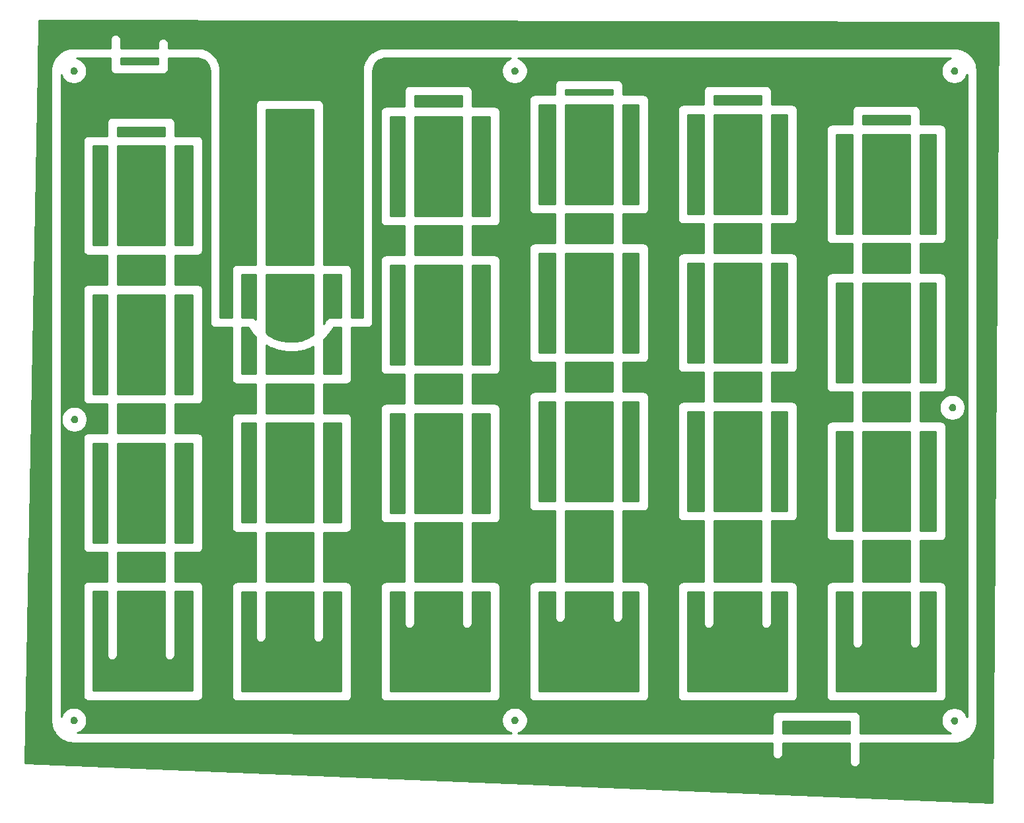
<source format=gbr>
%TF.GenerationSoftware,KiCad,Pcbnew,(5.1.8-0-10_14)*%
%TF.CreationDate,2021-01-26T12:58:30-06:00*%
%TF.ProjectId,halfboard-middle,68616c66-626f-4617-9264-2d6d6964646c,rev?*%
%TF.SameCoordinates,Original*%
%TF.FileFunction,Copper,L1,Top*%
%TF.FilePolarity,Positive*%
%FSLAX46Y46*%
G04 Gerber Fmt 4.6, Leading zero omitted, Abs format (unit mm)*
G04 Created by KiCad (PCBNEW (5.1.8-0-10_14)) date 2021-01-26 12:58:30*
%MOMM*%
%LPD*%
G01*
G04 APERTURE LIST*
%TA.AperFunction,NonConductor*%
%ADD10C,0.254000*%
%TD*%
%TA.AperFunction,NonConductor*%
%ADD11C,0.100000*%
%TD*%
G04 APERTURE END LIST*
D10*
X207644034Y-40766737D02*
X206884001Y-140837740D01*
X82933290Y-135768182D01*
X84586678Y-46957583D01*
X86196800Y-46957583D01*
X86196801Y-130332452D01*
X86197026Y-130334734D01*
X86197037Y-130336352D01*
X86199394Y-130358782D01*
X86200171Y-130366669D01*
X86200171Y-130396159D01*
X86201134Y-130405324D01*
X86250560Y-130845964D01*
X86262991Y-130904447D01*
X86274616Y-130963156D01*
X86277341Y-130971959D01*
X86411413Y-131394607D01*
X86434974Y-131449578D01*
X86457774Y-131504896D01*
X86462157Y-131513002D01*
X86675769Y-131901558D01*
X86709542Y-131950881D01*
X86742667Y-132000739D01*
X86748541Y-132007839D01*
X87033555Y-132347506D01*
X87076269Y-132389334D01*
X87118446Y-132431807D01*
X87125587Y-132437631D01*
X87471149Y-132715469D01*
X87521202Y-132748222D01*
X87570795Y-132781674D01*
X87578929Y-132785998D01*
X87578937Y-132786002D01*
X87971878Y-132991427D01*
X88027331Y-133013831D01*
X88082486Y-133037016D01*
X88091308Y-133039679D01*
X88516671Y-133164870D01*
X88575390Y-133176071D01*
X88634027Y-133188108D01*
X88643198Y-133189007D01*
X89082480Y-133228985D01*
X89112032Y-133231902D01*
X178664000Y-133251552D01*
X178664000Y-134652418D01*
X178673550Y-134749382D01*
X178711290Y-134873792D01*
X178772575Y-134988449D01*
X178855052Y-135088948D01*
X178955550Y-135171425D01*
X179070207Y-135232710D01*
X179194617Y-135270450D01*
X179324000Y-135283193D01*
X179453382Y-135270450D01*
X179577792Y-135232710D01*
X179692449Y-135171425D01*
X179792948Y-135088948D01*
X179875425Y-134988450D01*
X179936710Y-134873793D01*
X179974450Y-134749383D01*
X179984000Y-134652419D01*
X179984000Y-133251842D01*
X188570001Y-133253726D01*
X188570001Y-135668419D01*
X188579551Y-135765383D01*
X188617291Y-135889793D01*
X188678576Y-136004450D01*
X188761053Y-136104948D01*
X188861551Y-136187425D01*
X188976208Y-136248710D01*
X189100618Y-136286450D01*
X189230000Y-136299193D01*
X189359383Y-136286450D01*
X189483793Y-136248710D01*
X189598450Y-136187425D01*
X189698948Y-136104948D01*
X189781425Y-136004450D01*
X189842710Y-135889793D01*
X189880450Y-135765383D01*
X189890000Y-135668419D01*
X189890000Y-133254015D01*
X201969115Y-133256666D01*
X201969157Y-133256666D01*
X202001128Y-133256673D01*
X202030921Y-133253745D01*
X202058511Y-133253938D01*
X202067682Y-133253039D01*
X202508657Y-133206691D01*
X202567244Y-133194664D01*
X202626014Y-133183454D01*
X202634836Y-133180790D01*
X203058410Y-133049672D01*
X203113561Y-133026488D01*
X203169019Y-133004082D01*
X203177156Y-132999756D01*
X203567195Y-132788861D01*
X203616762Y-132755428D01*
X203666841Y-132722657D01*
X203673982Y-132716833D01*
X204015630Y-132434197D01*
X204057769Y-132391762D01*
X204100519Y-132349899D01*
X204106393Y-132342798D01*
X204386638Y-131999185D01*
X204419743Y-131949359D01*
X204453538Y-131900002D01*
X204457921Y-131891896D01*
X204666085Y-131500394D01*
X204688865Y-131445126D01*
X204712446Y-131390108D01*
X204715171Y-131381304D01*
X204843329Y-130956825D01*
X204854949Y-130898137D01*
X204867385Y-130839634D01*
X204868348Y-130830469D01*
X204911617Y-130389183D01*
X204911617Y-130389172D01*
X204914767Y-130357179D01*
X204912732Y-46957564D01*
X204909418Y-46923925D01*
X204909441Y-46896299D01*
X204908485Y-46887134D01*
X204859423Y-46446452D01*
X204847043Y-46387972D01*
X204835465Y-46329241D01*
X204832747Y-46320436D01*
X204699025Y-45897677D01*
X204675517Y-45842703D01*
X204652757Y-45787352D01*
X204648380Y-45779243D01*
X204435091Y-45390508D01*
X204401343Y-45341132D01*
X204368273Y-45291268D01*
X204362405Y-45284163D01*
X204077672Y-44944261D01*
X204034965Y-44902371D01*
X203992853Y-44859893D01*
X203985716Y-44854063D01*
X203640384Y-44575937D01*
X203590363Y-44543145D01*
X203540793Y-44509650D01*
X203532660Y-44505317D01*
X203139884Y-44299565D01*
X203084436Y-44277109D01*
X203029315Y-44253884D01*
X203020495Y-44251213D01*
X202595235Y-44125669D01*
X202536492Y-44114413D01*
X202477896Y-44102334D01*
X202468728Y-44101428D01*
X202468726Y-44101428D01*
X202029285Y-44061069D01*
X201999239Y-44058110D01*
X128796424Y-44058110D01*
X128699460Y-44067660D01*
X128683365Y-44072542D01*
X128513954Y-44099463D01*
X128472438Y-44110300D01*
X128430312Y-44118396D01*
X128421494Y-44121072D01*
X127995472Y-44253594D01*
X127940368Y-44276847D01*
X127884927Y-44299336D01*
X127876801Y-44303672D01*
X127876796Y-44303674D01*
X127876792Y-44303677D01*
X127484628Y-44516420D01*
X127435112Y-44549919D01*
X127385073Y-44582762D01*
X127377940Y-44588597D01*
X127034563Y-44873464D01*
X126992467Y-44915972D01*
X126949790Y-44957880D01*
X126943926Y-44964989D01*
X126662420Y-45311126D01*
X126629388Y-45360993D01*
X126595659Y-45410399D01*
X126591287Y-45418511D01*
X126382373Y-45812734D01*
X126359657Y-45868064D01*
X126336164Y-45923086D01*
X126333452Y-45931893D01*
X126205089Y-46359186D01*
X126193554Y-46417868D01*
X126181195Y-46476411D01*
X126180244Y-46485577D01*
X126137321Y-46929665D01*
X126137356Y-46955103D01*
X126136801Y-46960742D01*
X126136800Y-78588000D01*
X124719969Y-78588000D01*
X124719969Y-72529689D01*
X124723162Y-72497270D01*
X124710419Y-72367887D01*
X124672679Y-72243477D01*
X124611394Y-72128820D01*
X124528917Y-72028322D01*
X124428419Y-71945845D01*
X124313762Y-71884560D01*
X124189352Y-71846820D01*
X124092388Y-71837270D01*
X124059969Y-71834077D01*
X124027550Y-71837270D01*
X121132200Y-71837270D01*
X121132200Y-51340419D01*
X121135393Y-51308000D01*
X121122650Y-51178617D01*
X121084910Y-51054207D01*
X121023625Y-50939550D01*
X120941148Y-50839052D01*
X120840650Y-50756575D01*
X120725993Y-50695290D01*
X120601583Y-50657550D01*
X120504619Y-50648000D01*
X120472200Y-50644807D01*
X120439781Y-50648000D01*
X113138619Y-50648000D01*
X113106200Y-50644807D01*
X113073781Y-50648000D01*
X112976817Y-50657550D01*
X112852407Y-50695290D01*
X112737750Y-50756575D01*
X112637252Y-50839052D01*
X112554775Y-50939550D01*
X112493490Y-51054207D01*
X112455750Y-51178617D01*
X112443007Y-51308000D01*
X112446200Y-51340419D01*
X112446200Y-71837270D01*
X110062388Y-71837270D01*
X110029969Y-71834077D01*
X109900587Y-71846820D01*
X109776177Y-71884560D01*
X109661520Y-71945845D01*
X109561022Y-72028322D01*
X109478545Y-72128820D01*
X109417260Y-72243477D01*
X109379520Y-72367887D01*
X109369970Y-72464851D01*
X109369970Y-78588000D01*
X107900594Y-78588000D01*
X107900594Y-46943459D01*
X107894683Y-46883443D01*
X107894683Y-46879752D01*
X107893720Y-46870587D01*
X107891234Y-46848422D01*
X107891044Y-46846495D01*
X107891002Y-46846357D01*
X107844294Y-46429946D01*
X107831861Y-46371457D01*
X107820238Y-46312754D01*
X107817513Y-46303951D01*
X107683441Y-45881304D01*
X107659880Y-45826332D01*
X107637081Y-45771017D01*
X107632697Y-45762911D01*
X107632697Y-45762910D01*
X107632694Y-45762906D01*
X107419086Y-45374354D01*
X107385299Y-45325009D01*
X107352187Y-45275171D01*
X107346313Y-45268071D01*
X107061298Y-44928404D01*
X107018568Y-44886560D01*
X106976410Y-44844106D01*
X106969268Y-44838282D01*
X106623707Y-44560443D01*
X106573655Y-44527690D01*
X106524060Y-44494237D01*
X106515928Y-44489914D01*
X106515924Y-44489911D01*
X106515920Y-44489909D01*
X106122977Y-44284484D01*
X106067545Y-44262088D01*
X106012369Y-44238894D01*
X106003547Y-44236231D01*
X105861141Y-44194319D01*
X105827926Y-44167012D01*
X105713321Y-44105629D01*
X105588943Y-44067783D01*
X105491987Y-44058150D01*
X105132346Y-44057843D01*
X105010078Y-44046716D01*
X104881271Y-44047616D01*
X104832693Y-44057588D01*
X101244000Y-44054527D01*
X101244000Y-43401581D01*
X101234450Y-43304617D01*
X101196710Y-43180207D01*
X101135425Y-43065550D01*
X101052948Y-42965052D01*
X100952450Y-42882575D01*
X100837793Y-42821290D01*
X100713383Y-42783550D01*
X100584000Y-42770807D01*
X100454618Y-42783550D01*
X100330208Y-42821290D01*
X100215551Y-42882575D01*
X100115053Y-42965052D01*
X100032576Y-43065550D01*
X99971291Y-43180207D01*
X99933551Y-43304617D01*
X99924001Y-43401581D01*
X99924001Y-44053401D01*
X95148000Y-44049328D01*
X95148000Y-42893581D01*
X95138450Y-42796617D01*
X95100710Y-42672207D01*
X95039425Y-42557550D01*
X94956948Y-42457052D01*
X94856449Y-42374575D01*
X94741792Y-42313290D01*
X94617382Y-42275550D01*
X94488000Y-42262807D01*
X94358617Y-42275550D01*
X94234207Y-42313290D01*
X94119550Y-42374575D01*
X94019052Y-42457052D01*
X93936575Y-42557551D01*
X93875290Y-42672208D01*
X93837550Y-42796618D01*
X93828000Y-42893582D01*
X93828000Y-44048203D01*
X88871012Y-44043975D01*
X88871000Y-44043976D01*
X88868490Y-44043974D01*
X88771518Y-44053439D01*
X88752672Y-44059138D01*
X88588930Y-44084984D01*
X88547519Y-44095747D01*
X88505488Y-44103765D01*
X88496666Y-44106429D01*
X88067847Y-44239170D01*
X88012721Y-44262344D01*
X87957239Y-44284759D01*
X87949103Y-44289086D01*
X87554234Y-44502591D01*
X87504650Y-44536036D01*
X87454587Y-44568796D01*
X87447446Y-44574620D01*
X87101567Y-44860756D01*
X87059428Y-44903191D01*
X87016678Y-44945054D01*
X87010804Y-44952155D01*
X86727089Y-45300023D01*
X86693974Y-45349865D01*
X86660189Y-45399206D01*
X86655806Y-45407312D01*
X86445063Y-45803663D01*
X86422270Y-45858964D01*
X86398703Y-45913949D01*
X86395978Y-45922753D01*
X86266233Y-46352488D01*
X86254613Y-46411172D01*
X86242177Y-46469680D01*
X86241214Y-46478845D01*
X86197410Y-46925597D01*
X86197410Y-46951389D01*
X86196800Y-46957583D01*
X84586678Y-46957583D01*
X84706653Y-40513258D01*
X207644034Y-40766737D01*
%TA.AperFunction,NonConductor*%
D11*
G36*
X207644034Y-40766737D02*
G01*
X206884001Y-140837740D01*
X82933290Y-135768182D01*
X84586678Y-46957583D01*
X86196800Y-46957583D01*
X86196801Y-130332452D01*
X86197026Y-130334734D01*
X86197037Y-130336352D01*
X86199394Y-130358782D01*
X86200171Y-130366669D01*
X86200171Y-130396159D01*
X86201134Y-130405324D01*
X86250560Y-130845964D01*
X86262991Y-130904447D01*
X86274616Y-130963156D01*
X86277341Y-130971959D01*
X86411413Y-131394607D01*
X86434974Y-131449578D01*
X86457774Y-131504896D01*
X86462157Y-131513002D01*
X86675769Y-131901558D01*
X86709542Y-131950881D01*
X86742667Y-132000739D01*
X86748541Y-132007839D01*
X87033555Y-132347506D01*
X87076269Y-132389334D01*
X87118446Y-132431807D01*
X87125587Y-132437631D01*
X87471149Y-132715469D01*
X87521202Y-132748222D01*
X87570795Y-132781674D01*
X87578929Y-132785998D01*
X87578937Y-132786002D01*
X87971878Y-132991427D01*
X88027331Y-133013831D01*
X88082486Y-133037016D01*
X88091308Y-133039679D01*
X88516671Y-133164870D01*
X88575390Y-133176071D01*
X88634027Y-133188108D01*
X88643198Y-133189007D01*
X89082480Y-133228985D01*
X89112032Y-133231902D01*
X178664000Y-133251552D01*
X178664000Y-134652418D01*
X178673550Y-134749382D01*
X178711290Y-134873792D01*
X178772575Y-134988449D01*
X178855052Y-135088948D01*
X178955550Y-135171425D01*
X179070207Y-135232710D01*
X179194617Y-135270450D01*
X179324000Y-135283193D01*
X179453382Y-135270450D01*
X179577792Y-135232710D01*
X179692449Y-135171425D01*
X179792948Y-135088948D01*
X179875425Y-134988450D01*
X179936710Y-134873793D01*
X179974450Y-134749383D01*
X179984000Y-134652419D01*
X179984000Y-133251842D01*
X188570001Y-133253726D01*
X188570001Y-135668419D01*
X188579551Y-135765383D01*
X188617291Y-135889793D01*
X188678576Y-136004450D01*
X188761053Y-136104948D01*
X188861551Y-136187425D01*
X188976208Y-136248710D01*
X189100618Y-136286450D01*
X189230000Y-136299193D01*
X189359383Y-136286450D01*
X189483793Y-136248710D01*
X189598450Y-136187425D01*
X189698948Y-136104948D01*
X189781425Y-136004450D01*
X189842710Y-135889793D01*
X189880450Y-135765383D01*
X189890000Y-135668419D01*
X189890000Y-133254015D01*
X201969115Y-133256666D01*
X201969157Y-133256666D01*
X202001128Y-133256673D01*
X202030921Y-133253745D01*
X202058511Y-133253938D01*
X202067682Y-133253039D01*
X202508657Y-133206691D01*
X202567244Y-133194664D01*
X202626014Y-133183454D01*
X202634836Y-133180790D01*
X203058410Y-133049672D01*
X203113561Y-133026488D01*
X203169019Y-133004082D01*
X203177156Y-132999756D01*
X203567195Y-132788861D01*
X203616762Y-132755428D01*
X203666841Y-132722657D01*
X203673982Y-132716833D01*
X204015630Y-132434197D01*
X204057769Y-132391762D01*
X204100519Y-132349899D01*
X204106393Y-132342798D01*
X204386638Y-131999185D01*
X204419743Y-131949359D01*
X204453538Y-131900002D01*
X204457921Y-131891896D01*
X204666085Y-131500394D01*
X204688865Y-131445126D01*
X204712446Y-131390108D01*
X204715171Y-131381304D01*
X204843329Y-130956825D01*
X204854949Y-130898137D01*
X204867385Y-130839634D01*
X204868348Y-130830469D01*
X204911617Y-130389183D01*
X204911617Y-130389172D01*
X204914767Y-130357179D01*
X204912732Y-46957564D01*
X204909418Y-46923925D01*
X204909441Y-46896299D01*
X204908485Y-46887134D01*
X204859423Y-46446452D01*
X204847043Y-46387972D01*
X204835465Y-46329241D01*
X204832747Y-46320436D01*
X204699025Y-45897677D01*
X204675517Y-45842703D01*
X204652757Y-45787352D01*
X204648380Y-45779243D01*
X204435091Y-45390508D01*
X204401343Y-45341132D01*
X204368273Y-45291268D01*
X204362405Y-45284163D01*
X204077672Y-44944261D01*
X204034965Y-44902371D01*
X203992853Y-44859893D01*
X203985716Y-44854063D01*
X203640384Y-44575937D01*
X203590363Y-44543145D01*
X203540793Y-44509650D01*
X203532660Y-44505317D01*
X203139884Y-44299565D01*
X203084436Y-44277109D01*
X203029315Y-44253884D01*
X203020495Y-44251213D01*
X202595235Y-44125669D01*
X202536492Y-44114413D01*
X202477896Y-44102334D01*
X202468728Y-44101428D01*
X202468726Y-44101428D01*
X202029285Y-44061069D01*
X201999239Y-44058110D01*
X128796424Y-44058110D01*
X128699460Y-44067660D01*
X128683365Y-44072542D01*
X128513954Y-44099463D01*
X128472438Y-44110300D01*
X128430312Y-44118396D01*
X128421494Y-44121072D01*
X127995472Y-44253594D01*
X127940368Y-44276847D01*
X127884927Y-44299336D01*
X127876801Y-44303672D01*
X127876796Y-44303674D01*
X127876792Y-44303677D01*
X127484628Y-44516420D01*
X127435112Y-44549919D01*
X127385073Y-44582762D01*
X127377940Y-44588597D01*
X127034563Y-44873464D01*
X126992467Y-44915972D01*
X126949790Y-44957880D01*
X126943926Y-44964989D01*
X126662420Y-45311126D01*
X126629388Y-45360993D01*
X126595659Y-45410399D01*
X126591287Y-45418511D01*
X126382373Y-45812734D01*
X126359657Y-45868064D01*
X126336164Y-45923086D01*
X126333452Y-45931893D01*
X126205089Y-46359186D01*
X126193554Y-46417868D01*
X126181195Y-46476411D01*
X126180244Y-46485577D01*
X126137321Y-46929665D01*
X126137356Y-46955103D01*
X126136801Y-46960742D01*
X126136800Y-78588000D01*
X124719969Y-78588000D01*
X124719969Y-72529689D01*
X124723162Y-72497270D01*
X124710419Y-72367887D01*
X124672679Y-72243477D01*
X124611394Y-72128820D01*
X124528917Y-72028322D01*
X124428419Y-71945845D01*
X124313762Y-71884560D01*
X124189352Y-71846820D01*
X124092388Y-71837270D01*
X124059969Y-71834077D01*
X124027550Y-71837270D01*
X121132200Y-71837270D01*
X121132200Y-51340419D01*
X121135393Y-51308000D01*
X121122650Y-51178617D01*
X121084910Y-51054207D01*
X121023625Y-50939550D01*
X120941148Y-50839052D01*
X120840650Y-50756575D01*
X120725993Y-50695290D01*
X120601583Y-50657550D01*
X120504619Y-50648000D01*
X120472200Y-50644807D01*
X120439781Y-50648000D01*
X113138619Y-50648000D01*
X113106200Y-50644807D01*
X113073781Y-50648000D01*
X112976817Y-50657550D01*
X112852407Y-50695290D01*
X112737750Y-50756575D01*
X112637252Y-50839052D01*
X112554775Y-50939550D01*
X112493490Y-51054207D01*
X112455750Y-51178617D01*
X112443007Y-51308000D01*
X112446200Y-51340419D01*
X112446200Y-71837270D01*
X110062388Y-71837270D01*
X110029969Y-71834077D01*
X109900587Y-71846820D01*
X109776177Y-71884560D01*
X109661520Y-71945845D01*
X109561022Y-72028322D01*
X109478545Y-72128820D01*
X109417260Y-72243477D01*
X109379520Y-72367887D01*
X109369970Y-72464851D01*
X109369970Y-78588000D01*
X107900594Y-78588000D01*
X107900594Y-46943459D01*
X107894683Y-46883443D01*
X107894683Y-46879752D01*
X107893720Y-46870587D01*
X107891234Y-46848422D01*
X107891044Y-46846495D01*
X107891002Y-46846357D01*
X107844294Y-46429946D01*
X107831861Y-46371457D01*
X107820238Y-46312754D01*
X107817513Y-46303951D01*
X107683441Y-45881304D01*
X107659880Y-45826332D01*
X107637081Y-45771017D01*
X107632697Y-45762911D01*
X107632697Y-45762910D01*
X107632694Y-45762906D01*
X107419086Y-45374354D01*
X107385299Y-45325009D01*
X107352187Y-45275171D01*
X107346313Y-45268071D01*
X107061298Y-44928404D01*
X107018568Y-44886560D01*
X106976410Y-44844106D01*
X106969268Y-44838282D01*
X106623707Y-44560443D01*
X106573655Y-44527690D01*
X106524060Y-44494237D01*
X106515928Y-44489914D01*
X106515924Y-44489911D01*
X106515920Y-44489909D01*
X106122977Y-44284484D01*
X106067545Y-44262088D01*
X106012369Y-44238894D01*
X106003547Y-44236231D01*
X105861141Y-44194319D01*
X105827926Y-44167012D01*
X105713321Y-44105629D01*
X105588943Y-44067783D01*
X105491987Y-44058150D01*
X105132346Y-44057843D01*
X105010078Y-44046716D01*
X104881271Y-44047616D01*
X104832693Y-44057588D01*
X101244000Y-44054527D01*
X101244000Y-43401581D01*
X101234450Y-43304617D01*
X101196710Y-43180207D01*
X101135425Y-43065550D01*
X101052948Y-42965052D01*
X100952450Y-42882575D01*
X100837793Y-42821290D01*
X100713383Y-42783550D01*
X100584000Y-42770807D01*
X100454618Y-42783550D01*
X100330208Y-42821290D01*
X100215551Y-42882575D01*
X100115053Y-42965052D01*
X100032576Y-43065550D01*
X99971291Y-43180207D01*
X99933551Y-43304617D01*
X99924001Y-43401581D01*
X99924001Y-44053401D01*
X95148000Y-44049328D01*
X95148000Y-42893581D01*
X95138450Y-42796617D01*
X95100710Y-42672207D01*
X95039425Y-42557550D01*
X94956948Y-42457052D01*
X94856449Y-42374575D01*
X94741792Y-42313290D01*
X94617382Y-42275550D01*
X94488000Y-42262807D01*
X94358617Y-42275550D01*
X94234207Y-42313290D01*
X94119550Y-42374575D01*
X94019052Y-42457052D01*
X93936575Y-42557551D01*
X93875290Y-42672208D01*
X93837550Y-42796618D01*
X93828000Y-42893582D01*
X93828000Y-44048203D01*
X88871012Y-44043975D01*
X88871000Y-44043976D01*
X88868490Y-44043974D01*
X88771518Y-44053439D01*
X88752672Y-44059138D01*
X88588930Y-44084984D01*
X88547519Y-44095747D01*
X88505488Y-44103765D01*
X88496666Y-44106429D01*
X88067847Y-44239170D01*
X88012721Y-44262344D01*
X87957239Y-44284759D01*
X87949103Y-44289086D01*
X87554234Y-44502591D01*
X87504650Y-44536036D01*
X87454587Y-44568796D01*
X87447446Y-44574620D01*
X87101567Y-44860756D01*
X87059428Y-44903191D01*
X87016678Y-44945054D01*
X87010804Y-44952155D01*
X86727089Y-45300023D01*
X86693974Y-45349865D01*
X86660189Y-45399206D01*
X86655806Y-45407312D01*
X86445063Y-45803663D01*
X86422270Y-45858964D01*
X86398703Y-45913949D01*
X86395978Y-45922753D01*
X86266233Y-46352488D01*
X86254613Y-46411172D01*
X86242177Y-46469680D01*
X86241214Y-46478845D01*
X86197410Y-46925597D01*
X86197410Y-46951389D01*
X86196800Y-46957583D01*
X84586678Y-46957583D01*
X84706653Y-40513258D01*
X207644034Y-40766737D01*
G37*
%TD.AperFunction*%
D10*
X93828001Y-45368337D02*
X93828001Y-46703571D01*
X93824807Y-46736000D01*
X93837550Y-46865383D01*
X93875290Y-46989793D01*
X93936575Y-47104450D01*
X94019052Y-47204948D01*
X94119550Y-47287425D01*
X94234207Y-47348710D01*
X94358617Y-47386450D01*
X94455581Y-47396000D01*
X94488000Y-47399193D01*
X94520419Y-47396000D01*
X100551581Y-47396000D01*
X100584000Y-47399193D01*
X100616419Y-47396000D01*
X100713383Y-47386450D01*
X100837793Y-47348710D01*
X100952450Y-47287425D01*
X101052948Y-47204948D01*
X101135425Y-47104450D01*
X101196710Y-46989793D01*
X101234450Y-46865383D01*
X101247193Y-46736000D01*
X101244000Y-46703581D01*
X101244000Y-45374861D01*
X104982098Y-45378150D01*
X104986515Y-45377719D01*
X105071830Y-45377792D01*
X105267578Y-45395606D01*
X105568777Y-45484254D01*
X105847026Y-45629719D01*
X106091718Y-45826458D01*
X106293539Y-46066979D01*
X106444795Y-46342113D01*
X106539734Y-46641396D01*
X106580594Y-47005673D01*
X106580595Y-79197356D01*
X106575607Y-79248000D01*
X106588350Y-79377383D01*
X106626090Y-79501793D01*
X106687375Y-79616450D01*
X106769852Y-79716948D01*
X106870350Y-79799425D01*
X106985007Y-79860710D01*
X107109417Y-79898450D01*
X107206381Y-79908000D01*
X109369969Y-79908000D01*
X109369969Y-86464851D01*
X109366776Y-86497270D01*
X109379519Y-86626653D01*
X109417259Y-86751063D01*
X109478544Y-86865720D01*
X109517855Y-86913620D01*
X109561021Y-86966218D01*
X109661519Y-87048695D01*
X109776176Y-87109980D01*
X109900586Y-87147720D01*
X110029969Y-87160463D01*
X110062388Y-87157270D01*
X112446201Y-87157270D01*
X112446201Y-90887270D01*
X110062388Y-90887270D01*
X110029969Y-90884077D01*
X109900587Y-90896820D01*
X109776177Y-90934560D01*
X109661520Y-90995845D01*
X109561022Y-91078322D01*
X109478545Y-91178820D01*
X109417260Y-91293477D01*
X109379520Y-91417887D01*
X109369970Y-91514851D01*
X109369969Y-105514851D01*
X109366776Y-105547270D01*
X109379519Y-105676653D01*
X109417259Y-105801063D01*
X109478544Y-105915720D01*
X109517855Y-105963620D01*
X109561021Y-106016218D01*
X109661519Y-106098695D01*
X109776176Y-106159980D01*
X109900586Y-106197720D01*
X110029969Y-106210463D01*
X110062388Y-106207270D01*
X112446201Y-106207270D01*
X112446201Y-112528070D01*
X110062388Y-112528070D01*
X110029969Y-112524877D01*
X109900587Y-112537620D01*
X109776177Y-112575360D01*
X109661520Y-112636645D01*
X109561022Y-112719122D01*
X109478545Y-112819620D01*
X109417260Y-112934277D01*
X109379520Y-113058687D01*
X109369970Y-113155651D01*
X109369969Y-127155651D01*
X109366776Y-127188070D01*
X109379519Y-127317453D01*
X109417259Y-127441863D01*
X109478544Y-127556520D01*
X109561021Y-127657018D01*
X109661519Y-127739495D01*
X109776176Y-127800780D01*
X109900586Y-127838520D01*
X110029969Y-127851263D01*
X110062388Y-127848070D01*
X124027550Y-127848070D01*
X124059969Y-127851263D01*
X124092388Y-127848070D01*
X124189352Y-127838520D01*
X124313762Y-127800780D01*
X124428419Y-127739495D01*
X124528917Y-127657018D01*
X124611394Y-127556520D01*
X124672679Y-127441863D01*
X124710419Y-127317453D01*
X124723162Y-127188070D01*
X124719969Y-127155651D01*
X124719969Y-113220489D01*
X124723162Y-113188070D01*
X124710419Y-113058687D01*
X124672679Y-112934277D01*
X124611394Y-112819620D01*
X124528917Y-112719122D01*
X124428419Y-112636645D01*
X124313762Y-112575360D01*
X124189352Y-112537620D01*
X124092388Y-112528070D01*
X124059969Y-112524877D01*
X124027550Y-112528070D01*
X121132200Y-112528070D01*
X121132200Y-106207270D01*
X124027550Y-106207270D01*
X124059969Y-106210463D01*
X124092388Y-106207270D01*
X124189352Y-106197720D01*
X124313762Y-106159980D01*
X124428419Y-106098695D01*
X124528917Y-106016218D01*
X124611394Y-105915720D01*
X124672679Y-105801063D01*
X124710419Y-105676653D01*
X124723162Y-105547270D01*
X124719969Y-105514851D01*
X124719969Y-91579689D01*
X124723162Y-91547270D01*
X124710419Y-91417887D01*
X124672679Y-91293477D01*
X124611394Y-91178820D01*
X124528917Y-91078322D01*
X124428419Y-90995845D01*
X124313762Y-90934560D01*
X124189352Y-90896820D01*
X124092388Y-90887270D01*
X124059969Y-90884077D01*
X124027550Y-90887270D01*
X121132200Y-90887270D01*
X121132200Y-87157270D01*
X124027550Y-87157270D01*
X124059969Y-87160463D01*
X124092388Y-87157270D01*
X124189352Y-87147720D01*
X124313762Y-87109980D01*
X124428419Y-87048695D01*
X124528917Y-86966218D01*
X124611394Y-86865720D01*
X124672679Y-86751063D01*
X124710419Y-86626653D01*
X124723162Y-86497270D01*
X124719969Y-86464851D01*
X124719969Y-79908000D01*
X126764381Y-79908000D01*
X126796800Y-79911193D01*
X126829219Y-79908000D01*
X126926183Y-79898450D01*
X127050593Y-79860710D01*
X127165250Y-79799425D01*
X127265748Y-79716948D01*
X127348225Y-79616450D01*
X127409510Y-79501793D01*
X127447250Y-79377383D01*
X127459993Y-79248000D01*
X127456800Y-79215581D01*
X127456800Y-66228070D01*
X128416776Y-66228070D01*
X128429519Y-66357453D01*
X128467259Y-66481863D01*
X128528544Y-66596520D01*
X128611021Y-66697018D01*
X128711519Y-66779495D01*
X128826176Y-66840780D01*
X128950586Y-66878520D01*
X129079969Y-66891263D01*
X129112388Y-66888070D01*
X131496200Y-66888070D01*
X131496200Y-70618070D01*
X129112388Y-70618070D01*
X129079969Y-70614877D01*
X128950587Y-70627620D01*
X128826177Y-70665360D01*
X128711520Y-70726645D01*
X128611022Y-70809122D01*
X128528545Y-70909620D01*
X128467260Y-71024277D01*
X128429520Y-71148687D01*
X128419970Y-71245651D01*
X128419969Y-85245651D01*
X128416776Y-85278070D01*
X128429519Y-85407453D01*
X128467259Y-85531863D01*
X128528544Y-85646520D01*
X128611021Y-85747018D01*
X128711519Y-85829495D01*
X128826176Y-85890780D01*
X128950586Y-85928520D01*
X129079969Y-85941263D01*
X129112388Y-85938070D01*
X131496201Y-85938070D01*
X131496201Y-89668070D01*
X129112388Y-89668070D01*
X129079969Y-89664877D01*
X128950587Y-89677620D01*
X128826177Y-89715360D01*
X128711520Y-89776645D01*
X128611022Y-89859122D01*
X128528545Y-89959620D01*
X128467260Y-90074277D01*
X128429520Y-90198687D01*
X128419970Y-90295651D01*
X128419969Y-104295651D01*
X128416776Y-104328070D01*
X128429519Y-104457453D01*
X128467259Y-104581863D01*
X128528544Y-104696520D01*
X128611021Y-104797018D01*
X128711519Y-104879495D01*
X128826176Y-104940780D01*
X128950586Y-104978520D01*
X129079969Y-104991263D01*
X129112388Y-104988070D01*
X131496201Y-104988070D01*
X131496201Y-112528070D01*
X129112388Y-112528070D01*
X129079969Y-112524877D01*
X128950587Y-112537620D01*
X128826177Y-112575360D01*
X128711520Y-112636645D01*
X128611022Y-112719122D01*
X128528545Y-112819620D01*
X128467260Y-112934277D01*
X128429520Y-113058687D01*
X128419970Y-113155651D01*
X128419969Y-127155651D01*
X128416776Y-127188070D01*
X128429519Y-127317453D01*
X128467259Y-127441863D01*
X128528544Y-127556520D01*
X128611021Y-127657018D01*
X128711519Y-127739495D01*
X128826176Y-127800780D01*
X128950586Y-127838520D01*
X129079969Y-127851263D01*
X129112388Y-127848070D01*
X143077550Y-127848070D01*
X143109969Y-127851263D01*
X143142388Y-127848070D01*
X143239352Y-127838520D01*
X143363762Y-127800780D01*
X143478419Y-127739495D01*
X143578917Y-127657018D01*
X143661394Y-127556520D01*
X143722679Y-127441863D01*
X143760419Y-127317453D01*
X143773162Y-127188070D01*
X143769969Y-127155651D01*
X143769969Y-113220489D01*
X143773162Y-113188070D01*
X143760419Y-113058687D01*
X143722679Y-112934277D01*
X143661394Y-112819620D01*
X143578917Y-112719122D01*
X143478419Y-112636645D01*
X143363762Y-112575360D01*
X143239352Y-112537620D01*
X143142388Y-112528070D01*
X143109969Y-112524877D01*
X143077550Y-112528070D01*
X140182200Y-112528070D01*
X140182200Y-104988070D01*
X143077550Y-104988070D01*
X143109969Y-104991263D01*
X143142388Y-104988070D01*
X143239352Y-104978520D01*
X143363762Y-104940780D01*
X143478419Y-104879495D01*
X143578917Y-104797018D01*
X143661394Y-104696520D01*
X143722679Y-104581863D01*
X143760419Y-104457453D01*
X143773162Y-104328070D01*
X143769969Y-104295651D01*
X143769969Y-90360489D01*
X143773162Y-90328070D01*
X143760419Y-90198687D01*
X143722679Y-90074277D01*
X143661394Y-89959620D01*
X143578917Y-89859122D01*
X143478419Y-89776645D01*
X143363762Y-89715360D01*
X143239352Y-89677620D01*
X143142388Y-89668070D01*
X143109969Y-89664877D01*
X143077550Y-89668070D01*
X140182200Y-89668070D01*
X140182200Y-85938070D01*
X143077550Y-85938070D01*
X143109969Y-85941263D01*
X143142388Y-85938070D01*
X143239352Y-85928520D01*
X143363762Y-85890780D01*
X143478419Y-85829495D01*
X143578917Y-85747018D01*
X143661394Y-85646520D01*
X143722679Y-85531863D01*
X143760419Y-85407453D01*
X143773162Y-85278070D01*
X143769969Y-85245651D01*
X143769969Y-71310489D01*
X143773162Y-71278070D01*
X143760419Y-71148687D01*
X143722679Y-71024277D01*
X143661394Y-70909620D01*
X143578917Y-70809122D01*
X143478419Y-70726645D01*
X143363762Y-70665360D01*
X143239352Y-70627620D01*
X143142388Y-70618070D01*
X143109969Y-70614877D01*
X143077550Y-70618070D01*
X140182200Y-70618070D01*
X140182200Y-66888070D01*
X143077550Y-66888070D01*
X143109969Y-66891263D01*
X143142388Y-66888070D01*
X143239352Y-66878520D01*
X143363762Y-66840780D01*
X143478419Y-66779495D01*
X143578917Y-66697018D01*
X143661394Y-66596520D01*
X143722679Y-66481863D01*
X143760419Y-66357453D01*
X143773162Y-66228070D01*
X143769969Y-66195651D01*
X143769969Y-64704070D01*
X147466776Y-64704070D01*
X147479519Y-64833453D01*
X147517259Y-64957863D01*
X147578544Y-65072520D01*
X147661021Y-65173018D01*
X147761519Y-65255495D01*
X147876176Y-65316780D01*
X148000586Y-65354520D01*
X148129969Y-65367263D01*
X148162388Y-65364070D01*
X150800200Y-65364070D01*
X150800200Y-69094070D01*
X148162388Y-69094070D01*
X148129969Y-69090877D01*
X148000587Y-69103620D01*
X147876177Y-69141360D01*
X147761520Y-69202645D01*
X147661022Y-69285122D01*
X147578545Y-69385620D01*
X147517260Y-69500277D01*
X147479520Y-69624687D01*
X147469970Y-69721651D01*
X147469969Y-83721651D01*
X147466776Y-83754070D01*
X147479519Y-83883453D01*
X147517259Y-84007863D01*
X147578544Y-84122520D01*
X147661021Y-84223018D01*
X147761519Y-84305495D01*
X147876176Y-84366780D01*
X148000586Y-84404520D01*
X148129969Y-84417263D01*
X148162388Y-84414070D01*
X150800201Y-84414070D01*
X150800201Y-88144070D01*
X148162388Y-88144070D01*
X148129969Y-88140877D01*
X148000587Y-88153620D01*
X147876177Y-88191360D01*
X147761520Y-88252645D01*
X147661022Y-88335122D01*
X147578545Y-88435620D01*
X147517260Y-88550277D01*
X147479520Y-88674687D01*
X147469970Y-88771651D01*
X147469969Y-102771651D01*
X147466776Y-102804070D01*
X147479519Y-102933453D01*
X147517259Y-103057863D01*
X147578544Y-103172520D01*
X147661021Y-103273018D01*
X147761519Y-103355495D01*
X147876176Y-103416780D01*
X148000586Y-103454520D01*
X148129969Y-103467263D01*
X148162388Y-103464070D01*
X150800201Y-103464070D01*
X150800201Y-112528070D01*
X148162388Y-112528070D01*
X148129969Y-112524877D01*
X148000587Y-112537620D01*
X147876177Y-112575360D01*
X147761520Y-112636645D01*
X147661022Y-112719122D01*
X147578545Y-112819620D01*
X147517260Y-112934277D01*
X147479520Y-113058687D01*
X147469970Y-113155651D01*
X147469969Y-127155651D01*
X147466776Y-127188070D01*
X147479519Y-127317453D01*
X147517259Y-127441863D01*
X147578544Y-127556520D01*
X147661021Y-127657018D01*
X147761519Y-127739495D01*
X147876176Y-127800780D01*
X148000586Y-127838520D01*
X148129969Y-127851263D01*
X148162388Y-127848070D01*
X162127550Y-127848070D01*
X162159969Y-127851263D01*
X162192388Y-127848070D01*
X162289352Y-127838520D01*
X162413762Y-127800780D01*
X162528419Y-127739495D01*
X162628917Y-127657018D01*
X162711394Y-127556520D01*
X162772679Y-127441863D01*
X162810419Y-127317453D01*
X162823162Y-127188070D01*
X162819969Y-127155651D01*
X162819969Y-113220489D01*
X162823162Y-113188070D01*
X162810419Y-113058687D01*
X162772679Y-112934277D01*
X162711394Y-112819620D01*
X162628917Y-112719122D01*
X162528419Y-112636645D01*
X162413762Y-112575360D01*
X162289352Y-112537620D01*
X162192388Y-112528070D01*
X162159969Y-112524877D01*
X162127550Y-112528070D01*
X159486200Y-112528070D01*
X159486200Y-103464070D01*
X162127550Y-103464070D01*
X162159969Y-103467263D01*
X162192388Y-103464070D01*
X162219904Y-103461360D01*
X162289352Y-103454520D01*
X162413762Y-103416780D01*
X162528419Y-103355495D01*
X162628917Y-103273018D01*
X162711394Y-103172520D01*
X162772679Y-103057863D01*
X162810419Y-102933453D01*
X162819969Y-102836489D01*
X162819969Y-102836488D01*
X162823162Y-102804070D01*
X162819969Y-102771651D01*
X162819969Y-88836489D01*
X162823162Y-88804070D01*
X162810419Y-88674687D01*
X162772679Y-88550277D01*
X162711394Y-88435620D01*
X162628917Y-88335122D01*
X162528419Y-88252645D01*
X162413762Y-88191360D01*
X162289352Y-88153620D01*
X162192388Y-88144070D01*
X162159969Y-88140877D01*
X162127550Y-88144070D01*
X159486200Y-88144070D01*
X159486200Y-84414070D01*
X162127550Y-84414070D01*
X162159969Y-84417263D01*
X162192388Y-84414070D01*
X162219904Y-84411360D01*
X162289352Y-84404520D01*
X162413762Y-84366780D01*
X162528419Y-84305495D01*
X162628917Y-84223018D01*
X162711394Y-84122520D01*
X162772679Y-84007863D01*
X162810419Y-83883453D01*
X162819969Y-83786489D01*
X162819969Y-83786488D01*
X162823162Y-83754070D01*
X162819969Y-83721651D01*
X162819969Y-69786489D01*
X162823162Y-69754070D01*
X162810419Y-69624687D01*
X162772679Y-69500277D01*
X162711394Y-69385620D01*
X162628917Y-69285122D01*
X162528419Y-69202645D01*
X162413762Y-69141360D01*
X162289352Y-69103620D01*
X162192388Y-69094070D01*
X162159969Y-69090877D01*
X162127550Y-69094070D01*
X159486200Y-69094070D01*
X159486200Y-65974070D01*
X166516776Y-65974070D01*
X166529519Y-66103453D01*
X166567259Y-66227863D01*
X166628544Y-66342520D01*
X166711021Y-66443018D01*
X166811519Y-66525495D01*
X166926176Y-66586780D01*
X167050586Y-66624520D01*
X167179969Y-66637263D01*
X167212388Y-66634070D01*
X169850200Y-66634070D01*
X169850200Y-70364070D01*
X167212388Y-70364070D01*
X167179969Y-70360877D01*
X167050587Y-70373620D01*
X166926177Y-70411360D01*
X166811520Y-70472645D01*
X166711022Y-70555122D01*
X166628545Y-70655620D01*
X166567260Y-70770277D01*
X166529520Y-70894687D01*
X166519970Y-70991651D01*
X166519969Y-84991651D01*
X166516776Y-85024070D01*
X166529519Y-85153453D01*
X166567259Y-85277863D01*
X166628544Y-85392520D01*
X166711021Y-85493018D01*
X166811519Y-85575495D01*
X166926176Y-85636780D01*
X167050586Y-85674520D01*
X167179969Y-85687263D01*
X167212388Y-85684070D01*
X169850201Y-85684070D01*
X169850201Y-89414070D01*
X167212388Y-89414070D01*
X167179969Y-89410877D01*
X167050587Y-89423620D01*
X166926177Y-89461360D01*
X166811520Y-89522645D01*
X166711022Y-89605122D01*
X166628545Y-89705620D01*
X166567260Y-89820277D01*
X166529520Y-89944687D01*
X166519970Y-90041651D01*
X166519969Y-104041651D01*
X166516776Y-104074070D01*
X166529519Y-104203453D01*
X166567259Y-104327863D01*
X166628544Y-104442520D01*
X166711021Y-104543018D01*
X166811519Y-104625495D01*
X166926176Y-104686780D01*
X167050586Y-104724520D01*
X167179969Y-104737263D01*
X167212388Y-104734070D01*
X169850201Y-104734070D01*
X169850201Y-112528070D01*
X167212388Y-112528070D01*
X167179969Y-112524877D01*
X167050587Y-112537620D01*
X166926177Y-112575360D01*
X166811520Y-112636645D01*
X166711022Y-112719122D01*
X166628545Y-112819620D01*
X166567260Y-112934277D01*
X166529520Y-113058687D01*
X166519970Y-113155651D01*
X166519969Y-127155651D01*
X166516776Y-127188070D01*
X166529519Y-127317453D01*
X166567259Y-127441863D01*
X166628544Y-127556520D01*
X166711021Y-127657018D01*
X166811519Y-127739495D01*
X166926176Y-127800780D01*
X167050586Y-127838520D01*
X167179969Y-127851263D01*
X167212388Y-127848070D01*
X181177550Y-127848070D01*
X181209969Y-127851263D01*
X181242388Y-127848070D01*
X181339352Y-127838520D01*
X181463762Y-127800780D01*
X181578419Y-127739495D01*
X181678917Y-127657018D01*
X181761394Y-127556520D01*
X181822679Y-127441863D01*
X181860419Y-127317453D01*
X181873162Y-127188070D01*
X181869969Y-127155651D01*
X181869969Y-113220489D01*
X181873162Y-113188070D01*
X181860419Y-113058687D01*
X181822679Y-112934277D01*
X181761394Y-112819620D01*
X181678917Y-112719122D01*
X181578419Y-112636645D01*
X181463762Y-112575360D01*
X181339352Y-112537620D01*
X181242388Y-112528070D01*
X181209969Y-112524877D01*
X181177550Y-112528070D01*
X178536200Y-112528070D01*
X178536200Y-104734070D01*
X181177550Y-104734070D01*
X181209969Y-104737263D01*
X181242388Y-104734070D01*
X181339352Y-104724520D01*
X181463762Y-104686780D01*
X181578419Y-104625495D01*
X181678917Y-104543018D01*
X181761394Y-104442520D01*
X181822679Y-104327863D01*
X181860419Y-104203453D01*
X181873162Y-104074070D01*
X181869969Y-104041651D01*
X181869969Y-90106489D01*
X181873162Y-90074070D01*
X181860419Y-89944687D01*
X181822679Y-89820277D01*
X181761394Y-89705620D01*
X181678917Y-89605122D01*
X181578419Y-89522645D01*
X181463762Y-89461360D01*
X181339352Y-89423620D01*
X181242388Y-89414070D01*
X181209969Y-89410877D01*
X181177550Y-89414070D01*
X178536200Y-89414070D01*
X178536200Y-85684070D01*
X181177550Y-85684070D01*
X181209969Y-85687263D01*
X181242388Y-85684070D01*
X181339352Y-85674520D01*
X181463762Y-85636780D01*
X181578419Y-85575495D01*
X181678917Y-85493018D01*
X181761394Y-85392520D01*
X181822679Y-85277863D01*
X181860419Y-85153453D01*
X181873162Y-85024070D01*
X181869969Y-84991651D01*
X181869969Y-71056489D01*
X181873162Y-71024070D01*
X181860419Y-70894687D01*
X181822679Y-70770277D01*
X181761394Y-70655620D01*
X181678917Y-70555122D01*
X181578419Y-70472645D01*
X181463762Y-70411360D01*
X181339352Y-70373620D01*
X181242388Y-70364070D01*
X181209969Y-70360877D01*
X181177550Y-70364070D01*
X178536200Y-70364070D01*
X178536200Y-68514070D01*
X185566776Y-68514070D01*
X185579519Y-68643453D01*
X185617259Y-68767863D01*
X185678544Y-68882520D01*
X185761021Y-68983018D01*
X185861519Y-69065495D01*
X185976176Y-69126780D01*
X186100586Y-69164520D01*
X186229969Y-69177263D01*
X186262388Y-69174070D01*
X188900200Y-69174070D01*
X188900200Y-72904070D01*
X186262388Y-72904070D01*
X186229969Y-72900877D01*
X186100587Y-72913620D01*
X185976177Y-72951360D01*
X185861520Y-73012645D01*
X185761022Y-73095122D01*
X185678545Y-73195620D01*
X185617260Y-73310277D01*
X185579520Y-73434687D01*
X185569970Y-73531651D01*
X185569969Y-87531651D01*
X185566776Y-87564070D01*
X185579519Y-87693453D01*
X185617259Y-87817863D01*
X185678544Y-87932520D01*
X185761021Y-88033018D01*
X185861519Y-88115495D01*
X185976176Y-88176780D01*
X186100586Y-88214520D01*
X186229969Y-88227263D01*
X186262388Y-88224070D01*
X188900201Y-88224070D01*
X188900201Y-91954070D01*
X186262388Y-91954070D01*
X186229969Y-91950877D01*
X186100587Y-91963620D01*
X185976177Y-92001360D01*
X185861520Y-92062645D01*
X185761022Y-92145122D01*
X185678545Y-92245620D01*
X185617260Y-92360277D01*
X185579520Y-92484687D01*
X185569970Y-92581651D01*
X185569969Y-106581651D01*
X185566776Y-106614070D01*
X185579519Y-106743453D01*
X185617259Y-106867863D01*
X185678544Y-106982520D01*
X185761021Y-107083018D01*
X185861519Y-107165495D01*
X185976176Y-107226780D01*
X186100586Y-107264520D01*
X186229969Y-107277263D01*
X186262388Y-107274070D01*
X188900201Y-107274070D01*
X188900201Y-112528070D01*
X186262388Y-112528070D01*
X186229969Y-112524877D01*
X186100587Y-112537620D01*
X185976177Y-112575360D01*
X185861520Y-112636645D01*
X185761022Y-112719122D01*
X185678545Y-112819620D01*
X185617260Y-112934277D01*
X185579520Y-113058687D01*
X185569970Y-113155651D01*
X185569969Y-127155651D01*
X185566776Y-127188070D01*
X185579519Y-127317453D01*
X185617259Y-127441863D01*
X185678544Y-127556520D01*
X185761021Y-127657018D01*
X185861519Y-127739495D01*
X185976176Y-127800780D01*
X186100586Y-127838520D01*
X186229969Y-127851263D01*
X186262388Y-127848070D01*
X200227550Y-127848070D01*
X200259969Y-127851263D01*
X200292388Y-127848070D01*
X200389352Y-127838520D01*
X200513762Y-127800780D01*
X200628419Y-127739495D01*
X200728917Y-127657018D01*
X200811394Y-127556520D01*
X200872679Y-127441863D01*
X200910419Y-127317453D01*
X200923162Y-127188070D01*
X200919969Y-127155651D01*
X200919969Y-113220489D01*
X200923162Y-113188070D01*
X200910419Y-113058687D01*
X200872679Y-112934277D01*
X200811394Y-112819620D01*
X200728917Y-112719122D01*
X200628419Y-112636645D01*
X200513762Y-112575360D01*
X200389352Y-112537620D01*
X200292388Y-112528070D01*
X200259969Y-112524877D01*
X200227550Y-112528070D01*
X197586200Y-112528070D01*
X197586200Y-107274070D01*
X200227550Y-107274070D01*
X200259969Y-107277263D01*
X200292388Y-107274070D01*
X200389352Y-107264520D01*
X200513762Y-107226780D01*
X200628419Y-107165495D01*
X200728917Y-107083018D01*
X200811394Y-106982520D01*
X200872679Y-106867863D01*
X200910419Y-106743453D01*
X200923162Y-106614070D01*
X200919969Y-106581651D01*
X200919969Y-92646489D01*
X200923162Y-92614070D01*
X200910419Y-92484687D01*
X200872679Y-92360277D01*
X200811394Y-92245620D01*
X200728917Y-92145122D01*
X200628419Y-92062645D01*
X200513762Y-92001360D01*
X200389352Y-91963620D01*
X200292388Y-91954070D01*
X200259969Y-91950877D01*
X200227550Y-91954070D01*
X197586200Y-91954070D01*
X197586200Y-90005331D01*
X200054890Y-90005331D01*
X200054890Y-90334669D01*
X200119140Y-90657678D01*
X200245172Y-90961947D01*
X200428142Y-91235781D01*
X200661019Y-91468658D01*
X200934853Y-91651628D01*
X201239122Y-91777660D01*
X201562131Y-91841910D01*
X201891469Y-91841910D01*
X202214478Y-91777660D01*
X202518747Y-91651628D01*
X202792581Y-91468658D01*
X203025458Y-91235781D01*
X203208428Y-90961947D01*
X203334460Y-90657678D01*
X203398710Y-90334669D01*
X203398710Y-90005331D01*
X203334460Y-89682322D01*
X203208428Y-89378053D01*
X203025458Y-89104219D01*
X202792581Y-88871342D01*
X202518747Y-88688372D01*
X202214478Y-88562340D01*
X201891469Y-88498090D01*
X201562131Y-88498090D01*
X201239122Y-88562340D01*
X200934853Y-88688372D01*
X200661019Y-88871342D01*
X200428142Y-89104219D01*
X200245172Y-89378053D01*
X200119140Y-89682322D01*
X200054890Y-90005331D01*
X197586200Y-90005331D01*
X197586200Y-88224070D01*
X200227550Y-88224070D01*
X200259969Y-88227263D01*
X200292388Y-88224070D01*
X200389352Y-88214520D01*
X200513762Y-88176780D01*
X200628419Y-88115495D01*
X200728917Y-88033018D01*
X200811394Y-87932520D01*
X200872679Y-87817863D01*
X200910419Y-87693453D01*
X200923162Y-87564070D01*
X200919969Y-87531651D01*
X200919969Y-73596489D01*
X200923162Y-73564070D01*
X200910419Y-73434687D01*
X200872679Y-73310277D01*
X200811394Y-73195620D01*
X200728917Y-73095122D01*
X200628419Y-73012645D01*
X200513762Y-72951360D01*
X200389352Y-72913620D01*
X200292388Y-72904070D01*
X200259969Y-72900877D01*
X200227550Y-72904070D01*
X197586200Y-72904070D01*
X197586200Y-69174070D01*
X200227550Y-69174070D01*
X200259969Y-69177263D01*
X200292388Y-69174070D01*
X200389352Y-69164520D01*
X200513762Y-69126780D01*
X200628419Y-69065495D01*
X200728917Y-68983018D01*
X200811394Y-68882520D01*
X200872679Y-68767863D01*
X200910419Y-68643453D01*
X200923162Y-68514070D01*
X200919969Y-68481651D01*
X200919969Y-54546489D01*
X200923162Y-54514070D01*
X200910419Y-54384687D01*
X200872679Y-54260277D01*
X200811394Y-54145620D01*
X200728917Y-54045122D01*
X200628419Y-53962645D01*
X200513762Y-53901360D01*
X200389352Y-53863620D01*
X200292388Y-53854070D01*
X200259969Y-53850877D01*
X200227550Y-53854070D01*
X197586200Y-53854070D01*
X197586200Y-52102419D01*
X197589393Y-52070000D01*
X197576650Y-51940617D01*
X197538910Y-51816207D01*
X197477625Y-51701550D01*
X197395148Y-51601052D01*
X197294650Y-51518575D01*
X197179993Y-51457290D01*
X197055583Y-51419550D01*
X196958619Y-51410000D01*
X196926200Y-51406807D01*
X196893781Y-51410000D01*
X189592619Y-51410000D01*
X189560200Y-51406807D01*
X189527781Y-51410000D01*
X189430817Y-51419550D01*
X189306407Y-51457290D01*
X189191750Y-51518575D01*
X189091252Y-51601052D01*
X189008775Y-51701550D01*
X188947490Y-51816207D01*
X188909750Y-51940617D01*
X188897007Y-52070000D01*
X188900200Y-52102419D01*
X188900200Y-53854070D01*
X186262388Y-53854070D01*
X186229969Y-53850877D01*
X186100587Y-53863620D01*
X185976177Y-53901360D01*
X185861520Y-53962645D01*
X185761022Y-54045122D01*
X185678545Y-54145620D01*
X185617260Y-54260277D01*
X185579520Y-54384687D01*
X185569970Y-54481651D01*
X185569969Y-68481651D01*
X185566776Y-68514070D01*
X178536200Y-68514070D01*
X178536200Y-66634070D01*
X181177550Y-66634070D01*
X181209969Y-66637263D01*
X181242388Y-66634070D01*
X181339352Y-66624520D01*
X181463762Y-66586780D01*
X181578419Y-66525495D01*
X181678917Y-66443018D01*
X181761394Y-66342520D01*
X181822679Y-66227863D01*
X181860419Y-66103453D01*
X181873162Y-65974070D01*
X181869969Y-65941651D01*
X181869969Y-52006489D01*
X181873162Y-51974070D01*
X181860419Y-51844687D01*
X181822679Y-51720277D01*
X181761394Y-51605620D01*
X181678917Y-51505122D01*
X181578419Y-51422645D01*
X181463762Y-51361360D01*
X181339352Y-51323620D01*
X181242388Y-51314070D01*
X181209969Y-51310877D01*
X181177550Y-51314070D01*
X178536200Y-51314070D01*
X178536200Y-49562419D01*
X178539393Y-49530000D01*
X178526650Y-49400617D01*
X178488910Y-49276207D01*
X178427625Y-49161550D01*
X178345148Y-49061052D01*
X178244650Y-48978575D01*
X178129993Y-48917290D01*
X178005583Y-48879550D01*
X177908619Y-48870000D01*
X177876200Y-48866807D01*
X177843781Y-48870000D01*
X170542619Y-48870000D01*
X170510200Y-48866807D01*
X170477781Y-48870000D01*
X170380817Y-48879550D01*
X170256407Y-48917290D01*
X170141750Y-48978575D01*
X170041252Y-49061052D01*
X169958775Y-49161550D01*
X169897490Y-49276207D01*
X169859750Y-49400617D01*
X169847007Y-49530000D01*
X169850200Y-49562419D01*
X169850200Y-51314070D01*
X167212388Y-51314070D01*
X167179969Y-51310877D01*
X167050587Y-51323620D01*
X166926177Y-51361360D01*
X166811520Y-51422645D01*
X166711022Y-51505122D01*
X166628545Y-51605620D01*
X166567260Y-51720277D01*
X166529520Y-51844687D01*
X166519970Y-51941651D01*
X166519969Y-65941651D01*
X166516776Y-65974070D01*
X159486200Y-65974070D01*
X159486200Y-65364070D01*
X162127550Y-65364070D01*
X162159969Y-65367263D01*
X162192388Y-65364070D01*
X162219904Y-65361360D01*
X162289352Y-65354520D01*
X162413762Y-65316780D01*
X162528419Y-65255495D01*
X162628917Y-65173018D01*
X162711394Y-65072520D01*
X162772679Y-64957863D01*
X162810419Y-64833453D01*
X162819969Y-64736489D01*
X162819969Y-64736488D01*
X162823162Y-64704070D01*
X162819969Y-64671651D01*
X162819969Y-50736489D01*
X162823162Y-50704070D01*
X162810419Y-50574687D01*
X162772679Y-50450277D01*
X162711394Y-50335620D01*
X162628917Y-50235122D01*
X162528419Y-50152645D01*
X162413762Y-50091360D01*
X162289352Y-50053620D01*
X162192388Y-50044070D01*
X162159969Y-50040877D01*
X162127550Y-50044070D01*
X159486200Y-50044070D01*
X159486200Y-48800419D01*
X159489393Y-48768000D01*
X159476650Y-48638617D01*
X159438910Y-48514207D01*
X159377625Y-48399550D01*
X159295148Y-48299052D01*
X159194650Y-48216575D01*
X159079993Y-48155290D01*
X158955583Y-48117550D01*
X158858619Y-48108000D01*
X158826200Y-48104807D01*
X158793781Y-48108000D01*
X151492619Y-48108000D01*
X151460200Y-48104807D01*
X151427781Y-48108000D01*
X151330817Y-48117550D01*
X151206407Y-48155290D01*
X151091750Y-48216575D01*
X150991252Y-48299052D01*
X150908775Y-48399550D01*
X150847490Y-48514207D01*
X150809750Y-48638617D01*
X150797007Y-48768000D01*
X150800200Y-48800419D01*
X150800200Y-50044070D01*
X148162388Y-50044070D01*
X148129969Y-50040877D01*
X148000587Y-50053620D01*
X147876177Y-50091360D01*
X147761520Y-50152645D01*
X147661022Y-50235122D01*
X147578545Y-50335620D01*
X147517260Y-50450277D01*
X147479520Y-50574687D01*
X147469970Y-50671651D01*
X147469969Y-64671651D01*
X147466776Y-64704070D01*
X143769969Y-64704070D01*
X143769969Y-52260489D01*
X143773162Y-52228070D01*
X143760419Y-52098687D01*
X143722679Y-51974277D01*
X143661394Y-51859620D01*
X143578917Y-51759122D01*
X143478419Y-51676645D01*
X143363762Y-51615360D01*
X143239352Y-51577620D01*
X143142388Y-51568070D01*
X143109969Y-51564877D01*
X143077550Y-51568070D01*
X140182200Y-51568070D01*
X140182200Y-49562419D01*
X140185393Y-49530000D01*
X140172650Y-49400617D01*
X140134910Y-49276207D01*
X140073625Y-49161550D01*
X139991148Y-49061052D01*
X139890650Y-48978575D01*
X139775993Y-48917290D01*
X139651583Y-48879550D01*
X139554619Y-48870000D01*
X139522200Y-48866807D01*
X139489781Y-48870000D01*
X132188619Y-48870000D01*
X132156200Y-48866807D01*
X132123781Y-48870000D01*
X132026817Y-48879550D01*
X131902407Y-48917290D01*
X131787750Y-48978575D01*
X131687252Y-49061052D01*
X131604775Y-49161550D01*
X131543490Y-49276207D01*
X131505750Y-49400617D01*
X131493007Y-49530000D01*
X131496200Y-49562419D01*
X131496200Y-51568070D01*
X129112388Y-51568070D01*
X129079969Y-51564877D01*
X128950587Y-51577620D01*
X128826177Y-51615360D01*
X128711520Y-51676645D01*
X128611022Y-51759122D01*
X128528545Y-51859620D01*
X128467260Y-51974277D01*
X128429520Y-52098687D01*
X128419970Y-52195651D01*
X128419969Y-66195651D01*
X128416776Y-66228070D01*
X127456800Y-66228070D01*
X127456800Y-46998708D01*
X127487896Y-46676981D01*
X127579022Y-46373645D01*
X127727332Y-46093782D01*
X127927176Y-45848056D01*
X128170940Y-45645828D01*
X128449343Y-45494798D01*
X128768119Y-45395637D01*
X128878418Y-45378110D01*
X145160388Y-45378110D01*
X145139122Y-45382340D01*
X144834853Y-45508372D01*
X144561019Y-45691342D01*
X144328142Y-45924219D01*
X144145172Y-46198053D01*
X144019140Y-46502322D01*
X143954890Y-46825331D01*
X143954890Y-47154669D01*
X144019140Y-47477678D01*
X144145172Y-47781947D01*
X144328142Y-48055781D01*
X144561019Y-48288658D01*
X144834853Y-48471628D01*
X145139122Y-48597660D01*
X145462131Y-48661910D01*
X145792895Y-48661910D01*
X146115904Y-48597660D01*
X146420173Y-48471628D01*
X146694007Y-48288658D01*
X146926884Y-48055781D01*
X147109854Y-47781947D01*
X147235886Y-47477678D01*
X147300136Y-47154669D01*
X147300136Y-46825331D01*
X147235886Y-46502322D01*
X147109854Y-46198053D01*
X146926884Y-45924219D01*
X146694007Y-45691342D01*
X146420173Y-45508372D01*
X146115904Y-45382340D01*
X146094638Y-45378110D01*
X201514388Y-45378110D01*
X201493122Y-45382340D01*
X201188853Y-45508372D01*
X200915019Y-45691342D01*
X200682142Y-45924219D01*
X200499172Y-46198053D01*
X200373140Y-46502322D01*
X200308890Y-46825331D01*
X200308890Y-47154669D01*
X200373140Y-47477678D01*
X200499172Y-47781947D01*
X200682142Y-48055781D01*
X200915019Y-48288658D01*
X201188853Y-48471628D01*
X201493122Y-48597660D01*
X201816131Y-48661910D01*
X202145469Y-48661910D01*
X202468478Y-48597660D01*
X202772747Y-48471628D01*
X203046581Y-48288658D01*
X203279458Y-48055781D01*
X203462428Y-47781947D01*
X203588460Y-47477678D01*
X203592745Y-47456135D01*
X203594756Y-129868751D01*
X203588460Y-129837098D01*
X203462428Y-129532829D01*
X203279458Y-129258995D01*
X203046581Y-129026118D01*
X202772747Y-128843148D01*
X202468478Y-128717116D01*
X202145469Y-128652866D01*
X201816131Y-128652866D01*
X201493122Y-128717116D01*
X201188853Y-128843148D01*
X200915019Y-129026118D01*
X200682142Y-129258995D01*
X200499172Y-129532829D01*
X200373140Y-129837098D01*
X200308890Y-130160107D01*
X200308890Y-130489445D01*
X200373140Y-130812454D01*
X200499172Y-131116723D01*
X200682142Y-131390557D01*
X200915019Y-131623434D01*
X201188853Y-131806404D01*
X201493122Y-131932436D01*
X201513890Y-131936567D01*
X189890000Y-131934016D01*
X189890000Y-129826419D01*
X189893193Y-129794000D01*
X189880450Y-129664617D01*
X189842710Y-129540207D01*
X189781425Y-129425550D01*
X189698948Y-129325052D01*
X189598450Y-129242575D01*
X189483793Y-129181290D01*
X189359383Y-129143550D01*
X189262419Y-129134000D01*
X189230000Y-129130807D01*
X189197581Y-129134000D01*
X179356419Y-129134000D01*
X179324000Y-129130807D01*
X179291581Y-129134000D01*
X179194617Y-129143550D01*
X179070207Y-129181290D01*
X178955550Y-129242575D01*
X178855052Y-129325052D01*
X178772575Y-129425550D01*
X178711290Y-129540207D01*
X178673550Y-129664617D01*
X178660807Y-129794000D01*
X178664001Y-129826429D01*
X178664001Y-131931553D01*
X146031943Y-131924393D01*
X146115904Y-131907692D01*
X146420173Y-131781660D01*
X146694007Y-131598690D01*
X146926884Y-131365813D01*
X147109854Y-131091979D01*
X147235886Y-130787710D01*
X147300136Y-130464701D01*
X147300136Y-130135363D01*
X147235886Y-129812354D01*
X147109854Y-129508085D01*
X146926884Y-129234251D01*
X146694007Y-129001374D01*
X146420173Y-128818404D01*
X146115904Y-128692372D01*
X145792895Y-128628122D01*
X145463557Y-128628122D01*
X145140548Y-128692372D01*
X144836279Y-128818404D01*
X144562445Y-129001374D01*
X144329568Y-129234251D01*
X144146598Y-129508085D01*
X144020566Y-129812354D01*
X143956316Y-130135363D01*
X143956316Y-130464701D01*
X144020566Y-130787710D01*
X144146598Y-131091979D01*
X144329568Y-131365813D01*
X144562445Y-131598690D01*
X144836279Y-131781660D01*
X145140548Y-131907692D01*
X145223617Y-131924215D01*
X89594709Y-131912009D01*
X89616411Y-131907692D01*
X89920680Y-131781660D01*
X90194514Y-131598690D01*
X90427391Y-131365813D01*
X90610361Y-131091979D01*
X90736393Y-130787710D01*
X90800643Y-130464701D01*
X90800643Y-130135363D01*
X90736393Y-129812354D01*
X90610361Y-129508085D01*
X90427391Y-129234251D01*
X90194514Y-129001374D01*
X89920680Y-128818404D01*
X89616411Y-128692372D01*
X89293402Y-128628122D01*
X88964064Y-128628122D01*
X88641055Y-128692372D01*
X88336786Y-128818404D01*
X88062952Y-129001374D01*
X87830075Y-129234251D01*
X87647105Y-129508085D01*
X87521073Y-129812354D01*
X87516800Y-129833836D01*
X87516800Y-91529331D01*
X87532890Y-91529331D01*
X87532890Y-91858669D01*
X87597140Y-92181678D01*
X87723172Y-92485947D01*
X87906142Y-92759781D01*
X88139019Y-92992658D01*
X88412853Y-93175628D01*
X88717122Y-93301660D01*
X89040131Y-93365910D01*
X89369469Y-93365910D01*
X89692478Y-93301660D01*
X89996747Y-93175628D01*
X90270581Y-92992658D01*
X90503458Y-92759781D01*
X90686428Y-92485947D01*
X90812460Y-92181678D01*
X90876710Y-91858669D01*
X90876710Y-91529331D01*
X90812460Y-91206322D01*
X90686428Y-90902053D01*
X90503458Y-90628219D01*
X90270581Y-90395342D01*
X89996747Y-90212372D01*
X89692478Y-90086340D01*
X89369469Y-90022090D01*
X89040131Y-90022090D01*
X88717122Y-90086340D01*
X88412853Y-90212372D01*
X88139019Y-90395342D01*
X87906142Y-90628219D01*
X87723172Y-90902053D01*
X87597140Y-91206322D01*
X87532890Y-91529331D01*
X87516800Y-91529331D01*
X87516800Y-55987270D01*
X90316776Y-55987270D01*
X90319970Y-56019699D01*
X90319969Y-69954851D01*
X90316776Y-69987270D01*
X90329519Y-70116653D01*
X90367259Y-70241063D01*
X90428544Y-70355720D01*
X90474207Y-70411360D01*
X90511021Y-70456218D01*
X90611519Y-70538695D01*
X90726176Y-70599980D01*
X90850586Y-70637720D01*
X90979969Y-70650463D01*
X91012388Y-70647270D01*
X93396200Y-70647270D01*
X93396200Y-74397000D01*
X91015219Y-74397000D01*
X90982800Y-74393807D01*
X90950381Y-74397000D01*
X90853417Y-74406550D01*
X90729007Y-74444290D01*
X90614350Y-74505575D01*
X90513852Y-74588052D01*
X90431375Y-74688550D01*
X90370090Y-74803207D01*
X90332350Y-74927617D01*
X90319607Y-75057000D01*
X90319970Y-75060686D01*
X90319969Y-89055651D01*
X90316776Y-89088070D01*
X90329519Y-89217453D01*
X90367259Y-89341863D01*
X90428544Y-89456520D01*
X90460902Y-89495948D01*
X90511021Y-89557018D01*
X90611519Y-89639495D01*
X90726176Y-89700780D01*
X90850586Y-89738520D01*
X90979969Y-89751263D01*
X91012388Y-89748070D01*
X93396201Y-89748070D01*
X93396201Y-93447000D01*
X91015219Y-93447000D01*
X90982800Y-93443807D01*
X90950381Y-93447000D01*
X90853417Y-93456550D01*
X90729007Y-93494290D01*
X90614350Y-93555575D01*
X90513852Y-93638052D01*
X90431375Y-93738550D01*
X90370090Y-93853207D01*
X90332350Y-93977617D01*
X90319607Y-94107000D01*
X90319970Y-94110686D01*
X90319969Y-108105651D01*
X90316776Y-108138070D01*
X90329519Y-108267453D01*
X90367259Y-108391863D01*
X90428544Y-108506520D01*
X90460902Y-108545948D01*
X90511021Y-108607018D01*
X90611519Y-108689495D01*
X90726176Y-108750780D01*
X90850586Y-108788520D01*
X90979969Y-108801263D01*
X91012388Y-108798070D01*
X93396201Y-108798070D01*
X93396201Y-112477270D01*
X91012388Y-112477270D01*
X90979969Y-112474077D01*
X90947550Y-112477270D01*
X90850586Y-112486820D01*
X90726176Y-112524560D01*
X90611519Y-112585845D01*
X90511021Y-112668322D01*
X90428544Y-112768820D01*
X90367259Y-112883477D01*
X90329519Y-113007887D01*
X90316776Y-113137270D01*
X90319970Y-113169699D01*
X90319969Y-127104851D01*
X90316776Y-127137270D01*
X90329519Y-127266653D01*
X90367259Y-127391063D01*
X90428544Y-127505720D01*
X90470234Y-127556519D01*
X90511021Y-127606218D01*
X90611519Y-127688695D01*
X90726176Y-127749980D01*
X90850586Y-127787720D01*
X90979969Y-127800463D01*
X91012388Y-127797270D01*
X104977550Y-127797270D01*
X105009969Y-127800463D01*
X105042388Y-127797270D01*
X105139352Y-127787720D01*
X105263762Y-127749980D01*
X105378419Y-127688695D01*
X105478917Y-127606218D01*
X105561394Y-127505720D01*
X105622679Y-127391063D01*
X105660419Y-127266653D01*
X105660556Y-127265265D01*
X105663250Y-127256383D01*
X105672800Y-127159419D01*
X105672800Y-127140945D01*
X105673162Y-127137270D01*
X105672800Y-127133595D01*
X105672800Y-113140945D01*
X105673162Y-113137270D01*
X105672800Y-113133595D01*
X105672800Y-113124581D01*
X105663250Y-113027617D01*
X105661935Y-113023283D01*
X105660419Y-113007887D01*
X105622679Y-112883477D01*
X105561394Y-112768820D01*
X105478917Y-112668322D01*
X105378419Y-112585845D01*
X105263762Y-112524560D01*
X105139352Y-112486820D01*
X105042388Y-112477270D01*
X105009969Y-112474077D01*
X104977550Y-112477270D01*
X102082200Y-112477270D01*
X102082200Y-108798070D01*
X104977550Y-108798070D01*
X105009969Y-108801263D01*
X105042388Y-108798070D01*
X105139352Y-108788520D01*
X105263762Y-108750780D01*
X105378419Y-108689495D01*
X105478917Y-108607018D01*
X105561394Y-108506520D01*
X105622679Y-108391863D01*
X105660419Y-108267453D01*
X105673162Y-108138070D01*
X105669969Y-108105651D01*
X105669969Y-94168163D01*
X105675993Y-94107000D01*
X105663250Y-93977617D01*
X105625510Y-93853207D01*
X105564225Y-93738550D01*
X105481748Y-93638052D01*
X105381250Y-93555575D01*
X105266593Y-93494290D01*
X105142183Y-93456550D01*
X105045219Y-93447000D01*
X102082200Y-93447000D01*
X102082200Y-89748070D01*
X104977550Y-89748070D01*
X105009969Y-89751263D01*
X105042388Y-89748070D01*
X105139352Y-89738520D01*
X105263762Y-89700780D01*
X105378419Y-89639495D01*
X105478917Y-89557018D01*
X105561394Y-89456520D01*
X105622679Y-89341863D01*
X105660419Y-89217453D01*
X105673162Y-89088070D01*
X105671570Y-89071907D01*
X105672800Y-89059419D01*
X105672800Y-75089419D01*
X105675993Y-75057000D01*
X105663250Y-74927617D01*
X105625510Y-74803207D01*
X105564225Y-74688550D01*
X105481748Y-74588052D01*
X105381250Y-74505575D01*
X105266593Y-74444290D01*
X105142183Y-74406550D01*
X105045219Y-74397000D01*
X105012800Y-74393807D01*
X104980381Y-74397000D01*
X102082200Y-74397000D01*
X102082200Y-70647270D01*
X104977550Y-70647270D01*
X105009969Y-70650463D01*
X105042388Y-70647270D01*
X105139352Y-70637720D01*
X105263762Y-70599980D01*
X105378419Y-70538695D01*
X105478917Y-70456218D01*
X105561394Y-70355720D01*
X105565311Y-70348391D01*
X105567725Y-70345450D01*
X105629010Y-70230793D01*
X105666750Y-70106383D01*
X105676300Y-70009419D01*
X105676300Y-55974581D01*
X105666750Y-55877617D01*
X105629010Y-55753207D01*
X105628210Y-55751711D01*
X105622679Y-55733477D01*
X105561394Y-55618820D01*
X105478917Y-55518322D01*
X105378419Y-55435845D01*
X105263762Y-55374560D01*
X105139352Y-55336820D01*
X105042388Y-55327270D01*
X105009969Y-55324077D01*
X104977550Y-55327270D01*
X102082200Y-55327270D01*
X102082200Y-53626419D01*
X102085393Y-53594000D01*
X102072650Y-53464617D01*
X102034910Y-53340207D01*
X101973625Y-53225550D01*
X101891148Y-53125052D01*
X101790650Y-53042575D01*
X101675993Y-52981290D01*
X101551583Y-52943550D01*
X101454619Y-52934000D01*
X101422200Y-52930807D01*
X101389781Y-52934000D01*
X94088619Y-52934000D01*
X94056200Y-52930807D01*
X94023781Y-52934000D01*
X93926817Y-52943550D01*
X93802407Y-52981290D01*
X93687750Y-53042575D01*
X93587252Y-53125052D01*
X93504775Y-53225550D01*
X93443490Y-53340207D01*
X93405750Y-53464617D01*
X93393007Y-53594000D01*
X93396200Y-53626419D01*
X93396200Y-55327270D01*
X91012388Y-55327270D01*
X90979969Y-55324077D01*
X90947550Y-55327270D01*
X90850586Y-55336820D01*
X90726176Y-55374560D01*
X90611519Y-55435845D01*
X90511021Y-55518322D01*
X90428544Y-55618820D01*
X90367259Y-55733477D01*
X90329519Y-55857887D01*
X90316776Y-55987270D01*
X87516800Y-55987270D01*
X87516800Y-47468967D01*
X87518533Y-47477679D01*
X87644565Y-47781948D01*
X87827535Y-48055782D01*
X88060412Y-48288659D01*
X88334246Y-48471629D01*
X88638515Y-48597661D01*
X88961524Y-48661911D01*
X89293402Y-48661911D01*
X89616411Y-48597661D01*
X89920680Y-48471629D01*
X90194514Y-48288659D01*
X90427391Y-48055782D01*
X90610361Y-47781948D01*
X90736393Y-47477679D01*
X90800643Y-47154670D01*
X90800643Y-46825332D01*
X90736393Y-46502323D01*
X90610361Y-46198054D01*
X90427391Y-45924220D01*
X90194514Y-45691343D01*
X89920680Y-45508373D01*
X89616411Y-45382341D01*
X89526986Y-45364553D01*
X93828001Y-45368337D01*
%TA.AperFunction,NonConductor*%
D11*
G36*
X93828001Y-45368337D02*
G01*
X93828001Y-46703571D01*
X93824807Y-46736000D01*
X93837550Y-46865383D01*
X93875290Y-46989793D01*
X93936575Y-47104450D01*
X94019052Y-47204948D01*
X94119550Y-47287425D01*
X94234207Y-47348710D01*
X94358617Y-47386450D01*
X94455581Y-47396000D01*
X94488000Y-47399193D01*
X94520419Y-47396000D01*
X100551581Y-47396000D01*
X100584000Y-47399193D01*
X100616419Y-47396000D01*
X100713383Y-47386450D01*
X100837793Y-47348710D01*
X100952450Y-47287425D01*
X101052948Y-47204948D01*
X101135425Y-47104450D01*
X101196710Y-46989793D01*
X101234450Y-46865383D01*
X101247193Y-46736000D01*
X101244000Y-46703581D01*
X101244000Y-45374861D01*
X104982098Y-45378150D01*
X104986515Y-45377719D01*
X105071830Y-45377792D01*
X105267578Y-45395606D01*
X105568777Y-45484254D01*
X105847026Y-45629719D01*
X106091718Y-45826458D01*
X106293539Y-46066979D01*
X106444795Y-46342113D01*
X106539734Y-46641396D01*
X106580594Y-47005673D01*
X106580595Y-79197356D01*
X106575607Y-79248000D01*
X106588350Y-79377383D01*
X106626090Y-79501793D01*
X106687375Y-79616450D01*
X106769852Y-79716948D01*
X106870350Y-79799425D01*
X106985007Y-79860710D01*
X107109417Y-79898450D01*
X107206381Y-79908000D01*
X109369969Y-79908000D01*
X109369969Y-86464851D01*
X109366776Y-86497270D01*
X109379519Y-86626653D01*
X109417259Y-86751063D01*
X109478544Y-86865720D01*
X109517855Y-86913620D01*
X109561021Y-86966218D01*
X109661519Y-87048695D01*
X109776176Y-87109980D01*
X109900586Y-87147720D01*
X110029969Y-87160463D01*
X110062388Y-87157270D01*
X112446201Y-87157270D01*
X112446201Y-90887270D01*
X110062388Y-90887270D01*
X110029969Y-90884077D01*
X109900587Y-90896820D01*
X109776177Y-90934560D01*
X109661520Y-90995845D01*
X109561022Y-91078322D01*
X109478545Y-91178820D01*
X109417260Y-91293477D01*
X109379520Y-91417887D01*
X109369970Y-91514851D01*
X109369969Y-105514851D01*
X109366776Y-105547270D01*
X109379519Y-105676653D01*
X109417259Y-105801063D01*
X109478544Y-105915720D01*
X109517855Y-105963620D01*
X109561021Y-106016218D01*
X109661519Y-106098695D01*
X109776176Y-106159980D01*
X109900586Y-106197720D01*
X110029969Y-106210463D01*
X110062388Y-106207270D01*
X112446201Y-106207270D01*
X112446201Y-112528070D01*
X110062388Y-112528070D01*
X110029969Y-112524877D01*
X109900587Y-112537620D01*
X109776177Y-112575360D01*
X109661520Y-112636645D01*
X109561022Y-112719122D01*
X109478545Y-112819620D01*
X109417260Y-112934277D01*
X109379520Y-113058687D01*
X109369970Y-113155651D01*
X109369969Y-127155651D01*
X109366776Y-127188070D01*
X109379519Y-127317453D01*
X109417259Y-127441863D01*
X109478544Y-127556520D01*
X109561021Y-127657018D01*
X109661519Y-127739495D01*
X109776176Y-127800780D01*
X109900586Y-127838520D01*
X110029969Y-127851263D01*
X110062388Y-127848070D01*
X124027550Y-127848070D01*
X124059969Y-127851263D01*
X124092388Y-127848070D01*
X124189352Y-127838520D01*
X124313762Y-127800780D01*
X124428419Y-127739495D01*
X124528917Y-127657018D01*
X124611394Y-127556520D01*
X124672679Y-127441863D01*
X124710419Y-127317453D01*
X124723162Y-127188070D01*
X124719969Y-127155651D01*
X124719969Y-113220489D01*
X124723162Y-113188070D01*
X124710419Y-113058687D01*
X124672679Y-112934277D01*
X124611394Y-112819620D01*
X124528917Y-112719122D01*
X124428419Y-112636645D01*
X124313762Y-112575360D01*
X124189352Y-112537620D01*
X124092388Y-112528070D01*
X124059969Y-112524877D01*
X124027550Y-112528070D01*
X121132200Y-112528070D01*
X121132200Y-106207270D01*
X124027550Y-106207270D01*
X124059969Y-106210463D01*
X124092388Y-106207270D01*
X124189352Y-106197720D01*
X124313762Y-106159980D01*
X124428419Y-106098695D01*
X124528917Y-106016218D01*
X124611394Y-105915720D01*
X124672679Y-105801063D01*
X124710419Y-105676653D01*
X124723162Y-105547270D01*
X124719969Y-105514851D01*
X124719969Y-91579689D01*
X124723162Y-91547270D01*
X124710419Y-91417887D01*
X124672679Y-91293477D01*
X124611394Y-91178820D01*
X124528917Y-91078322D01*
X124428419Y-90995845D01*
X124313762Y-90934560D01*
X124189352Y-90896820D01*
X124092388Y-90887270D01*
X124059969Y-90884077D01*
X124027550Y-90887270D01*
X121132200Y-90887270D01*
X121132200Y-87157270D01*
X124027550Y-87157270D01*
X124059969Y-87160463D01*
X124092388Y-87157270D01*
X124189352Y-87147720D01*
X124313762Y-87109980D01*
X124428419Y-87048695D01*
X124528917Y-86966218D01*
X124611394Y-86865720D01*
X124672679Y-86751063D01*
X124710419Y-86626653D01*
X124723162Y-86497270D01*
X124719969Y-86464851D01*
X124719969Y-79908000D01*
X126764381Y-79908000D01*
X126796800Y-79911193D01*
X126829219Y-79908000D01*
X126926183Y-79898450D01*
X127050593Y-79860710D01*
X127165250Y-79799425D01*
X127265748Y-79716948D01*
X127348225Y-79616450D01*
X127409510Y-79501793D01*
X127447250Y-79377383D01*
X127459993Y-79248000D01*
X127456800Y-79215581D01*
X127456800Y-66228070D01*
X128416776Y-66228070D01*
X128429519Y-66357453D01*
X128467259Y-66481863D01*
X128528544Y-66596520D01*
X128611021Y-66697018D01*
X128711519Y-66779495D01*
X128826176Y-66840780D01*
X128950586Y-66878520D01*
X129079969Y-66891263D01*
X129112388Y-66888070D01*
X131496200Y-66888070D01*
X131496200Y-70618070D01*
X129112388Y-70618070D01*
X129079969Y-70614877D01*
X128950587Y-70627620D01*
X128826177Y-70665360D01*
X128711520Y-70726645D01*
X128611022Y-70809122D01*
X128528545Y-70909620D01*
X128467260Y-71024277D01*
X128429520Y-71148687D01*
X128419970Y-71245651D01*
X128419969Y-85245651D01*
X128416776Y-85278070D01*
X128429519Y-85407453D01*
X128467259Y-85531863D01*
X128528544Y-85646520D01*
X128611021Y-85747018D01*
X128711519Y-85829495D01*
X128826176Y-85890780D01*
X128950586Y-85928520D01*
X129079969Y-85941263D01*
X129112388Y-85938070D01*
X131496201Y-85938070D01*
X131496201Y-89668070D01*
X129112388Y-89668070D01*
X129079969Y-89664877D01*
X128950587Y-89677620D01*
X128826177Y-89715360D01*
X128711520Y-89776645D01*
X128611022Y-89859122D01*
X128528545Y-89959620D01*
X128467260Y-90074277D01*
X128429520Y-90198687D01*
X128419970Y-90295651D01*
X128419969Y-104295651D01*
X128416776Y-104328070D01*
X128429519Y-104457453D01*
X128467259Y-104581863D01*
X128528544Y-104696520D01*
X128611021Y-104797018D01*
X128711519Y-104879495D01*
X128826176Y-104940780D01*
X128950586Y-104978520D01*
X129079969Y-104991263D01*
X129112388Y-104988070D01*
X131496201Y-104988070D01*
X131496201Y-112528070D01*
X129112388Y-112528070D01*
X129079969Y-112524877D01*
X128950587Y-112537620D01*
X128826177Y-112575360D01*
X128711520Y-112636645D01*
X128611022Y-112719122D01*
X128528545Y-112819620D01*
X128467260Y-112934277D01*
X128429520Y-113058687D01*
X128419970Y-113155651D01*
X128419969Y-127155651D01*
X128416776Y-127188070D01*
X128429519Y-127317453D01*
X128467259Y-127441863D01*
X128528544Y-127556520D01*
X128611021Y-127657018D01*
X128711519Y-127739495D01*
X128826176Y-127800780D01*
X128950586Y-127838520D01*
X129079969Y-127851263D01*
X129112388Y-127848070D01*
X143077550Y-127848070D01*
X143109969Y-127851263D01*
X143142388Y-127848070D01*
X143239352Y-127838520D01*
X143363762Y-127800780D01*
X143478419Y-127739495D01*
X143578917Y-127657018D01*
X143661394Y-127556520D01*
X143722679Y-127441863D01*
X143760419Y-127317453D01*
X143773162Y-127188070D01*
X143769969Y-127155651D01*
X143769969Y-113220489D01*
X143773162Y-113188070D01*
X143760419Y-113058687D01*
X143722679Y-112934277D01*
X143661394Y-112819620D01*
X143578917Y-112719122D01*
X143478419Y-112636645D01*
X143363762Y-112575360D01*
X143239352Y-112537620D01*
X143142388Y-112528070D01*
X143109969Y-112524877D01*
X143077550Y-112528070D01*
X140182200Y-112528070D01*
X140182200Y-104988070D01*
X143077550Y-104988070D01*
X143109969Y-104991263D01*
X143142388Y-104988070D01*
X143239352Y-104978520D01*
X143363762Y-104940780D01*
X143478419Y-104879495D01*
X143578917Y-104797018D01*
X143661394Y-104696520D01*
X143722679Y-104581863D01*
X143760419Y-104457453D01*
X143773162Y-104328070D01*
X143769969Y-104295651D01*
X143769969Y-90360489D01*
X143773162Y-90328070D01*
X143760419Y-90198687D01*
X143722679Y-90074277D01*
X143661394Y-89959620D01*
X143578917Y-89859122D01*
X143478419Y-89776645D01*
X143363762Y-89715360D01*
X143239352Y-89677620D01*
X143142388Y-89668070D01*
X143109969Y-89664877D01*
X143077550Y-89668070D01*
X140182200Y-89668070D01*
X140182200Y-85938070D01*
X143077550Y-85938070D01*
X143109969Y-85941263D01*
X143142388Y-85938070D01*
X143239352Y-85928520D01*
X143363762Y-85890780D01*
X143478419Y-85829495D01*
X143578917Y-85747018D01*
X143661394Y-85646520D01*
X143722679Y-85531863D01*
X143760419Y-85407453D01*
X143773162Y-85278070D01*
X143769969Y-85245651D01*
X143769969Y-71310489D01*
X143773162Y-71278070D01*
X143760419Y-71148687D01*
X143722679Y-71024277D01*
X143661394Y-70909620D01*
X143578917Y-70809122D01*
X143478419Y-70726645D01*
X143363762Y-70665360D01*
X143239352Y-70627620D01*
X143142388Y-70618070D01*
X143109969Y-70614877D01*
X143077550Y-70618070D01*
X140182200Y-70618070D01*
X140182200Y-66888070D01*
X143077550Y-66888070D01*
X143109969Y-66891263D01*
X143142388Y-66888070D01*
X143239352Y-66878520D01*
X143363762Y-66840780D01*
X143478419Y-66779495D01*
X143578917Y-66697018D01*
X143661394Y-66596520D01*
X143722679Y-66481863D01*
X143760419Y-66357453D01*
X143773162Y-66228070D01*
X143769969Y-66195651D01*
X143769969Y-64704070D01*
X147466776Y-64704070D01*
X147479519Y-64833453D01*
X147517259Y-64957863D01*
X147578544Y-65072520D01*
X147661021Y-65173018D01*
X147761519Y-65255495D01*
X147876176Y-65316780D01*
X148000586Y-65354520D01*
X148129969Y-65367263D01*
X148162388Y-65364070D01*
X150800200Y-65364070D01*
X150800200Y-69094070D01*
X148162388Y-69094070D01*
X148129969Y-69090877D01*
X148000587Y-69103620D01*
X147876177Y-69141360D01*
X147761520Y-69202645D01*
X147661022Y-69285122D01*
X147578545Y-69385620D01*
X147517260Y-69500277D01*
X147479520Y-69624687D01*
X147469970Y-69721651D01*
X147469969Y-83721651D01*
X147466776Y-83754070D01*
X147479519Y-83883453D01*
X147517259Y-84007863D01*
X147578544Y-84122520D01*
X147661021Y-84223018D01*
X147761519Y-84305495D01*
X147876176Y-84366780D01*
X148000586Y-84404520D01*
X148129969Y-84417263D01*
X148162388Y-84414070D01*
X150800201Y-84414070D01*
X150800201Y-88144070D01*
X148162388Y-88144070D01*
X148129969Y-88140877D01*
X148000587Y-88153620D01*
X147876177Y-88191360D01*
X147761520Y-88252645D01*
X147661022Y-88335122D01*
X147578545Y-88435620D01*
X147517260Y-88550277D01*
X147479520Y-88674687D01*
X147469970Y-88771651D01*
X147469969Y-102771651D01*
X147466776Y-102804070D01*
X147479519Y-102933453D01*
X147517259Y-103057863D01*
X147578544Y-103172520D01*
X147661021Y-103273018D01*
X147761519Y-103355495D01*
X147876176Y-103416780D01*
X148000586Y-103454520D01*
X148129969Y-103467263D01*
X148162388Y-103464070D01*
X150800201Y-103464070D01*
X150800201Y-112528070D01*
X148162388Y-112528070D01*
X148129969Y-112524877D01*
X148000587Y-112537620D01*
X147876177Y-112575360D01*
X147761520Y-112636645D01*
X147661022Y-112719122D01*
X147578545Y-112819620D01*
X147517260Y-112934277D01*
X147479520Y-113058687D01*
X147469970Y-113155651D01*
X147469969Y-127155651D01*
X147466776Y-127188070D01*
X147479519Y-127317453D01*
X147517259Y-127441863D01*
X147578544Y-127556520D01*
X147661021Y-127657018D01*
X147761519Y-127739495D01*
X147876176Y-127800780D01*
X148000586Y-127838520D01*
X148129969Y-127851263D01*
X148162388Y-127848070D01*
X162127550Y-127848070D01*
X162159969Y-127851263D01*
X162192388Y-127848070D01*
X162289352Y-127838520D01*
X162413762Y-127800780D01*
X162528419Y-127739495D01*
X162628917Y-127657018D01*
X162711394Y-127556520D01*
X162772679Y-127441863D01*
X162810419Y-127317453D01*
X162823162Y-127188070D01*
X162819969Y-127155651D01*
X162819969Y-113220489D01*
X162823162Y-113188070D01*
X162810419Y-113058687D01*
X162772679Y-112934277D01*
X162711394Y-112819620D01*
X162628917Y-112719122D01*
X162528419Y-112636645D01*
X162413762Y-112575360D01*
X162289352Y-112537620D01*
X162192388Y-112528070D01*
X162159969Y-112524877D01*
X162127550Y-112528070D01*
X159486200Y-112528070D01*
X159486200Y-103464070D01*
X162127550Y-103464070D01*
X162159969Y-103467263D01*
X162192388Y-103464070D01*
X162219904Y-103461360D01*
X162289352Y-103454520D01*
X162413762Y-103416780D01*
X162528419Y-103355495D01*
X162628917Y-103273018D01*
X162711394Y-103172520D01*
X162772679Y-103057863D01*
X162810419Y-102933453D01*
X162819969Y-102836489D01*
X162819969Y-102836488D01*
X162823162Y-102804070D01*
X162819969Y-102771651D01*
X162819969Y-88836489D01*
X162823162Y-88804070D01*
X162810419Y-88674687D01*
X162772679Y-88550277D01*
X162711394Y-88435620D01*
X162628917Y-88335122D01*
X162528419Y-88252645D01*
X162413762Y-88191360D01*
X162289352Y-88153620D01*
X162192388Y-88144070D01*
X162159969Y-88140877D01*
X162127550Y-88144070D01*
X159486200Y-88144070D01*
X159486200Y-84414070D01*
X162127550Y-84414070D01*
X162159969Y-84417263D01*
X162192388Y-84414070D01*
X162219904Y-84411360D01*
X162289352Y-84404520D01*
X162413762Y-84366780D01*
X162528419Y-84305495D01*
X162628917Y-84223018D01*
X162711394Y-84122520D01*
X162772679Y-84007863D01*
X162810419Y-83883453D01*
X162819969Y-83786489D01*
X162819969Y-83786488D01*
X162823162Y-83754070D01*
X162819969Y-83721651D01*
X162819969Y-69786489D01*
X162823162Y-69754070D01*
X162810419Y-69624687D01*
X162772679Y-69500277D01*
X162711394Y-69385620D01*
X162628917Y-69285122D01*
X162528419Y-69202645D01*
X162413762Y-69141360D01*
X162289352Y-69103620D01*
X162192388Y-69094070D01*
X162159969Y-69090877D01*
X162127550Y-69094070D01*
X159486200Y-69094070D01*
X159486200Y-65974070D01*
X166516776Y-65974070D01*
X166529519Y-66103453D01*
X166567259Y-66227863D01*
X166628544Y-66342520D01*
X166711021Y-66443018D01*
X166811519Y-66525495D01*
X166926176Y-66586780D01*
X167050586Y-66624520D01*
X167179969Y-66637263D01*
X167212388Y-66634070D01*
X169850200Y-66634070D01*
X169850200Y-70364070D01*
X167212388Y-70364070D01*
X167179969Y-70360877D01*
X167050587Y-70373620D01*
X166926177Y-70411360D01*
X166811520Y-70472645D01*
X166711022Y-70555122D01*
X166628545Y-70655620D01*
X166567260Y-70770277D01*
X166529520Y-70894687D01*
X166519970Y-70991651D01*
X166519969Y-84991651D01*
X166516776Y-85024070D01*
X166529519Y-85153453D01*
X166567259Y-85277863D01*
X166628544Y-85392520D01*
X166711021Y-85493018D01*
X166811519Y-85575495D01*
X166926176Y-85636780D01*
X167050586Y-85674520D01*
X167179969Y-85687263D01*
X167212388Y-85684070D01*
X169850201Y-85684070D01*
X169850201Y-89414070D01*
X167212388Y-89414070D01*
X167179969Y-89410877D01*
X167050587Y-89423620D01*
X166926177Y-89461360D01*
X166811520Y-89522645D01*
X166711022Y-89605122D01*
X166628545Y-89705620D01*
X166567260Y-89820277D01*
X166529520Y-89944687D01*
X166519970Y-90041651D01*
X166519969Y-104041651D01*
X166516776Y-104074070D01*
X166529519Y-104203453D01*
X166567259Y-104327863D01*
X166628544Y-104442520D01*
X166711021Y-104543018D01*
X166811519Y-104625495D01*
X166926176Y-104686780D01*
X167050586Y-104724520D01*
X167179969Y-104737263D01*
X167212388Y-104734070D01*
X169850201Y-104734070D01*
X169850201Y-112528070D01*
X167212388Y-112528070D01*
X167179969Y-112524877D01*
X167050587Y-112537620D01*
X166926177Y-112575360D01*
X166811520Y-112636645D01*
X166711022Y-112719122D01*
X166628545Y-112819620D01*
X166567260Y-112934277D01*
X166529520Y-113058687D01*
X166519970Y-113155651D01*
X166519969Y-127155651D01*
X166516776Y-127188070D01*
X166529519Y-127317453D01*
X166567259Y-127441863D01*
X166628544Y-127556520D01*
X166711021Y-127657018D01*
X166811519Y-127739495D01*
X166926176Y-127800780D01*
X167050586Y-127838520D01*
X167179969Y-127851263D01*
X167212388Y-127848070D01*
X181177550Y-127848070D01*
X181209969Y-127851263D01*
X181242388Y-127848070D01*
X181339352Y-127838520D01*
X181463762Y-127800780D01*
X181578419Y-127739495D01*
X181678917Y-127657018D01*
X181761394Y-127556520D01*
X181822679Y-127441863D01*
X181860419Y-127317453D01*
X181873162Y-127188070D01*
X181869969Y-127155651D01*
X181869969Y-113220489D01*
X181873162Y-113188070D01*
X181860419Y-113058687D01*
X181822679Y-112934277D01*
X181761394Y-112819620D01*
X181678917Y-112719122D01*
X181578419Y-112636645D01*
X181463762Y-112575360D01*
X181339352Y-112537620D01*
X181242388Y-112528070D01*
X181209969Y-112524877D01*
X181177550Y-112528070D01*
X178536200Y-112528070D01*
X178536200Y-104734070D01*
X181177550Y-104734070D01*
X181209969Y-104737263D01*
X181242388Y-104734070D01*
X181339352Y-104724520D01*
X181463762Y-104686780D01*
X181578419Y-104625495D01*
X181678917Y-104543018D01*
X181761394Y-104442520D01*
X181822679Y-104327863D01*
X181860419Y-104203453D01*
X181873162Y-104074070D01*
X181869969Y-104041651D01*
X181869969Y-90106489D01*
X181873162Y-90074070D01*
X181860419Y-89944687D01*
X181822679Y-89820277D01*
X181761394Y-89705620D01*
X181678917Y-89605122D01*
X181578419Y-89522645D01*
X181463762Y-89461360D01*
X181339352Y-89423620D01*
X181242388Y-89414070D01*
X181209969Y-89410877D01*
X181177550Y-89414070D01*
X178536200Y-89414070D01*
X178536200Y-85684070D01*
X181177550Y-85684070D01*
X181209969Y-85687263D01*
X181242388Y-85684070D01*
X181339352Y-85674520D01*
X181463762Y-85636780D01*
X181578419Y-85575495D01*
X181678917Y-85493018D01*
X181761394Y-85392520D01*
X181822679Y-85277863D01*
X181860419Y-85153453D01*
X181873162Y-85024070D01*
X181869969Y-84991651D01*
X181869969Y-71056489D01*
X181873162Y-71024070D01*
X181860419Y-70894687D01*
X181822679Y-70770277D01*
X181761394Y-70655620D01*
X181678917Y-70555122D01*
X181578419Y-70472645D01*
X181463762Y-70411360D01*
X181339352Y-70373620D01*
X181242388Y-70364070D01*
X181209969Y-70360877D01*
X181177550Y-70364070D01*
X178536200Y-70364070D01*
X178536200Y-68514070D01*
X185566776Y-68514070D01*
X185579519Y-68643453D01*
X185617259Y-68767863D01*
X185678544Y-68882520D01*
X185761021Y-68983018D01*
X185861519Y-69065495D01*
X185976176Y-69126780D01*
X186100586Y-69164520D01*
X186229969Y-69177263D01*
X186262388Y-69174070D01*
X188900200Y-69174070D01*
X188900200Y-72904070D01*
X186262388Y-72904070D01*
X186229969Y-72900877D01*
X186100587Y-72913620D01*
X185976177Y-72951360D01*
X185861520Y-73012645D01*
X185761022Y-73095122D01*
X185678545Y-73195620D01*
X185617260Y-73310277D01*
X185579520Y-73434687D01*
X185569970Y-73531651D01*
X185569969Y-87531651D01*
X185566776Y-87564070D01*
X185579519Y-87693453D01*
X185617259Y-87817863D01*
X185678544Y-87932520D01*
X185761021Y-88033018D01*
X185861519Y-88115495D01*
X185976176Y-88176780D01*
X186100586Y-88214520D01*
X186229969Y-88227263D01*
X186262388Y-88224070D01*
X188900201Y-88224070D01*
X188900201Y-91954070D01*
X186262388Y-91954070D01*
X186229969Y-91950877D01*
X186100587Y-91963620D01*
X185976177Y-92001360D01*
X185861520Y-92062645D01*
X185761022Y-92145122D01*
X185678545Y-92245620D01*
X185617260Y-92360277D01*
X185579520Y-92484687D01*
X185569970Y-92581651D01*
X185569969Y-106581651D01*
X185566776Y-106614070D01*
X185579519Y-106743453D01*
X185617259Y-106867863D01*
X185678544Y-106982520D01*
X185761021Y-107083018D01*
X185861519Y-107165495D01*
X185976176Y-107226780D01*
X186100586Y-107264520D01*
X186229969Y-107277263D01*
X186262388Y-107274070D01*
X188900201Y-107274070D01*
X188900201Y-112528070D01*
X186262388Y-112528070D01*
X186229969Y-112524877D01*
X186100587Y-112537620D01*
X185976177Y-112575360D01*
X185861520Y-112636645D01*
X185761022Y-112719122D01*
X185678545Y-112819620D01*
X185617260Y-112934277D01*
X185579520Y-113058687D01*
X185569970Y-113155651D01*
X185569969Y-127155651D01*
X185566776Y-127188070D01*
X185579519Y-127317453D01*
X185617259Y-127441863D01*
X185678544Y-127556520D01*
X185761021Y-127657018D01*
X185861519Y-127739495D01*
X185976176Y-127800780D01*
X186100586Y-127838520D01*
X186229969Y-127851263D01*
X186262388Y-127848070D01*
X200227550Y-127848070D01*
X200259969Y-127851263D01*
X200292388Y-127848070D01*
X200389352Y-127838520D01*
X200513762Y-127800780D01*
X200628419Y-127739495D01*
X200728917Y-127657018D01*
X200811394Y-127556520D01*
X200872679Y-127441863D01*
X200910419Y-127317453D01*
X200923162Y-127188070D01*
X200919969Y-127155651D01*
X200919969Y-113220489D01*
X200923162Y-113188070D01*
X200910419Y-113058687D01*
X200872679Y-112934277D01*
X200811394Y-112819620D01*
X200728917Y-112719122D01*
X200628419Y-112636645D01*
X200513762Y-112575360D01*
X200389352Y-112537620D01*
X200292388Y-112528070D01*
X200259969Y-112524877D01*
X200227550Y-112528070D01*
X197586200Y-112528070D01*
X197586200Y-107274070D01*
X200227550Y-107274070D01*
X200259969Y-107277263D01*
X200292388Y-107274070D01*
X200389352Y-107264520D01*
X200513762Y-107226780D01*
X200628419Y-107165495D01*
X200728917Y-107083018D01*
X200811394Y-106982520D01*
X200872679Y-106867863D01*
X200910419Y-106743453D01*
X200923162Y-106614070D01*
X200919969Y-106581651D01*
X200919969Y-92646489D01*
X200923162Y-92614070D01*
X200910419Y-92484687D01*
X200872679Y-92360277D01*
X200811394Y-92245620D01*
X200728917Y-92145122D01*
X200628419Y-92062645D01*
X200513762Y-92001360D01*
X200389352Y-91963620D01*
X200292388Y-91954070D01*
X200259969Y-91950877D01*
X200227550Y-91954070D01*
X197586200Y-91954070D01*
X197586200Y-90005331D01*
X200054890Y-90005331D01*
X200054890Y-90334669D01*
X200119140Y-90657678D01*
X200245172Y-90961947D01*
X200428142Y-91235781D01*
X200661019Y-91468658D01*
X200934853Y-91651628D01*
X201239122Y-91777660D01*
X201562131Y-91841910D01*
X201891469Y-91841910D01*
X202214478Y-91777660D01*
X202518747Y-91651628D01*
X202792581Y-91468658D01*
X203025458Y-91235781D01*
X203208428Y-90961947D01*
X203334460Y-90657678D01*
X203398710Y-90334669D01*
X203398710Y-90005331D01*
X203334460Y-89682322D01*
X203208428Y-89378053D01*
X203025458Y-89104219D01*
X202792581Y-88871342D01*
X202518747Y-88688372D01*
X202214478Y-88562340D01*
X201891469Y-88498090D01*
X201562131Y-88498090D01*
X201239122Y-88562340D01*
X200934853Y-88688372D01*
X200661019Y-88871342D01*
X200428142Y-89104219D01*
X200245172Y-89378053D01*
X200119140Y-89682322D01*
X200054890Y-90005331D01*
X197586200Y-90005331D01*
X197586200Y-88224070D01*
X200227550Y-88224070D01*
X200259969Y-88227263D01*
X200292388Y-88224070D01*
X200389352Y-88214520D01*
X200513762Y-88176780D01*
X200628419Y-88115495D01*
X200728917Y-88033018D01*
X200811394Y-87932520D01*
X200872679Y-87817863D01*
X200910419Y-87693453D01*
X200923162Y-87564070D01*
X200919969Y-87531651D01*
X200919969Y-73596489D01*
X200923162Y-73564070D01*
X200910419Y-73434687D01*
X200872679Y-73310277D01*
X200811394Y-73195620D01*
X200728917Y-73095122D01*
X200628419Y-73012645D01*
X200513762Y-72951360D01*
X200389352Y-72913620D01*
X200292388Y-72904070D01*
X200259969Y-72900877D01*
X200227550Y-72904070D01*
X197586200Y-72904070D01*
X197586200Y-69174070D01*
X200227550Y-69174070D01*
X200259969Y-69177263D01*
X200292388Y-69174070D01*
X200389352Y-69164520D01*
X200513762Y-69126780D01*
X200628419Y-69065495D01*
X200728917Y-68983018D01*
X200811394Y-68882520D01*
X200872679Y-68767863D01*
X200910419Y-68643453D01*
X200923162Y-68514070D01*
X200919969Y-68481651D01*
X200919969Y-54546489D01*
X200923162Y-54514070D01*
X200910419Y-54384687D01*
X200872679Y-54260277D01*
X200811394Y-54145620D01*
X200728917Y-54045122D01*
X200628419Y-53962645D01*
X200513762Y-53901360D01*
X200389352Y-53863620D01*
X200292388Y-53854070D01*
X200259969Y-53850877D01*
X200227550Y-53854070D01*
X197586200Y-53854070D01*
X197586200Y-52102419D01*
X197589393Y-52070000D01*
X197576650Y-51940617D01*
X197538910Y-51816207D01*
X197477625Y-51701550D01*
X197395148Y-51601052D01*
X197294650Y-51518575D01*
X197179993Y-51457290D01*
X197055583Y-51419550D01*
X196958619Y-51410000D01*
X196926200Y-51406807D01*
X196893781Y-51410000D01*
X189592619Y-51410000D01*
X189560200Y-51406807D01*
X189527781Y-51410000D01*
X189430817Y-51419550D01*
X189306407Y-51457290D01*
X189191750Y-51518575D01*
X189091252Y-51601052D01*
X189008775Y-51701550D01*
X188947490Y-51816207D01*
X188909750Y-51940617D01*
X188897007Y-52070000D01*
X188900200Y-52102419D01*
X188900200Y-53854070D01*
X186262388Y-53854070D01*
X186229969Y-53850877D01*
X186100587Y-53863620D01*
X185976177Y-53901360D01*
X185861520Y-53962645D01*
X185761022Y-54045122D01*
X185678545Y-54145620D01*
X185617260Y-54260277D01*
X185579520Y-54384687D01*
X185569970Y-54481651D01*
X185569969Y-68481651D01*
X185566776Y-68514070D01*
X178536200Y-68514070D01*
X178536200Y-66634070D01*
X181177550Y-66634070D01*
X181209969Y-66637263D01*
X181242388Y-66634070D01*
X181339352Y-66624520D01*
X181463762Y-66586780D01*
X181578419Y-66525495D01*
X181678917Y-66443018D01*
X181761394Y-66342520D01*
X181822679Y-66227863D01*
X181860419Y-66103453D01*
X181873162Y-65974070D01*
X181869969Y-65941651D01*
X181869969Y-52006489D01*
X181873162Y-51974070D01*
X181860419Y-51844687D01*
X181822679Y-51720277D01*
X181761394Y-51605620D01*
X181678917Y-51505122D01*
X181578419Y-51422645D01*
X181463762Y-51361360D01*
X181339352Y-51323620D01*
X181242388Y-51314070D01*
X181209969Y-51310877D01*
X181177550Y-51314070D01*
X178536200Y-51314070D01*
X178536200Y-49562419D01*
X178539393Y-49530000D01*
X178526650Y-49400617D01*
X178488910Y-49276207D01*
X178427625Y-49161550D01*
X178345148Y-49061052D01*
X178244650Y-48978575D01*
X178129993Y-48917290D01*
X178005583Y-48879550D01*
X177908619Y-48870000D01*
X177876200Y-48866807D01*
X177843781Y-48870000D01*
X170542619Y-48870000D01*
X170510200Y-48866807D01*
X170477781Y-48870000D01*
X170380817Y-48879550D01*
X170256407Y-48917290D01*
X170141750Y-48978575D01*
X170041252Y-49061052D01*
X169958775Y-49161550D01*
X169897490Y-49276207D01*
X169859750Y-49400617D01*
X169847007Y-49530000D01*
X169850200Y-49562419D01*
X169850200Y-51314070D01*
X167212388Y-51314070D01*
X167179969Y-51310877D01*
X167050587Y-51323620D01*
X166926177Y-51361360D01*
X166811520Y-51422645D01*
X166711022Y-51505122D01*
X166628545Y-51605620D01*
X166567260Y-51720277D01*
X166529520Y-51844687D01*
X166519970Y-51941651D01*
X166519969Y-65941651D01*
X166516776Y-65974070D01*
X159486200Y-65974070D01*
X159486200Y-65364070D01*
X162127550Y-65364070D01*
X162159969Y-65367263D01*
X162192388Y-65364070D01*
X162219904Y-65361360D01*
X162289352Y-65354520D01*
X162413762Y-65316780D01*
X162528419Y-65255495D01*
X162628917Y-65173018D01*
X162711394Y-65072520D01*
X162772679Y-64957863D01*
X162810419Y-64833453D01*
X162819969Y-64736489D01*
X162819969Y-64736488D01*
X162823162Y-64704070D01*
X162819969Y-64671651D01*
X162819969Y-50736489D01*
X162823162Y-50704070D01*
X162810419Y-50574687D01*
X162772679Y-50450277D01*
X162711394Y-50335620D01*
X162628917Y-50235122D01*
X162528419Y-50152645D01*
X162413762Y-50091360D01*
X162289352Y-50053620D01*
X162192388Y-50044070D01*
X162159969Y-50040877D01*
X162127550Y-50044070D01*
X159486200Y-50044070D01*
X159486200Y-48800419D01*
X159489393Y-48768000D01*
X159476650Y-48638617D01*
X159438910Y-48514207D01*
X159377625Y-48399550D01*
X159295148Y-48299052D01*
X159194650Y-48216575D01*
X159079993Y-48155290D01*
X158955583Y-48117550D01*
X158858619Y-48108000D01*
X158826200Y-48104807D01*
X158793781Y-48108000D01*
X151492619Y-48108000D01*
X151460200Y-48104807D01*
X151427781Y-48108000D01*
X151330817Y-48117550D01*
X151206407Y-48155290D01*
X151091750Y-48216575D01*
X150991252Y-48299052D01*
X150908775Y-48399550D01*
X150847490Y-48514207D01*
X150809750Y-48638617D01*
X150797007Y-48768000D01*
X150800200Y-48800419D01*
X150800200Y-50044070D01*
X148162388Y-50044070D01*
X148129969Y-50040877D01*
X148000587Y-50053620D01*
X147876177Y-50091360D01*
X147761520Y-50152645D01*
X147661022Y-50235122D01*
X147578545Y-50335620D01*
X147517260Y-50450277D01*
X147479520Y-50574687D01*
X147469970Y-50671651D01*
X147469969Y-64671651D01*
X147466776Y-64704070D01*
X143769969Y-64704070D01*
X143769969Y-52260489D01*
X143773162Y-52228070D01*
X143760419Y-52098687D01*
X143722679Y-51974277D01*
X143661394Y-51859620D01*
X143578917Y-51759122D01*
X143478419Y-51676645D01*
X143363762Y-51615360D01*
X143239352Y-51577620D01*
X143142388Y-51568070D01*
X143109969Y-51564877D01*
X143077550Y-51568070D01*
X140182200Y-51568070D01*
X140182200Y-49562419D01*
X140185393Y-49530000D01*
X140172650Y-49400617D01*
X140134910Y-49276207D01*
X140073625Y-49161550D01*
X139991148Y-49061052D01*
X139890650Y-48978575D01*
X139775993Y-48917290D01*
X139651583Y-48879550D01*
X139554619Y-48870000D01*
X139522200Y-48866807D01*
X139489781Y-48870000D01*
X132188619Y-48870000D01*
X132156200Y-48866807D01*
X132123781Y-48870000D01*
X132026817Y-48879550D01*
X131902407Y-48917290D01*
X131787750Y-48978575D01*
X131687252Y-49061052D01*
X131604775Y-49161550D01*
X131543490Y-49276207D01*
X131505750Y-49400617D01*
X131493007Y-49530000D01*
X131496200Y-49562419D01*
X131496200Y-51568070D01*
X129112388Y-51568070D01*
X129079969Y-51564877D01*
X128950587Y-51577620D01*
X128826177Y-51615360D01*
X128711520Y-51676645D01*
X128611022Y-51759122D01*
X128528545Y-51859620D01*
X128467260Y-51974277D01*
X128429520Y-52098687D01*
X128419970Y-52195651D01*
X128419969Y-66195651D01*
X128416776Y-66228070D01*
X127456800Y-66228070D01*
X127456800Y-46998708D01*
X127487896Y-46676981D01*
X127579022Y-46373645D01*
X127727332Y-46093782D01*
X127927176Y-45848056D01*
X128170940Y-45645828D01*
X128449343Y-45494798D01*
X128768119Y-45395637D01*
X128878418Y-45378110D01*
X145160388Y-45378110D01*
X145139122Y-45382340D01*
X144834853Y-45508372D01*
X144561019Y-45691342D01*
X144328142Y-45924219D01*
X144145172Y-46198053D01*
X144019140Y-46502322D01*
X143954890Y-46825331D01*
X143954890Y-47154669D01*
X144019140Y-47477678D01*
X144145172Y-47781947D01*
X144328142Y-48055781D01*
X144561019Y-48288658D01*
X144834853Y-48471628D01*
X145139122Y-48597660D01*
X145462131Y-48661910D01*
X145792895Y-48661910D01*
X146115904Y-48597660D01*
X146420173Y-48471628D01*
X146694007Y-48288658D01*
X146926884Y-48055781D01*
X147109854Y-47781947D01*
X147235886Y-47477678D01*
X147300136Y-47154669D01*
X147300136Y-46825331D01*
X147235886Y-46502322D01*
X147109854Y-46198053D01*
X146926884Y-45924219D01*
X146694007Y-45691342D01*
X146420173Y-45508372D01*
X146115904Y-45382340D01*
X146094638Y-45378110D01*
X201514388Y-45378110D01*
X201493122Y-45382340D01*
X201188853Y-45508372D01*
X200915019Y-45691342D01*
X200682142Y-45924219D01*
X200499172Y-46198053D01*
X200373140Y-46502322D01*
X200308890Y-46825331D01*
X200308890Y-47154669D01*
X200373140Y-47477678D01*
X200499172Y-47781947D01*
X200682142Y-48055781D01*
X200915019Y-48288658D01*
X201188853Y-48471628D01*
X201493122Y-48597660D01*
X201816131Y-48661910D01*
X202145469Y-48661910D01*
X202468478Y-48597660D01*
X202772747Y-48471628D01*
X203046581Y-48288658D01*
X203279458Y-48055781D01*
X203462428Y-47781947D01*
X203588460Y-47477678D01*
X203592745Y-47456135D01*
X203594756Y-129868751D01*
X203588460Y-129837098D01*
X203462428Y-129532829D01*
X203279458Y-129258995D01*
X203046581Y-129026118D01*
X202772747Y-128843148D01*
X202468478Y-128717116D01*
X202145469Y-128652866D01*
X201816131Y-128652866D01*
X201493122Y-128717116D01*
X201188853Y-128843148D01*
X200915019Y-129026118D01*
X200682142Y-129258995D01*
X200499172Y-129532829D01*
X200373140Y-129837098D01*
X200308890Y-130160107D01*
X200308890Y-130489445D01*
X200373140Y-130812454D01*
X200499172Y-131116723D01*
X200682142Y-131390557D01*
X200915019Y-131623434D01*
X201188853Y-131806404D01*
X201493122Y-131932436D01*
X201513890Y-131936567D01*
X189890000Y-131934016D01*
X189890000Y-129826419D01*
X189893193Y-129794000D01*
X189880450Y-129664617D01*
X189842710Y-129540207D01*
X189781425Y-129425550D01*
X189698948Y-129325052D01*
X189598450Y-129242575D01*
X189483793Y-129181290D01*
X189359383Y-129143550D01*
X189262419Y-129134000D01*
X189230000Y-129130807D01*
X189197581Y-129134000D01*
X179356419Y-129134000D01*
X179324000Y-129130807D01*
X179291581Y-129134000D01*
X179194617Y-129143550D01*
X179070207Y-129181290D01*
X178955550Y-129242575D01*
X178855052Y-129325052D01*
X178772575Y-129425550D01*
X178711290Y-129540207D01*
X178673550Y-129664617D01*
X178660807Y-129794000D01*
X178664001Y-129826429D01*
X178664001Y-131931553D01*
X146031943Y-131924393D01*
X146115904Y-131907692D01*
X146420173Y-131781660D01*
X146694007Y-131598690D01*
X146926884Y-131365813D01*
X147109854Y-131091979D01*
X147235886Y-130787710D01*
X147300136Y-130464701D01*
X147300136Y-130135363D01*
X147235886Y-129812354D01*
X147109854Y-129508085D01*
X146926884Y-129234251D01*
X146694007Y-129001374D01*
X146420173Y-128818404D01*
X146115904Y-128692372D01*
X145792895Y-128628122D01*
X145463557Y-128628122D01*
X145140548Y-128692372D01*
X144836279Y-128818404D01*
X144562445Y-129001374D01*
X144329568Y-129234251D01*
X144146598Y-129508085D01*
X144020566Y-129812354D01*
X143956316Y-130135363D01*
X143956316Y-130464701D01*
X144020566Y-130787710D01*
X144146598Y-131091979D01*
X144329568Y-131365813D01*
X144562445Y-131598690D01*
X144836279Y-131781660D01*
X145140548Y-131907692D01*
X145223617Y-131924215D01*
X89594709Y-131912009D01*
X89616411Y-131907692D01*
X89920680Y-131781660D01*
X90194514Y-131598690D01*
X90427391Y-131365813D01*
X90610361Y-131091979D01*
X90736393Y-130787710D01*
X90800643Y-130464701D01*
X90800643Y-130135363D01*
X90736393Y-129812354D01*
X90610361Y-129508085D01*
X90427391Y-129234251D01*
X90194514Y-129001374D01*
X89920680Y-128818404D01*
X89616411Y-128692372D01*
X89293402Y-128628122D01*
X88964064Y-128628122D01*
X88641055Y-128692372D01*
X88336786Y-128818404D01*
X88062952Y-129001374D01*
X87830075Y-129234251D01*
X87647105Y-129508085D01*
X87521073Y-129812354D01*
X87516800Y-129833836D01*
X87516800Y-91529331D01*
X87532890Y-91529331D01*
X87532890Y-91858669D01*
X87597140Y-92181678D01*
X87723172Y-92485947D01*
X87906142Y-92759781D01*
X88139019Y-92992658D01*
X88412853Y-93175628D01*
X88717122Y-93301660D01*
X89040131Y-93365910D01*
X89369469Y-93365910D01*
X89692478Y-93301660D01*
X89996747Y-93175628D01*
X90270581Y-92992658D01*
X90503458Y-92759781D01*
X90686428Y-92485947D01*
X90812460Y-92181678D01*
X90876710Y-91858669D01*
X90876710Y-91529331D01*
X90812460Y-91206322D01*
X90686428Y-90902053D01*
X90503458Y-90628219D01*
X90270581Y-90395342D01*
X89996747Y-90212372D01*
X89692478Y-90086340D01*
X89369469Y-90022090D01*
X89040131Y-90022090D01*
X88717122Y-90086340D01*
X88412853Y-90212372D01*
X88139019Y-90395342D01*
X87906142Y-90628219D01*
X87723172Y-90902053D01*
X87597140Y-91206322D01*
X87532890Y-91529331D01*
X87516800Y-91529331D01*
X87516800Y-55987270D01*
X90316776Y-55987270D01*
X90319970Y-56019699D01*
X90319969Y-69954851D01*
X90316776Y-69987270D01*
X90329519Y-70116653D01*
X90367259Y-70241063D01*
X90428544Y-70355720D01*
X90474207Y-70411360D01*
X90511021Y-70456218D01*
X90611519Y-70538695D01*
X90726176Y-70599980D01*
X90850586Y-70637720D01*
X90979969Y-70650463D01*
X91012388Y-70647270D01*
X93396200Y-70647270D01*
X93396200Y-74397000D01*
X91015219Y-74397000D01*
X90982800Y-74393807D01*
X90950381Y-74397000D01*
X90853417Y-74406550D01*
X90729007Y-74444290D01*
X90614350Y-74505575D01*
X90513852Y-74588052D01*
X90431375Y-74688550D01*
X90370090Y-74803207D01*
X90332350Y-74927617D01*
X90319607Y-75057000D01*
X90319970Y-75060686D01*
X90319969Y-89055651D01*
X90316776Y-89088070D01*
X90329519Y-89217453D01*
X90367259Y-89341863D01*
X90428544Y-89456520D01*
X90460902Y-89495948D01*
X90511021Y-89557018D01*
X90611519Y-89639495D01*
X90726176Y-89700780D01*
X90850586Y-89738520D01*
X90979969Y-89751263D01*
X91012388Y-89748070D01*
X93396201Y-89748070D01*
X93396201Y-93447000D01*
X91015219Y-93447000D01*
X90982800Y-93443807D01*
X90950381Y-93447000D01*
X90853417Y-93456550D01*
X90729007Y-93494290D01*
X90614350Y-93555575D01*
X90513852Y-93638052D01*
X90431375Y-93738550D01*
X90370090Y-93853207D01*
X90332350Y-93977617D01*
X90319607Y-94107000D01*
X90319970Y-94110686D01*
X90319969Y-108105651D01*
X90316776Y-108138070D01*
X90329519Y-108267453D01*
X90367259Y-108391863D01*
X90428544Y-108506520D01*
X90460902Y-108545948D01*
X90511021Y-108607018D01*
X90611519Y-108689495D01*
X90726176Y-108750780D01*
X90850586Y-108788520D01*
X90979969Y-108801263D01*
X91012388Y-108798070D01*
X93396201Y-108798070D01*
X93396201Y-112477270D01*
X91012388Y-112477270D01*
X90979969Y-112474077D01*
X90947550Y-112477270D01*
X90850586Y-112486820D01*
X90726176Y-112524560D01*
X90611519Y-112585845D01*
X90511021Y-112668322D01*
X90428544Y-112768820D01*
X90367259Y-112883477D01*
X90329519Y-113007887D01*
X90316776Y-113137270D01*
X90319970Y-113169699D01*
X90319969Y-127104851D01*
X90316776Y-127137270D01*
X90329519Y-127266653D01*
X90367259Y-127391063D01*
X90428544Y-127505720D01*
X90470234Y-127556519D01*
X90511021Y-127606218D01*
X90611519Y-127688695D01*
X90726176Y-127749980D01*
X90850586Y-127787720D01*
X90979969Y-127800463D01*
X91012388Y-127797270D01*
X104977550Y-127797270D01*
X105009969Y-127800463D01*
X105042388Y-127797270D01*
X105139352Y-127787720D01*
X105263762Y-127749980D01*
X105378419Y-127688695D01*
X105478917Y-127606218D01*
X105561394Y-127505720D01*
X105622679Y-127391063D01*
X105660419Y-127266653D01*
X105660556Y-127265265D01*
X105663250Y-127256383D01*
X105672800Y-127159419D01*
X105672800Y-127140945D01*
X105673162Y-127137270D01*
X105672800Y-127133595D01*
X105672800Y-113140945D01*
X105673162Y-113137270D01*
X105672800Y-113133595D01*
X105672800Y-113124581D01*
X105663250Y-113027617D01*
X105661935Y-113023283D01*
X105660419Y-113007887D01*
X105622679Y-112883477D01*
X105561394Y-112768820D01*
X105478917Y-112668322D01*
X105378419Y-112585845D01*
X105263762Y-112524560D01*
X105139352Y-112486820D01*
X105042388Y-112477270D01*
X105009969Y-112474077D01*
X104977550Y-112477270D01*
X102082200Y-112477270D01*
X102082200Y-108798070D01*
X104977550Y-108798070D01*
X105009969Y-108801263D01*
X105042388Y-108798070D01*
X105139352Y-108788520D01*
X105263762Y-108750780D01*
X105378419Y-108689495D01*
X105478917Y-108607018D01*
X105561394Y-108506520D01*
X105622679Y-108391863D01*
X105660419Y-108267453D01*
X105673162Y-108138070D01*
X105669969Y-108105651D01*
X105669969Y-94168163D01*
X105675993Y-94107000D01*
X105663250Y-93977617D01*
X105625510Y-93853207D01*
X105564225Y-93738550D01*
X105481748Y-93638052D01*
X105381250Y-93555575D01*
X105266593Y-93494290D01*
X105142183Y-93456550D01*
X105045219Y-93447000D01*
X102082200Y-93447000D01*
X102082200Y-89748070D01*
X104977550Y-89748070D01*
X105009969Y-89751263D01*
X105042388Y-89748070D01*
X105139352Y-89738520D01*
X105263762Y-89700780D01*
X105378419Y-89639495D01*
X105478917Y-89557018D01*
X105561394Y-89456520D01*
X105622679Y-89341863D01*
X105660419Y-89217453D01*
X105673162Y-89088070D01*
X105671570Y-89071907D01*
X105672800Y-89059419D01*
X105672800Y-75089419D01*
X105675993Y-75057000D01*
X105663250Y-74927617D01*
X105625510Y-74803207D01*
X105564225Y-74688550D01*
X105481748Y-74588052D01*
X105381250Y-74505575D01*
X105266593Y-74444290D01*
X105142183Y-74406550D01*
X105045219Y-74397000D01*
X105012800Y-74393807D01*
X104980381Y-74397000D01*
X102082200Y-74397000D01*
X102082200Y-70647270D01*
X104977550Y-70647270D01*
X105009969Y-70650463D01*
X105042388Y-70647270D01*
X105139352Y-70637720D01*
X105263762Y-70599980D01*
X105378419Y-70538695D01*
X105478917Y-70456218D01*
X105561394Y-70355720D01*
X105565311Y-70348391D01*
X105567725Y-70345450D01*
X105629010Y-70230793D01*
X105666750Y-70106383D01*
X105676300Y-70009419D01*
X105676300Y-55974581D01*
X105666750Y-55877617D01*
X105629010Y-55753207D01*
X105628210Y-55751711D01*
X105622679Y-55733477D01*
X105561394Y-55618820D01*
X105478917Y-55518322D01*
X105378419Y-55435845D01*
X105263762Y-55374560D01*
X105139352Y-55336820D01*
X105042388Y-55327270D01*
X105009969Y-55324077D01*
X104977550Y-55327270D01*
X102082200Y-55327270D01*
X102082200Y-53626419D01*
X102085393Y-53594000D01*
X102072650Y-53464617D01*
X102034910Y-53340207D01*
X101973625Y-53225550D01*
X101891148Y-53125052D01*
X101790650Y-53042575D01*
X101675993Y-52981290D01*
X101551583Y-52943550D01*
X101454619Y-52934000D01*
X101422200Y-52930807D01*
X101389781Y-52934000D01*
X94088619Y-52934000D01*
X94056200Y-52930807D01*
X94023781Y-52934000D01*
X93926817Y-52943550D01*
X93802407Y-52981290D01*
X93687750Y-53042575D01*
X93587252Y-53125052D01*
X93504775Y-53225550D01*
X93443490Y-53340207D01*
X93405750Y-53464617D01*
X93393007Y-53594000D01*
X93396200Y-53626419D01*
X93396200Y-55327270D01*
X91012388Y-55327270D01*
X90979969Y-55324077D01*
X90947550Y-55327270D01*
X90850586Y-55336820D01*
X90726176Y-55374560D01*
X90611519Y-55435845D01*
X90511021Y-55518322D01*
X90428544Y-55618820D01*
X90367259Y-55733477D01*
X90329519Y-55857887D01*
X90316776Y-55987270D01*
X87516800Y-55987270D01*
X87516800Y-47468967D01*
X87518533Y-47477679D01*
X87644565Y-47781948D01*
X87827535Y-48055782D01*
X88060412Y-48288659D01*
X88334246Y-48471629D01*
X88638515Y-48597661D01*
X88961524Y-48661911D01*
X89293402Y-48661911D01*
X89616411Y-48597661D01*
X89920680Y-48471629D01*
X90194514Y-48288659D01*
X90427391Y-48055782D01*
X90610361Y-47781948D01*
X90736393Y-47477679D01*
X90800643Y-47154670D01*
X90800643Y-46825332D01*
X90736393Y-46502323D01*
X90610361Y-46198054D01*
X90427391Y-45924220D01*
X90194514Y-45691343D01*
X89920680Y-45508373D01*
X89616411Y-45382341D01*
X89526986Y-45364553D01*
X93828001Y-45368337D01*
G37*
%TD.AperFunction*%
D10*
X131496201Y-117888419D02*
X131505751Y-117985383D01*
X131543491Y-118109793D01*
X131604776Y-118224450D01*
X131687253Y-118324948D01*
X131787751Y-118407425D01*
X131902408Y-118468710D01*
X132026818Y-118506450D01*
X132156200Y-118519193D01*
X132285583Y-118506450D01*
X132409993Y-118468710D01*
X132524650Y-118407425D01*
X132625148Y-118324948D01*
X132707625Y-118224450D01*
X132768910Y-118109793D01*
X132806650Y-117985383D01*
X132816200Y-117888419D01*
X132816200Y-113848070D01*
X138862200Y-113848070D01*
X138862200Y-117888418D01*
X138871750Y-117985382D01*
X138909490Y-118109792D01*
X138970775Y-118224449D01*
X139053252Y-118324948D01*
X139153750Y-118407425D01*
X139268407Y-118468710D01*
X139392817Y-118506450D01*
X139522200Y-118519193D01*
X139651582Y-118506450D01*
X139775992Y-118468710D01*
X139890649Y-118407425D01*
X139991148Y-118324948D01*
X140073625Y-118224450D01*
X140134910Y-118109793D01*
X140172650Y-117985383D01*
X140182200Y-117888419D01*
X140182200Y-113848070D01*
X142449969Y-113848070D01*
X142449970Y-126528070D01*
X129739969Y-126528070D01*
X129739969Y-113848070D01*
X131496201Y-113848070D01*
X131496201Y-117888419D01*
%TA.AperFunction,NonConductor*%
D11*
G36*
X131496201Y-117888419D02*
G01*
X131505751Y-117985383D01*
X131543491Y-118109793D01*
X131604776Y-118224450D01*
X131687253Y-118324948D01*
X131787751Y-118407425D01*
X131902408Y-118468710D01*
X132026818Y-118506450D01*
X132156200Y-118519193D01*
X132285583Y-118506450D01*
X132409993Y-118468710D01*
X132524650Y-118407425D01*
X132625148Y-118324948D01*
X132707625Y-118224450D01*
X132768910Y-118109793D01*
X132806650Y-117985383D01*
X132816200Y-117888419D01*
X132816200Y-113848070D01*
X138862200Y-113848070D01*
X138862200Y-117888418D01*
X138871750Y-117985382D01*
X138909490Y-118109792D01*
X138970775Y-118224449D01*
X139053252Y-118324948D01*
X139153750Y-118407425D01*
X139268407Y-118468710D01*
X139392817Y-118506450D01*
X139522200Y-118519193D01*
X139651582Y-118506450D01*
X139775992Y-118468710D01*
X139890649Y-118407425D01*
X139991148Y-118324948D01*
X140073625Y-118224450D01*
X140134910Y-118109793D01*
X140172650Y-117985383D01*
X140182200Y-117888419D01*
X140182200Y-113848070D01*
X142449969Y-113848070D01*
X142449970Y-126528070D01*
X129739969Y-126528070D01*
X129739969Y-113848070D01*
X131496201Y-113848070D01*
X131496201Y-117888419D01*
G37*
%TD.AperFunction*%
D10*
X138862200Y-112528070D02*
X132816200Y-112528070D01*
X132816200Y-104988070D01*
X138862200Y-104988070D01*
X138862200Y-112528070D01*
%TA.AperFunction,NonConductor*%
D11*
G36*
X138862200Y-112528070D02*
G01*
X132816200Y-112528070D01*
X132816200Y-104988070D01*
X138862200Y-104988070D01*
X138862200Y-112528070D01*
G37*
%TD.AperFunction*%
D10*
X142449970Y-103668070D02*
X140182200Y-103668070D01*
X140182200Y-90988070D01*
X142449969Y-90988070D01*
X142449970Y-103668070D01*
%TA.AperFunction,NonConductor*%
D11*
G36*
X142449970Y-103668070D02*
G01*
X140182200Y-103668070D01*
X140182200Y-90988070D01*
X142449969Y-90988070D01*
X142449970Y-103668070D01*
G37*
%TD.AperFunction*%
D10*
X138862200Y-103668070D02*
X132816200Y-103668070D01*
X132816200Y-90988070D01*
X138862200Y-90988070D01*
X138862200Y-103668070D01*
%TA.AperFunction,NonConductor*%
D11*
G36*
X138862200Y-103668070D02*
G01*
X132816200Y-103668070D01*
X132816200Y-90988070D01*
X138862200Y-90988070D01*
X138862200Y-103668070D01*
G37*
%TD.AperFunction*%
D10*
X131496201Y-103668070D02*
X129739969Y-103668070D01*
X129739969Y-90988070D01*
X131496201Y-90988070D01*
X131496201Y-103668070D01*
%TA.AperFunction,NonConductor*%
D11*
G36*
X131496201Y-103668070D02*
G01*
X129739969Y-103668070D01*
X129739969Y-90988070D01*
X131496201Y-90988070D01*
X131496201Y-103668070D01*
G37*
%TD.AperFunction*%
D10*
X138862200Y-89668070D02*
X132816200Y-89668070D01*
X132816200Y-85938070D01*
X138862200Y-85938070D01*
X138862200Y-89668070D01*
%TA.AperFunction,NonConductor*%
D11*
G36*
X138862200Y-89668070D02*
G01*
X132816200Y-89668070D01*
X132816200Y-85938070D01*
X138862200Y-85938070D01*
X138862200Y-89668070D01*
G37*
%TD.AperFunction*%
D10*
X138862200Y-84618070D02*
X132816200Y-84618070D01*
X132816200Y-71938070D01*
X138862201Y-71938070D01*
X138862200Y-84618070D01*
%TA.AperFunction,NonConductor*%
D11*
G36*
X138862200Y-84618070D02*
G01*
X132816200Y-84618070D01*
X132816200Y-71938070D01*
X138862201Y-71938070D01*
X138862200Y-84618070D01*
G37*
%TD.AperFunction*%
D10*
X142449970Y-84618070D02*
X140182200Y-84618070D01*
X140182200Y-71938070D01*
X142449969Y-71938070D01*
X142449970Y-84618070D01*
%TA.AperFunction,NonConductor*%
D11*
G36*
X142449970Y-84618070D02*
G01*
X140182200Y-84618070D01*
X140182200Y-71938070D01*
X142449969Y-71938070D01*
X142449970Y-84618070D01*
G37*
%TD.AperFunction*%
D10*
X131496201Y-84618070D02*
X129739969Y-84618070D01*
X129739969Y-71938070D01*
X131496200Y-71938070D01*
X131496201Y-84618070D01*
%TA.AperFunction,NonConductor*%
D11*
G36*
X131496201Y-84618070D02*
G01*
X129739969Y-84618070D01*
X129739969Y-71938070D01*
X131496200Y-71938070D01*
X131496201Y-84618070D01*
G37*
%TD.AperFunction*%
D10*
X138862201Y-70618070D02*
X132816200Y-70618070D01*
X132816200Y-66888070D01*
X138862201Y-66888070D01*
X138862201Y-70618070D01*
%TA.AperFunction,NonConductor*%
D11*
G36*
X138862201Y-70618070D02*
G01*
X132816200Y-70618070D01*
X132816200Y-66888070D01*
X138862201Y-66888070D01*
X138862201Y-70618070D01*
G37*
%TD.AperFunction*%
D10*
X138862201Y-65568070D02*
X132816200Y-65568070D01*
X132816200Y-52888070D01*
X138862201Y-52888070D01*
X138862201Y-65568070D01*
%TA.AperFunction,NonConductor*%
D11*
G36*
X138862201Y-65568070D02*
G01*
X132816200Y-65568070D01*
X132816200Y-52888070D01*
X138862201Y-52888070D01*
X138862201Y-65568070D01*
G37*
%TD.AperFunction*%
D10*
X142449970Y-65568070D02*
X140182200Y-65568070D01*
X140182200Y-52888070D01*
X142449969Y-52888070D01*
X142449970Y-65568070D01*
%TA.AperFunction,NonConductor*%
D11*
G36*
X142449970Y-65568070D02*
G01*
X140182200Y-65568070D01*
X140182200Y-52888070D01*
X142449969Y-52888070D01*
X142449970Y-65568070D01*
G37*
%TD.AperFunction*%
D10*
X131496200Y-65568070D02*
X129739969Y-65568070D01*
X129739969Y-52888070D01*
X131496200Y-52888070D01*
X131496200Y-65568070D01*
%TA.AperFunction,NonConductor*%
D11*
G36*
X131496200Y-65568070D02*
G01*
X129739969Y-65568070D01*
X129739969Y-52888070D01*
X131496200Y-52888070D01*
X131496200Y-65568070D01*
G37*
%TD.AperFunction*%
D10*
X138862201Y-51568070D02*
X132816200Y-51568070D01*
X132816200Y-50190000D01*
X138862201Y-50190000D01*
X138862201Y-51568070D01*
%TA.AperFunction,NonConductor*%
D11*
G36*
X138862201Y-51568070D02*
G01*
X132816200Y-51568070D01*
X132816200Y-50190000D01*
X138862201Y-50190000D01*
X138862201Y-51568070D01*
G37*
%TD.AperFunction*%
D10*
X188900201Y-120428419D02*
X188909751Y-120525383D01*
X188947491Y-120649793D01*
X189008776Y-120764450D01*
X189091253Y-120864948D01*
X189191751Y-120947425D01*
X189306408Y-121008710D01*
X189430818Y-121046450D01*
X189560200Y-121059193D01*
X189689583Y-121046450D01*
X189813993Y-121008710D01*
X189928650Y-120947425D01*
X190029148Y-120864948D01*
X190111625Y-120764450D01*
X190172910Y-120649793D01*
X190210650Y-120525383D01*
X190220200Y-120428419D01*
X190220200Y-113848070D01*
X196266200Y-113848070D01*
X196266200Y-120428418D01*
X196275750Y-120525382D01*
X196313490Y-120649792D01*
X196374775Y-120764449D01*
X196457252Y-120864948D01*
X196557750Y-120947425D01*
X196672407Y-121008710D01*
X196796817Y-121046450D01*
X196926200Y-121059193D01*
X197055582Y-121046450D01*
X197179992Y-121008710D01*
X197294649Y-120947425D01*
X197395148Y-120864948D01*
X197477625Y-120764450D01*
X197538910Y-120649793D01*
X197576650Y-120525383D01*
X197586200Y-120428419D01*
X197586200Y-113848070D01*
X199599969Y-113848070D01*
X199599970Y-126528070D01*
X186889969Y-126528070D01*
X186889969Y-113848070D01*
X188900201Y-113848070D01*
X188900201Y-120428419D01*
%TA.AperFunction,NonConductor*%
D11*
G36*
X188900201Y-120428419D02*
G01*
X188909751Y-120525383D01*
X188947491Y-120649793D01*
X189008776Y-120764450D01*
X189091253Y-120864948D01*
X189191751Y-120947425D01*
X189306408Y-121008710D01*
X189430818Y-121046450D01*
X189560200Y-121059193D01*
X189689583Y-121046450D01*
X189813993Y-121008710D01*
X189928650Y-120947425D01*
X190029148Y-120864948D01*
X190111625Y-120764450D01*
X190172910Y-120649793D01*
X190210650Y-120525383D01*
X190220200Y-120428419D01*
X190220200Y-113848070D01*
X196266200Y-113848070D01*
X196266200Y-120428418D01*
X196275750Y-120525382D01*
X196313490Y-120649792D01*
X196374775Y-120764449D01*
X196457252Y-120864948D01*
X196557750Y-120947425D01*
X196672407Y-121008710D01*
X196796817Y-121046450D01*
X196926200Y-121059193D01*
X197055582Y-121046450D01*
X197179992Y-121008710D01*
X197294649Y-120947425D01*
X197395148Y-120864948D01*
X197477625Y-120764450D01*
X197538910Y-120649793D01*
X197576650Y-120525383D01*
X197586200Y-120428419D01*
X197586200Y-113848070D01*
X199599969Y-113848070D01*
X199599970Y-126528070D01*
X186889969Y-126528070D01*
X186889969Y-113848070D01*
X188900201Y-113848070D01*
X188900201Y-120428419D01*
G37*
%TD.AperFunction*%
D10*
X196266200Y-112528070D02*
X190220200Y-112528070D01*
X190220200Y-107274070D01*
X196266200Y-107274070D01*
X196266200Y-112528070D01*
%TA.AperFunction,NonConductor*%
D11*
G36*
X196266200Y-112528070D02*
G01*
X190220200Y-112528070D01*
X190220200Y-107274070D01*
X196266200Y-107274070D01*
X196266200Y-112528070D01*
G37*
%TD.AperFunction*%
D10*
X188900201Y-105954070D02*
X186889969Y-105954070D01*
X186889969Y-93274070D01*
X188900201Y-93274070D01*
X188900201Y-105954070D01*
%TA.AperFunction,NonConductor*%
D11*
G36*
X188900201Y-105954070D02*
G01*
X186889969Y-105954070D01*
X186889969Y-93274070D01*
X188900201Y-93274070D01*
X188900201Y-105954070D01*
G37*
%TD.AperFunction*%
D10*
X199599970Y-105954070D02*
X197586200Y-105954070D01*
X197586200Y-93274070D01*
X199599969Y-93274070D01*
X199599970Y-105954070D01*
%TA.AperFunction,NonConductor*%
D11*
G36*
X199599970Y-105954070D02*
G01*
X197586200Y-105954070D01*
X197586200Y-93274070D01*
X199599969Y-93274070D01*
X199599970Y-105954070D01*
G37*
%TD.AperFunction*%
D10*
X196266200Y-105954070D02*
X190220200Y-105954070D01*
X190220200Y-93274070D01*
X196266200Y-93274070D01*
X196266200Y-105954070D01*
%TA.AperFunction,NonConductor*%
D11*
G36*
X196266200Y-105954070D02*
G01*
X190220200Y-105954070D01*
X190220200Y-93274070D01*
X196266200Y-93274070D01*
X196266200Y-105954070D01*
G37*
%TD.AperFunction*%
D10*
X196266200Y-91954070D02*
X190220200Y-91954070D01*
X190220200Y-88224070D01*
X196266200Y-88224070D01*
X196266200Y-91954070D01*
%TA.AperFunction,NonConductor*%
D11*
G36*
X196266200Y-91954070D02*
G01*
X190220200Y-91954070D01*
X190220200Y-88224070D01*
X196266200Y-88224070D01*
X196266200Y-91954070D01*
G37*
%TD.AperFunction*%
D10*
X199599970Y-86904070D02*
X197586200Y-86904070D01*
X197586200Y-74224070D01*
X199599969Y-74224070D01*
X199599970Y-86904070D01*
%TA.AperFunction,NonConductor*%
D11*
G36*
X199599970Y-86904070D02*
G01*
X197586200Y-86904070D01*
X197586200Y-74224070D01*
X199599969Y-74224070D01*
X199599970Y-86904070D01*
G37*
%TD.AperFunction*%
D10*
X196266200Y-86904070D02*
X190220200Y-86904070D01*
X190220200Y-74224070D01*
X196266201Y-74224070D01*
X196266200Y-86904070D01*
%TA.AperFunction,NonConductor*%
D11*
G36*
X196266200Y-86904070D02*
G01*
X190220200Y-86904070D01*
X190220200Y-74224070D01*
X196266201Y-74224070D01*
X196266200Y-86904070D01*
G37*
%TD.AperFunction*%
D10*
X188900201Y-86904070D02*
X186889969Y-86904070D01*
X186889969Y-74224070D01*
X188900200Y-74224070D01*
X188900201Y-86904070D01*
%TA.AperFunction,NonConductor*%
D11*
G36*
X188900201Y-86904070D02*
G01*
X186889969Y-86904070D01*
X186889969Y-74224070D01*
X188900200Y-74224070D01*
X188900201Y-86904070D01*
G37*
%TD.AperFunction*%
D10*
X196266201Y-72904070D02*
X190220200Y-72904070D01*
X190220200Y-69174070D01*
X196266201Y-69174070D01*
X196266201Y-72904070D01*
%TA.AperFunction,NonConductor*%
D11*
G36*
X196266201Y-72904070D02*
G01*
X190220200Y-72904070D01*
X190220200Y-69174070D01*
X196266201Y-69174070D01*
X196266201Y-72904070D01*
G37*
%TD.AperFunction*%
D10*
X196266201Y-67854070D02*
X190220200Y-67854070D01*
X190220200Y-55174070D01*
X196266201Y-55174070D01*
X196266201Y-67854070D01*
%TA.AperFunction,NonConductor*%
D11*
G36*
X196266201Y-67854070D02*
G01*
X190220200Y-67854070D01*
X190220200Y-55174070D01*
X196266201Y-55174070D01*
X196266201Y-67854070D01*
G37*
%TD.AperFunction*%
D10*
X199599970Y-67854070D02*
X197586200Y-67854070D01*
X197586200Y-55174070D01*
X199599969Y-55174070D01*
X199599970Y-67854070D01*
%TA.AperFunction,NonConductor*%
D11*
G36*
X199599970Y-67854070D02*
G01*
X197586200Y-67854070D01*
X197586200Y-55174070D01*
X199599969Y-55174070D01*
X199599970Y-67854070D01*
G37*
%TD.AperFunction*%
D10*
X188900200Y-67854070D02*
X186889969Y-67854070D01*
X186889969Y-55174070D01*
X188900200Y-55174070D01*
X188900200Y-67854070D01*
%TA.AperFunction,NonConductor*%
D11*
G36*
X188900200Y-67854070D02*
G01*
X186889969Y-67854070D01*
X186889969Y-55174070D01*
X188900200Y-55174070D01*
X188900200Y-67854070D01*
G37*
%TD.AperFunction*%
D10*
X196266201Y-53854070D02*
X190220200Y-53854070D01*
X190220200Y-52730000D01*
X196266201Y-52730000D01*
X196266201Y-53854070D01*
%TA.AperFunction,NonConductor*%
D11*
G36*
X196266201Y-53854070D02*
G01*
X190220200Y-53854070D01*
X190220200Y-52730000D01*
X196266201Y-52730000D01*
X196266201Y-53854070D01*
G37*
%TD.AperFunction*%
D10*
X169850201Y-117888419D02*
X169859751Y-117985383D01*
X169897491Y-118109793D01*
X169958776Y-118224450D01*
X170041253Y-118324948D01*
X170141751Y-118407425D01*
X170256408Y-118468710D01*
X170380818Y-118506450D01*
X170510200Y-118519193D01*
X170639583Y-118506450D01*
X170763993Y-118468710D01*
X170878650Y-118407425D01*
X170979148Y-118324948D01*
X171061625Y-118224450D01*
X171122910Y-118109793D01*
X171160650Y-117985383D01*
X171170200Y-117888419D01*
X171170200Y-113848070D01*
X177216200Y-113848070D01*
X177216200Y-117888418D01*
X177225750Y-117985382D01*
X177263490Y-118109792D01*
X177324775Y-118224449D01*
X177407252Y-118324948D01*
X177507750Y-118407425D01*
X177622407Y-118468710D01*
X177746817Y-118506450D01*
X177876200Y-118519193D01*
X178005582Y-118506450D01*
X178129992Y-118468710D01*
X178244649Y-118407425D01*
X178345148Y-118324948D01*
X178427625Y-118224450D01*
X178488910Y-118109793D01*
X178526650Y-117985383D01*
X178536200Y-117888419D01*
X178536200Y-113848070D01*
X180549969Y-113848070D01*
X180549970Y-126528070D01*
X167839969Y-126528070D01*
X167839969Y-113848070D01*
X169850201Y-113848070D01*
X169850201Y-117888419D01*
%TA.AperFunction,NonConductor*%
D11*
G36*
X169850201Y-117888419D02*
G01*
X169859751Y-117985383D01*
X169897491Y-118109793D01*
X169958776Y-118224450D01*
X170041253Y-118324948D01*
X170141751Y-118407425D01*
X170256408Y-118468710D01*
X170380818Y-118506450D01*
X170510200Y-118519193D01*
X170639583Y-118506450D01*
X170763993Y-118468710D01*
X170878650Y-118407425D01*
X170979148Y-118324948D01*
X171061625Y-118224450D01*
X171122910Y-118109793D01*
X171160650Y-117985383D01*
X171170200Y-117888419D01*
X171170200Y-113848070D01*
X177216200Y-113848070D01*
X177216200Y-117888418D01*
X177225750Y-117985382D01*
X177263490Y-118109792D01*
X177324775Y-118224449D01*
X177407252Y-118324948D01*
X177507750Y-118407425D01*
X177622407Y-118468710D01*
X177746817Y-118506450D01*
X177876200Y-118519193D01*
X178005582Y-118506450D01*
X178129992Y-118468710D01*
X178244649Y-118407425D01*
X178345148Y-118324948D01*
X178427625Y-118224450D01*
X178488910Y-118109793D01*
X178526650Y-117985383D01*
X178536200Y-117888419D01*
X178536200Y-113848070D01*
X180549969Y-113848070D01*
X180549970Y-126528070D01*
X167839969Y-126528070D01*
X167839969Y-113848070D01*
X169850201Y-113848070D01*
X169850201Y-117888419D01*
G37*
%TD.AperFunction*%
D10*
X177216200Y-112528070D02*
X171170200Y-112528070D01*
X171170200Y-104734070D01*
X177216200Y-104734070D01*
X177216200Y-112528070D01*
%TA.AperFunction,NonConductor*%
D11*
G36*
X177216200Y-112528070D02*
G01*
X171170200Y-112528070D01*
X171170200Y-104734070D01*
X177216200Y-104734070D01*
X177216200Y-112528070D01*
G37*
%TD.AperFunction*%
D10*
X169850201Y-103414070D02*
X167839969Y-103414070D01*
X167839969Y-90734070D01*
X169850201Y-90734070D01*
X169850201Y-103414070D01*
%TA.AperFunction,NonConductor*%
D11*
G36*
X169850201Y-103414070D02*
G01*
X167839969Y-103414070D01*
X167839969Y-90734070D01*
X169850201Y-90734070D01*
X169850201Y-103414070D01*
G37*
%TD.AperFunction*%
D10*
X177216200Y-103414070D02*
X171170200Y-103414070D01*
X171170200Y-90734070D01*
X177216200Y-90734070D01*
X177216200Y-103414070D01*
%TA.AperFunction,NonConductor*%
D11*
G36*
X177216200Y-103414070D02*
G01*
X171170200Y-103414070D01*
X171170200Y-90734070D01*
X177216200Y-90734070D01*
X177216200Y-103414070D01*
G37*
%TD.AperFunction*%
D10*
X180549970Y-103414070D02*
X178536200Y-103414070D01*
X178536200Y-90734070D01*
X180549969Y-90734070D01*
X180549970Y-103414070D01*
%TA.AperFunction,NonConductor*%
D11*
G36*
X180549970Y-103414070D02*
G01*
X178536200Y-103414070D01*
X178536200Y-90734070D01*
X180549969Y-90734070D01*
X180549970Y-103414070D01*
G37*
%TD.AperFunction*%
D10*
X177216200Y-89414070D02*
X171170200Y-89414070D01*
X171170200Y-85684070D01*
X177216200Y-85684070D01*
X177216200Y-89414070D01*
%TA.AperFunction,NonConductor*%
D11*
G36*
X177216200Y-89414070D02*
G01*
X171170200Y-89414070D01*
X171170200Y-85684070D01*
X177216200Y-85684070D01*
X177216200Y-89414070D01*
G37*
%TD.AperFunction*%
D10*
X177216200Y-84364070D02*
X171170200Y-84364070D01*
X171170200Y-71684070D01*
X177216201Y-71684070D01*
X177216200Y-84364070D01*
%TA.AperFunction,NonConductor*%
D11*
G36*
X177216200Y-84364070D02*
G01*
X171170200Y-84364070D01*
X171170200Y-71684070D01*
X177216201Y-71684070D01*
X177216200Y-84364070D01*
G37*
%TD.AperFunction*%
D10*
X169850201Y-84364070D02*
X167839969Y-84364070D01*
X167839969Y-71684070D01*
X169850200Y-71684070D01*
X169850201Y-84364070D01*
%TA.AperFunction,NonConductor*%
D11*
G36*
X169850201Y-84364070D02*
G01*
X167839969Y-84364070D01*
X167839969Y-71684070D01*
X169850200Y-71684070D01*
X169850201Y-84364070D01*
G37*
%TD.AperFunction*%
D10*
X180549970Y-84364070D02*
X178536200Y-84364070D01*
X178536200Y-71684070D01*
X180549969Y-71684070D01*
X180549970Y-84364070D01*
%TA.AperFunction,NonConductor*%
D11*
G36*
X180549970Y-84364070D02*
G01*
X178536200Y-84364070D01*
X178536200Y-71684070D01*
X180549969Y-71684070D01*
X180549970Y-84364070D01*
G37*
%TD.AperFunction*%
D10*
X177216201Y-70364070D02*
X171170200Y-70364070D01*
X171170200Y-66634070D01*
X177216201Y-66634070D01*
X177216201Y-70364070D01*
%TA.AperFunction,NonConductor*%
D11*
G36*
X177216201Y-70364070D02*
G01*
X171170200Y-70364070D01*
X171170200Y-66634070D01*
X177216201Y-66634070D01*
X177216201Y-70364070D01*
G37*
%TD.AperFunction*%
D10*
X180549970Y-65314070D02*
X178536200Y-65314070D01*
X178536200Y-52634070D01*
X180549969Y-52634070D01*
X180549970Y-65314070D01*
%TA.AperFunction,NonConductor*%
D11*
G36*
X180549970Y-65314070D02*
G01*
X178536200Y-65314070D01*
X178536200Y-52634070D01*
X180549969Y-52634070D01*
X180549970Y-65314070D01*
G37*
%TD.AperFunction*%
D10*
X177216201Y-65314070D02*
X171170200Y-65314070D01*
X171170200Y-52634070D01*
X177216201Y-52634070D01*
X177216201Y-65314070D01*
%TA.AperFunction,NonConductor*%
D11*
G36*
X177216201Y-65314070D02*
G01*
X171170200Y-65314070D01*
X171170200Y-52634070D01*
X177216201Y-52634070D01*
X177216201Y-65314070D01*
G37*
%TD.AperFunction*%
D10*
X169850200Y-65314070D02*
X167839969Y-65314070D01*
X167839969Y-52634070D01*
X169850200Y-52634070D01*
X169850200Y-65314070D01*
%TA.AperFunction,NonConductor*%
D11*
G36*
X169850200Y-65314070D02*
G01*
X167839969Y-65314070D01*
X167839969Y-52634070D01*
X169850200Y-52634070D01*
X169850200Y-65314070D01*
G37*
%TD.AperFunction*%
D10*
X177216201Y-51314070D02*
X171170200Y-51314070D01*
X171170200Y-50190000D01*
X177216201Y-50190000D01*
X177216201Y-51314070D01*
%TA.AperFunction,NonConductor*%
D11*
G36*
X177216201Y-51314070D02*
G01*
X171170200Y-51314070D01*
X171170200Y-50190000D01*
X177216201Y-50190000D01*
X177216201Y-51314070D01*
G37*
%TD.AperFunction*%
D10*
X150800201Y-117126419D02*
X150809751Y-117223383D01*
X150847491Y-117347793D01*
X150908776Y-117462450D01*
X150991253Y-117562948D01*
X151091751Y-117645425D01*
X151206408Y-117706710D01*
X151330818Y-117744450D01*
X151460200Y-117757193D01*
X151589583Y-117744450D01*
X151713993Y-117706710D01*
X151828650Y-117645425D01*
X151929148Y-117562948D01*
X152011625Y-117462450D01*
X152072910Y-117347793D01*
X152110650Y-117223383D01*
X152120200Y-117126419D01*
X152120200Y-113848070D01*
X158166200Y-113848070D01*
X158166200Y-117126418D01*
X158175750Y-117223382D01*
X158213490Y-117347792D01*
X158274775Y-117462449D01*
X158357252Y-117562948D01*
X158457750Y-117645425D01*
X158572407Y-117706710D01*
X158696817Y-117744450D01*
X158826200Y-117757193D01*
X158955582Y-117744450D01*
X159079992Y-117706710D01*
X159194649Y-117645425D01*
X159295148Y-117562948D01*
X159377625Y-117462450D01*
X159438910Y-117347793D01*
X159476650Y-117223383D01*
X159486200Y-117126419D01*
X159486200Y-113848070D01*
X161499969Y-113848070D01*
X161499970Y-126528070D01*
X148789969Y-126528070D01*
X148789969Y-113848070D01*
X150800201Y-113848070D01*
X150800201Y-117126419D01*
%TA.AperFunction,NonConductor*%
D11*
G36*
X150800201Y-117126419D02*
G01*
X150809751Y-117223383D01*
X150847491Y-117347793D01*
X150908776Y-117462450D01*
X150991253Y-117562948D01*
X151091751Y-117645425D01*
X151206408Y-117706710D01*
X151330818Y-117744450D01*
X151460200Y-117757193D01*
X151589583Y-117744450D01*
X151713993Y-117706710D01*
X151828650Y-117645425D01*
X151929148Y-117562948D01*
X152011625Y-117462450D01*
X152072910Y-117347793D01*
X152110650Y-117223383D01*
X152120200Y-117126419D01*
X152120200Y-113848070D01*
X158166200Y-113848070D01*
X158166200Y-117126418D01*
X158175750Y-117223382D01*
X158213490Y-117347792D01*
X158274775Y-117462449D01*
X158357252Y-117562948D01*
X158457750Y-117645425D01*
X158572407Y-117706710D01*
X158696817Y-117744450D01*
X158826200Y-117757193D01*
X158955582Y-117744450D01*
X159079992Y-117706710D01*
X159194649Y-117645425D01*
X159295148Y-117562948D01*
X159377625Y-117462450D01*
X159438910Y-117347793D01*
X159476650Y-117223383D01*
X159486200Y-117126419D01*
X159486200Y-113848070D01*
X161499969Y-113848070D01*
X161499970Y-126528070D01*
X148789969Y-126528070D01*
X148789969Y-113848070D01*
X150800201Y-113848070D01*
X150800201Y-117126419D01*
G37*
%TD.AperFunction*%
D10*
X158166200Y-112528070D02*
X152120200Y-112528070D01*
X152120200Y-103464070D01*
X158166200Y-103464070D01*
X158166200Y-112528070D01*
%TA.AperFunction,NonConductor*%
D11*
G36*
X158166200Y-112528070D02*
G01*
X152120200Y-112528070D01*
X152120200Y-103464070D01*
X158166200Y-103464070D01*
X158166200Y-112528070D01*
G37*
%TD.AperFunction*%
D10*
X158166200Y-102144070D02*
X152120200Y-102144070D01*
X152120200Y-89464070D01*
X158166200Y-89464070D01*
X158166200Y-102144070D01*
%TA.AperFunction,NonConductor*%
D11*
G36*
X158166200Y-102144070D02*
G01*
X152120200Y-102144070D01*
X152120200Y-89464070D01*
X158166200Y-89464070D01*
X158166200Y-102144070D01*
G37*
%TD.AperFunction*%
D10*
X161499970Y-102144070D02*
X159486200Y-102144070D01*
X159486200Y-89464070D01*
X161499969Y-89464070D01*
X161499970Y-102144070D01*
%TA.AperFunction,NonConductor*%
D11*
G36*
X161499970Y-102144070D02*
G01*
X159486200Y-102144070D01*
X159486200Y-89464070D01*
X161499969Y-89464070D01*
X161499970Y-102144070D01*
G37*
%TD.AperFunction*%
D10*
X150800201Y-102144070D02*
X148789969Y-102144070D01*
X148789969Y-89464070D01*
X150800201Y-89464070D01*
X150800201Y-102144070D01*
%TA.AperFunction,NonConductor*%
D11*
G36*
X150800201Y-102144070D02*
G01*
X148789969Y-102144070D01*
X148789969Y-89464070D01*
X150800201Y-89464070D01*
X150800201Y-102144070D01*
G37*
%TD.AperFunction*%
D10*
X158166200Y-88144070D02*
X152120200Y-88144070D01*
X152120200Y-84414070D01*
X158166200Y-84414070D01*
X158166200Y-88144070D01*
%TA.AperFunction,NonConductor*%
D11*
G36*
X158166200Y-88144070D02*
G01*
X152120200Y-88144070D01*
X152120200Y-84414070D01*
X158166200Y-84414070D01*
X158166200Y-88144070D01*
G37*
%TD.AperFunction*%
D10*
X150800201Y-83094070D02*
X148789969Y-83094070D01*
X148789969Y-70414070D01*
X150800200Y-70414070D01*
X150800201Y-83094070D01*
%TA.AperFunction,NonConductor*%
D11*
G36*
X150800201Y-83094070D02*
G01*
X148789969Y-83094070D01*
X148789969Y-70414070D01*
X150800200Y-70414070D01*
X150800201Y-83094070D01*
G37*
%TD.AperFunction*%
D10*
X158166200Y-83094070D02*
X152120200Y-83094070D01*
X152120200Y-70414070D01*
X158166201Y-70414070D01*
X158166200Y-83094070D01*
%TA.AperFunction,NonConductor*%
D11*
G36*
X158166200Y-83094070D02*
G01*
X152120200Y-83094070D01*
X152120200Y-70414070D01*
X158166201Y-70414070D01*
X158166200Y-83094070D01*
G37*
%TD.AperFunction*%
D10*
X161499970Y-83094070D02*
X159486200Y-83094070D01*
X159486200Y-70414070D01*
X161499969Y-70414070D01*
X161499970Y-83094070D01*
%TA.AperFunction,NonConductor*%
D11*
G36*
X161499970Y-83094070D02*
G01*
X159486200Y-83094070D01*
X159486200Y-70414070D01*
X161499969Y-70414070D01*
X161499970Y-83094070D01*
G37*
%TD.AperFunction*%
D10*
X158166201Y-69094070D02*
X152120200Y-69094070D01*
X152120200Y-65364070D01*
X158166201Y-65364070D01*
X158166201Y-69094070D01*
%TA.AperFunction,NonConductor*%
D11*
G36*
X158166201Y-69094070D02*
G01*
X152120200Y-69094070D01*
X152120200Y-65364070D01*
X158166201Y-65364070D01*
X158166201Y-69094070D01*
G37*
%TD.AperFunction*%
D10*
X150800200Y-64044070D02*
X148789969Y-64044070D01*
X148789969Y-51364070D01*
X150800200Y-51364070D01*
X150800200Y-64044070D01*
%TA.AperFunction,NonConductor*%
D11*
G36*
X150800200Y-64044070D02*
G01*
X148789969Y-64044070D01*
X148789969Y-51364070D01*
X150800200Y-51364070D01*
X150800200Y-64044070D01*
G37*
%TD.AperFunction*%
D10*
X158166201Y-64044070D02*
X152120200Y-64044070D01*
X152120200Y-51364070D01*
X158166201Y-51364070D01*
X158166201Y-64044070D01*
%TA.AperFunction,NonConductor*%
D11*
G36*
X158166201Y-64044070D02*
G01*
X152120200Y-64044070D01*
X152120200Y-51364070D01*
X158166201Y-51364070D01*
X158166201Y-64044070D01*
G37*
%TD.AperFunction*%
D10*
X161499970Y-64044070D02*
X159486200Y-64044070D01*
X159486200Y-51364070D01*
X161499969Y-51364070D01*
X161499970Y-64044070D01*
%TA.AperFunction,NonConductor*%
D11*
G36*
X161499970Y-64044070D02*
G01*
X159486200Y-64044070D01*
X159486200Y-51364070D01*
X161499969Y-51364070D01*
X161499970Y-64044070D01*
G37*
%TD.AperFunction*%
D10*
X158166201Y-50044070D02*
X152120200Y-50044070D01*
X152120200Y-49428000D01*
X158166201Y-49428000D01*
X158166201Y-50044070D01*
%TA.AperFunction,NonConductor*%
D11*
G36*
X158166201Y-50044070D02*
G01*
X152120200Y-50044070D01*
X152120200Y-49428000D01*
X158166201Y-49428000D01*
X158166201Y-50044070D01*
G37*
%TD.AperFunction*%
D10*
X93396201Y-121952419D02*
X93405751Y-122049383D01*
X93443491Y-122173793D01*
X93504776Y-122288450D01*
X93587253Y-122388948D01*
X93687751Y-122471425D01*
X93802408Y-122532710D01*
X93926818Y-122570450D01*
X94056200Y-122583193D01*
X94185583Y-122570450D01*
X94309993Y-122532710D01*
X94424650Y-122471425D01*
X94525148Y-122388948D01*
X94607625Y-122288450D01*
X94668910Y-122173793D01*
X94706650Y-122049383D01*
X94716200Y-121952419D01*
X94716200Y-113797270D01*
X100762200Y-113797270D01*
X100762200Y-121952418D01*
X100771750Y-122049382D01*
X100809490Y-122173792D01*
X100870775Y-122288449D01*
X100953252Y-122388948D01*
X101053750Y-122471425D01*
X101168407Y-122532710D01*
X101292817Y-122570450D01*
X101422200Y-122583193D01*
X101551582Y-122570450D01*
X101675992Y-122532710D01*
X101790649Y-122471425D01*
X101891148Y-122388948D01*
X101973625Y-122288450D01*
X102034910Y-122173793D01*
X102072650Y-122049383D01*
X102082200Y-121952419D01*
X102082200Y-113797270D01*
X104349969Y-113797270D01*
X104349970Y-126477270D01*
X91639969Y-126477270D01*
X91639969Y-113797270D01*
X93396201Y-113797270D01*
X93396201Y-121952419D01*
%TA.AperFunction,NonConductor*%
D11*
G36*
X93396201Y-121952419D02*
G01*
X93405751Y-122049383D01*
X93443491Y-122173793D01*
X93504776Y-122288450D01*
X93587253Y-122388948D01*
X93687751Y-122471425D01*
X93802408Y-122532710D01*
X93926818Y-122570450D01*
X94056200Y-122583193D01*
X94185583Y-122570450D01*
X94309993Y-122532710D01*
X94424650Y-122471425D01*
X94525148Y-122388948D01*
X94607625Y-122288450D01*
X94668910Y-122173793D01*
X94706650Y-122049383D01*
X94716200Y-121952419D01*
X94716200Y-113797270D01*
X100762200Y-113797270D01*
X100762200Y-121952418D01*
X100771750Y-122049382D01*
X100809490Y-122173792D01*
X100870775Y-122288449D01*
X100953252Y-122388948D01*
X101053750Y-122471425D01*
X101168407Y-122532710D01*
X101292817Y-122570450D01*
X101422200Y-122583193D01*
X101551582Y-122570450D01*
X101675992Y-122532710D01*
X101790649Y-122471425D01*
X101891148Y-122388948D01*
X101973625Y-122288450D01*
X102034910Y-122173793D01*
X102072650Y-122049383D01*
X102082200Y-121952419D01*
X102082200Y-113797270D01*
X104349969Y-113797270D01*
X104349970Y-126477270D01*
X91639969Y-126477270D01*
X91639969Y-113797270D01*
X93396201Y-113797270D01*
X93396201Y-121952419D01*
G37*
%TD.AperFunction*%
D10*
X100762200Y-112477270D02*
X94716200Y-112477270D01*
X94716200Y-108798070D01*
X100762200Y-108798070D01*
X100762200Y-112477270D01*
%TA.AperFunction,NonConductor*%
D11*
G36*
X100762200Y-112477270D02*
G01*
X94716200Y-112477270D01*
X94716200Y-108798070D01*
X100762200Y-108798070D01*
X100762200Y-112477270D01*
G37*
%TD.AperFunction*%
D10*
X93396201Y-107478070D02*
X91642800Y-107478070D01*
X91642800Y-94767000D01*
X93396201Y-94767000D01*
X93396201Y-107478070D01*
%TA.AperFunction,NonConductor*%
D11*
G36*
X93396201Y-107478070D02*
G01*
X91642800Y-107478070D01*
X91642800Y-94767000D01*
X93396201Y-94767000D01*
X93396201Y-107478070D01*
G37*
%TD.AperFunction*%
D10*
X100762200Y-107478070D02*
X94716200Y-107478070D01*
X94716200Y-94767000D01*
X100762200Y-94767000D01*
X100762200Y-107478070D01*
%TA.AperFunction,NonConductor*%
D11*
G36*
X100762200Y-107478070D02*
G01*
X94716200Y-107478070D01*
X94716200Y-94767000D01*
X100762200Y-94767000D01*
X100762200Y-107478070D01*
G37*
%TD.AperFunction*%
D10*
X104349970Y-107478070D02*
X102082200Y-107478070D01*
X102082200Y-94767000D01*
X104349969Y-94767000D01*
X104349970Y-107478070D01*
%TA.AperFunction,NonConductor*%
D11*
G36*
X104349970Y-107478070D02*
G01*
X102082200Y-107478070D01*
X102082200Y-94767000D01*
X104349969Y-94767000D01*
X104349970Y-107478070D01*
G37*
%TD.AperFunction*%
D10*
X100762200Y-93447000D02*
X94716200Y-93447000D01*
X94716200Y-89748070D01*
X100762200Y-89748070D01*
X100762200Y-93447000D01*
%TA.AperFunction,NonConductor*%
D11*
G36*
X100762200Y-93447000D02*
G01*
X94716200Y-93447000D01*
X94716200Y-89748070D01*
X100762200Y-89748070D01*
X100762200Y-93447000D01*
G37*
%TD.AperFunction*%
D10*
X104349970Y-88428070D02*
X102082200Y-88428070D01*
X102082200Y-75717000D01*
X104349969Y-75717000D01*
X104349970Y-88428070D01*
%TA.AperFunction,NonConductor*%
D11*
G36*
X104349970Y-88428070D02*
G01*
X102082200Y-88428070D01*
X102082200Y-75717000D01*
X104349969Y-75717000D01*
X104349970Y-88428070D01*
G37*
%TD.AperFunction*%
D10*
X100762200Y-88428070D02*
X94716200Y-88428070D01*
X94716200Y-75717000D01*
X100762201Y-75717000D01*
X100762200Y-88428070D01*
%TA.AperFunction,NonConductor*%
D11*
G36*
X100762200Y-88428070D02*
G01*
X94716200Y-88428070D01*
X94716200Y-75717000D01*
X100762201Y-75717000D01*
X100762200Y-88428070D01*
G37*
%TD.AperFunction*%
D10*
X93396201Y-88428070D02*
X91642800Y-88428070D01*
X91642800Y-75717000D01*
X93396200Y-75717000D01*
X93396201Y-88428070D01*
%TA.AperFunction,NonConductor*%
D11*
G36*
X93396201Y-88428070D02*
G01*
X91642800Y-88428070D01*
X91642800Y-75717000D01*
X93396200Y-75717000D01*
X93396201Y-88428070D01*
G37*
%TD.AperFunction*%
D10*
X100762201Y-74397000D02*
X94716200Y-74397000D01*
X94716200Y-70647270D01*
X100762201Y-70647270D01*
X100762201Y-74397000D01*
%TA.AperFunction,NonConductor*%
D11*
G36*
X100762201Y-74397000D02*
G01*
X94716200Y-74397000D01*
X94716200Y-70647270D01*
X100762201Y-70647270D01*
X100762201Y-74397000D01*
G37*
%TD.AperFunction*%
D10*
X100762201Y-69327270D02*
X94716200Y-69327270D01*
X94716200Y-56647270D01*
X100762201Y-56647270D01*
X100762201Y-69327270D01*
%TA.AperFunction,NonConductor*%
D11*
G36*
X100762201Y-69327270D02*
G01*
X94716200Y-69327270D01*
X94716200Y-56647270D01*
X100762201Y-56647270D01*
X100762201Y-69327270D01*
G37*
%TD.AperFunction*%
D10*
X93396200Y-69327270D02*
X91646300Y-69327270D01*
X91646300Y-56647270D01*
X93396200Y-56647270D01*
X93396200Y-69327270D01*
%TA.AperFunction,NonConductor*%
D11*
G36*
X93396200Y-69327270D02*
G01*
X91646300Y-69327270D01*
X91646300Y-56647270D01*
X93396200Y-56647270D01*
X93396200Y-69327270D01*
G37*
%TD.AperFunction*%
D10*
X104349970Y-69327270D02*
X102082200Y-69327270D01*
X102082200Y-56647270D01*
X104349969Y-56647270D01*
X104349970Y-69327270D01*
%TA.AperFunction,NonConductor*%
D11*
G36*
X104349970Y-69327270D02*
G01*
X102082200Y-69327270D01*
X102082200Y-56647270D01*
X104349969Y-56647270D01*
X104349970Y-69327270D01*
G37*
%TD.AperFunction*%
D10*
X100762201Y-55327270D02*
X94716200Y-55327270D01*
X94716200Y-54254000D01*
X100762201Y-54254000D01*
X100762201Y-55327270D01*
%TA.AperFunction,NonConductor*%
D11*
G36*
X100762201Y-55327270D02*
G01*
X94716200Y-55327270D01*
X94716200Y-54254000D01*
X100762201Y-54254000D01*
X100762201Y-55327270D01*
G37*
%TD.AperFunction*%
D10*
X89303497Y-91368640D02*
X89365075Y-91394147D01*
X89420494Y-91431176D01*
X89467624Y-91478306D01*
X89504653Y-91533725D01*
X89530160Y-91595303D01*
X89543163Y-91660674D01*
X89543163Y-91727326D01*
X89530160Y-91792697D01*
X89504653Y-91854275D01*
X89467624Y-91909694D01*
X89420494Y-91956824D01*
X89365075Y-91993853D01*
X89303497Y-92019360D01*
X89238126Y-92032363D01*
X89171474Y-92032363D01*
X89106103Y-92019360D01*
X89044525Y-91993853D01*
X88989106Y-91956824D01*
X88941976Y-91909694D01*
X88904947Y-91854275D01*
X88879440Y-91792697D01*
X88866437Y-91727326D01*
X88866437Y-91660674D01*
X88879440Y-91595303D01*
X88904947Y-91533725D01*
X88941976Y-91478306D01*
X88989106Y-91431176D01*
X89044525Y-91394147D01*
X89106103Y-91368640D01*
X89171474Y-91355637D01*
X89238126Y-91355637D01*
X89303497Y-91368640D01*
%TA.AperFunction,NonConductor*%
D11*
G36*
X89303497Y-91368640D02*
G01*
X89365075Y-91394147D01*
X89420494Y-91431176D01*
X89467624Y-91478306D01*
X89504653Y-91533725D01*
X89530160Y-91595303D01*
X89543163Y-91660674D01*
X89543163Y-91727326D01*
X89530160Y-91792697D01*
X89504653Y-91854275D01*
X89467624Y-91909694D01*
X89420494Y-91956824D01*
X89365075Y-91993853D01*
X89303497Y-92019360D01*
X89238126Y-92032363D01*
X89171474Y-92032363D01*
X89106103Y-92019360D01*
X89044525Y-91993853D01*
X88989106Y-91956824D01*
X88941976Y-91909694D01*
X88904947Y-91854275D01*
X88879440Y-91792697D01*
X88866437Y-91727326D01*
X88866437Y-91660674D01*
X88879440Y-91595303D01*
X88904947Y-91533725D01*
X88941976Y-91478306D01*
X88989106Y-91431176D01*
X89044525Y-91394147D01*
X89106103Y-91368640D01*
X89171474Y-91355637D01*
X89238126Y-91355637D01*
X89303497Y-91368640D01*
G37*
%TD.AperFunction*%
D10*
X201825497Y-89844640D02*
X201887075Y-89870147D01*
X201942494Y-89907176D01*
X201989624Y-89954306D01*
X202026653Y-90009725D01*
X202052160Y-90071303D01*
X202065163Y-90136674D01*
X202065163Y-90203326D01*
X202052160Y-90268697D01*
X202026653Y-90330275D01*
X201989624Y-90385694D01*
X201942494Y-90432824D01*
X201887075Y-90469853D01*
X201825497Y-90495360D01*
X201760126Y-90508363D01*
X201693474Y-90508363D01*
X201628103Y-90495360D01*
X201566525Y-90469853D01*
X201511106Y-90432824D01*
X201463976Y-90385694D01*
X201426947Y-90330275D01*
X201401440Y-90268697D01*
X201388437Y-90203326D01*
X201388437Y-90136674D01*
X201401440Y-90071303D01*
X201426947Y-90009725D01*
X201463976Y-89954306D01*
X201511106Y-89907176D01*
X201566525Y-89870147D01*
X201628103Y-89844640D01*
X201693474Y-89831637D01*
X201760126Y-89831637D01*
X201825497Y-89844640D01*
%TA.AperFunction,NonConductor*%
D11*
G36*
X201825497Y-89844640D02*
G01*
X201887075Y-89870147D01*
X201942494Y-89907176D01*
X201989624Y-89954306D01*
X202026653Y-90009725D01*
X202052160Y-90071303D01*
X202065163Y-90136674D01*
X202065163Y-90203326D01*
X202052160Y-90268697D01*
X202026653Y-90330275D01*
X201989624Y-90385694D01*
X201942494Y-90432824D01*
X201887075Y-90469853D01*
X201825497Y-90495360D01*
X201760126Y-90508363D01*
X201693474Y-90508363D01*
X201628103Y-90495360D01*
X201566525Y-90469853D01*
X201511106Y-90432824D01*
X201463976Y-90385694D01*
X201426947Y-90330275D01*
X201401440Y-90268697D01*
X201388437Y-90203326D01*
X201388437Y-90136674D01*
X201401440Y-90071303D01*
X201426947Y-90009725D01*
X201463976Y-89954306D01*
X201511106Y-89907176D01*
X201566525Y-89870147D01*
X201628103Y-89844640D01*
X201693474Y-89831637D01*
X201760126Y-89831637D01*
X201825497Y-89844640D01*
G37*
%TD.AperFunction*%
D10*
X188570000Y-131933727D02*
X179984000Y-131931843D01*
X179984000Y-130454000D01*
X188570000Y-130454000D01*
X188570000Y-131933727D01*
%TA.AperFunction,NonConductor*%
D11*
G36*
X188570000Y-131933727D02*
G01*
X179984000Y-131931843D01*
X179984000Y-130454000D01*
X188570000Y-130454000D01*
X188570000Y-131933727D01*
G37*
%TD.AperFunction*%
D10*
X202079497Y-129999416D02*
X202141075Y-130024923D01*
X202196494Y-130061952D01*
X202243624Y-130109082D01*
X202280653Y-130164501D01*
X202306160Y-130226079D01*
X202319163Y-130291450D01*
X202319163Y-130358102D01*
X202306160Y-130423473D01*
X202280653Y-130485051D01*
X202243624Y-130540470D01*
X202196494Y-130587600D01*
X202141075Y-130624629D01*
X202079497Y-130650136D01*
X202014126Y-130663139D01*
X201947474Y-130663139D01*
X201882103Y-130650136D01*
X201820525Y-130624629D01*
X201765106Y-130587600D01*
X201717976Y-130540470D01*
X201680947Y-130485051D01*
X201655440Y-130423473D01*
X201642437Y-130358102D01*
X201642437Y-130291450D01*
X201655440Y-130226079D01*
X201680947Y-130164501D01*
X201717976Y-130109082D01*
X201765106Y-130061952D01*
X201820525Y-130024923D01*
X201882103Y-129999416D01*
X201947474Y-129986413D01*
X202014126Y-129986413D01*
X202079497Y-129999416D01*
%TA.AperFunction,NonConductor*%
D11*
G36*
X202079497Y-129999416D02*
G01*
X202141075Y-130024923D01*
X202196494Y-130061952D01*
X202243624Y-130109082D01*
X202280653Y-130164501D01*
X202306160Y-130226079D01*
X202319163Y-130291450D01*
X202319163Y-130358102D01*
X202306160Y-130423473D01*
X202280653Y-130485051D01*
X202243624Y-130540470D01*
X202196494Y-130587600D01*
X202141075Y-130624629D01*
X202079497Y-130650136D01*
X202014126Y-130663139D01*
X201947474Y-130663139D01*
X201882103Y-130650136D01*
X201820525Y-130624629D01*
X201765106Y-130587600D01*
X201717976Y-130540470D01*
X201680947Y-130485051D01*
X201655440Y-130423473D01*
X201642437Y-130358102D01*
X201642437Y-130291450D01*
X201655440Y-130226079D01*
X201680947Y-130164501D01*
X201717976Y-130109082D01*
X201765106Y-130061952D01*
X201820525Y-130024923D01*
X201882103Y-129999416D01*
X201947474Y-129986413D01*
X202014126Y-129986413D01*
X202079497Y-129999416D01*
G37*
%TD.AperFunction*%
D10*
X89227430Y-129974672D02*
X89289008Y-130000179D01*
X89344427Y-130037208D01*
X89391557Y-130084338D01*
X89428586Y-130139757D01*
X89454093Y-130201335D01*
X89467096Y-130266706D01*
X89467096Y-130333358D01*
X89454093Y-130398729D01*
X89428586Y-130460307D01*
X89391557Y-130515726D01*
X89344427Y-130562856D01*
X89289008Y-130599885D01*
X89227430Y-130625392D01*
X89162059Y-130638395D01*
X89095407Y-130638395D01*
X89030036Y-130625392D01*
X88968458Y-130599885D01*
X88913039Y-130562856D01*
X88865909Y-130515726D01*
X88828880Y-130460307D01*
X88803373Y-130398729D01*
X88790370Y-130333358D01*
X88790370Y-130266706D01*
X88803373Y-130201335D01*
X88828880Y-130139757D01*
X88865909Y-130084338D01*
X88913039Y-130037208D01*
X88968458Y-130000179D01*
X89030036Y-129974672D01*
X89095407Y-129961669D01*
X89162059Y-129961669D01*
X89227430Y-129974672D01*
%TA.AperFunction,NonConductor*%
D11*
G36*
X89227430Y-129974672D02*
G01*
X89289008Y-130000179D01*
X89344427Y-130037208D01*
X89391557Y-130084338D01*
X89428586Y-130139757D01*
X89454093Y-130201335D01*
X89467096Y-130266706D01*
X89467096Y-130333358D01*
X89454093Y-130398729D01*
X89428586Y-130460307D01*
X89391557Y-130515726D01*
X89344427Y-130562856D01*
X89289008Y-130599885D01*
X89227430Y-130625392D01*
X89162059Y-130638395D01*
X89095407Y-130638395D01*
X89030036Y-130625392D01*
X88968458Y-130599885D01*
X88913039Y-130562856D01*
X88865909Y-130515726D01*
X88828880Y-130460307D01*
X88803373Y-130398729D01*
X88790370Y-130333358D01*
X88790370Y-130266706D01*
X88803373Y-130201335D01*
X88828880Y-130139757D01*
X88865909Y-130084338D01*
X88913039Y-130037208D01*
X88968458Y-130000179D01*
X89030036Y-129974672D01*
X89095407Y-129961669D01*
X89162059Y-129961669D01*
X89227430Y-129974672D01*
G37*
%TD.AperFunction*%
D10*
X145726923Y-129974672D02*
X145788501Y-130000179D01*
X145843920Y-130037208D01*
X145891050Y-130084338D01*
X145928079Y-130139757D01*
X145953586Y-130201335D01*
X145966589Y-130266706D01*
X145966589Y-130333358D01*
X145953586Y-130398729D01*
X145928079Y-130460307D01*
X145891050Y-130515726D01*
X145843920Y-130562856D01*
X145788501Y-130599885D01*
X145726923Y-130625392D01*
X145661552Y-130638395D01*
X145594900Y-130638395D01*
X145529529Y-130625392D01*
X145467951Y-130599885D01*
X145412532Y-130562856D01*
X145365402Y-130515726D01*
X145328373Y-130460307D01*
X145302866Y-130398729D01*
X145289863Y-130333358D01*
X145289863Y-130266706D01*
X145302866Y-130201335D01*
X145328373Y-130139757D01*
X145365402Y-130084338D01*
X145412532Y-130037208D01*
X145467951Y-130000179D01*
X145529529Y-129974672D01*
X145594900Y-129961669D01*
X145661552Y-129961669D01*
X145726923Y-129974672D01*
%TA.AperFunction,NonConductor*%
D11*
G36*
X145726923Y-129974672D02*
G01*
X145788501Y-130000179D01*
X145843920Y-130037208D01*
X145891050Y-130084338D01*
X145928079Y-130139757D01*
X145953586Y-130201335D01*
X145966589Y-130266706D01*
X145966589Y-130333358D01*
X145953586Y-130398729D01*
X145928079Y-130460307D01*
X145891050Y-130515726D01*
X145843920Y-130562856D01*
X145788501Y-130599885D01*
X145726923Y-130625392D01*
X145661552Y-130638395D01*
X145594900Y-130638395D01*
X145529529Y-130625392D01*
X145467951Y-130599885D01*
X145412532Y-130562856D01*
X145365402Y-130515726D01*
X145328373Y-130460307D01*
X145302866Y-130398729D01*
X145289863Y-130333358D01*
X145289863Y-130266706D01*
X145302866Y-130201335D01*
X145328373Y-130139757D01*
X145365402Y-130084338D01*
X145412532Y-130037208D01*
X145467951Y-130000179D01*
X145529529Y-129974672D01*
X145594900Y-129961669D01*
X145661552Y-129961669D01*
X145726923Y-129974672D01*
G37*
%TD.AperFunction*%
D10*
X112446201Y-119666419D02*
X112455751Y-119763383D01*
X112493491Y-119887793D01*
X112554776Y-120002450D01*
X112637253Y-120102948D01*
X112737751Y-120185425D01*
X112852408Y-120246710D01*
X112976818Y-120284450D01*
X113106200Y-120297193D01*
X113235583Y-120284450D01*
X113359993Y-120246710D01*
X113474650Y-120185425D01*
X113575148Y-120102948D01*
X113657625Y-120002450D01*
X113718910Y-119887793D01*
X113756650Y-119763383D01*
X113766200Y-119666419D01*
X113766200Y-113848070D01*
X119812200Y-113848070D01*
X119812200Y-119666418D01*
X119821750Y-119763382D01*
X119859490Y-119887792D01*
X119920775Y-120002449D01*
X120003252Y-120102948D01*
X120103750Y-120185425D01*
X120218407Y-120246710D01*
X120342817Y-120284450D01*
X120472200Y-120297193D01*
X120601582Y-120284450D01*
X120725992Y-120246710D01*
X120840649Y-120185425D01*
X120941148Y-120102948D01*
X121023625Y-120002450D01*
X121084910Y-119887793D01*
X121122650Y-119763383D01*
X121132200Y-119666419D01*
X121132200Y-113848070D01*
X123399969Y-113848070D01*
X123399970Y-126528070D01*
X110689969Y-126528070D01*
X110689969Y-113848070D01*
X112446201Y-113848070D01*
X112446201Y-119666419D01*
%TA.AperFunction,NonConductor*%
D11*
G36*
X112446201Y-119666419D02*
G01*
X112455751Y-119763383D01*
X112493491Y-119887793D01*
X112554776Y-120002450D01*
X112637253Y-120102948D01*
X112737751Y-120185425D01*
X112852408Y-120246710D01*
X112976818Y-120284450D01*
X113106200Y-120297193D01*
X113235583Y-120284450D01*
X113359993Y-120246710D01*
X113474650Y-120185425D01*
X113575148Y-120102948D01*
X113657625Y-120002450D01*
X113718910Y-119887793D01*
X113756650Y-119763383D01*
X113766200Y-119666419D01*
X113766200Y-113848070D01*
X119812200Y-113848070D01*
X119812200Y-119666418D01*
X119821750Y-119763382D01*
X119859490Y-119887792D01*
X119920775Y-120002449D01*
X120003252Y-120102948D01*
X120103750Y-120185425D01*
X120218407Y-120246710D01*
X120342817Y-120284450D01*
X120472200Y-120297193D01*
X120601582Y-120284450D01*
X120725992Y-120246710D01*
X120840649Y-120185425D01*
X120941148Y-120102948D01*
X121023625Y-120002450D01*
X121084910Y-119887793D01*
X121122650Y-119763383D01*
X121132200Y-119666419D01*
X121132200Y-113848070D01*
X123399969Y-113848070D01*
X123399970Y-126528070D01*
X110689969Y-126528070D01*
X110689969Y-113848070D01*
X112446201Y-113848070D01*
X112446201Y-119666419D01*
G37*
%TD.AperFunction*%
D10*
X119812200Y-112528070D02*
X113766200Y-112528070D01*
X113766200Y-106207270D01*
X119812200Y-106207270D01*
X119812200Y-112528070D01*
%TA.AperFunction,NonConductor*%
D11*
G36*
X119812200Y-112528070D02*
G01*
X113766200Y-112528070D01*
X113766200Y-106207270D01*
X119812200Y-106207270D01*
X119812200Y-112528070D01*
G37*
%TD.AperFunction*%
D10*
X112446201Y-104887270D02*
X110689969Y-104887270D01*
X110689969Y-92207270D01*
X112446201Y-92207270D01*
X112446201Y-104887270D01*
%TA.AperFunction,NonConductor*%
D11*
G36*
X112446201Y-104887270D02*
G01*
X110689969Y-104887270D01*
X110689969Y-92207270D01*
X112446201Y-92207270D01*
X112446201Y-104887270D01*
G37*
%TD.AperFunction*%
D10*
X119812200Y-104887270D02*
X113766200Y-104887270D01*
X113766200Y-92207270D01*
X119812200Y-92207270D01*
X119812200Y-104887270D01*
%TA.AperFunction,NonConductor*%
D11*
G36*
X119812200Y-104887270D02*
G01*
X113766200Y-104887270D01*
X113766200Y-92207270D01*
X119812200Y-92207270D01*
X119812200Y-104887270D01*
G37*
%TD.AperFunction*%
D10*
X123399970Y-104887270D02*
X121132200Y-104887270D01*
X121132200Y-92207270D01*
X123399969Y-92207270D01*
X123399970Y-104887270D01*
%TA.AperFunction,NonConductor*%
D11*
G36*
X123399970Y-104887270D02*
G01*
X121132200Y-104887270D01*
X121132200Y-92207270D01*
X123399969Y-92207270D01*
X123399970Y-104887270D01*
G37*
%TD.AperFunction*%
D10*
X119812200Y-90887270D02*
X113766200Y-90887270D01*
X113766200Y-87157270D01*
X119812200Y-87157270D01*
X119812200Y-90887270D01*
%TA.AperFunction,NonConductor*%
D11*
G36*
X119812200Y-90887270D02*
G01*
X113766200Y-90887270D01*
X113766200Y-87157270D01*
X119812200Y-87157270D01*
X119812200Y-90887270D01*
G37*
%TD.AperFunction*%
D10*
X111861865Y-80480394D02*
X111876794Y-80500180D01*
X111889796Y-80521286D01*
X111929083Y-80569482D01*
X112446200Y-81146123D01*
X112446201Y-85837270D01*
X110689969Y-85837270D01*
X110689969Y-79908000D01*
X111501619Y-79908000D01*
X111861865Y-80480394D01*
%TA.AperFunction,NonConductor*%
D11*
G36*
X111861865Y-80480394D02*
G01*
X111876794Y-80500180D01*
X111889796Y-80521286D01*
X111929083Y-80569482D01*
X112446200Y-81146123D01*
X112446201Y-85837270D01*
X110689969Y-85837270D01*
X110689969Y-79908000D01*
X111501619Y-79908000D01*
X111861865Y-80480394D01*
G37*
%TD.AperFunction*%
D10*
X114339320Y-82480844D02*
X114361988Y-82490873D01*
X114383614Y-82502991D01*
X114441381Y-82525997D01*
X115349369Y-82838909D01*
X115373405Y-82844975D01*
X115396761Y-82853276D01*
X115457579Y-82866220D01*
X116405307Y-83021672D01*
X116430025Y-83023602D01*
X116454442Y-83027848D01*
X116516571Y-83030360D01*
X117476942Y-83023908D01*
X117501624Y-83021646D01*
X117526415Y-83021718D01*
X117588080Y-83013725D01*
X118533634Y-82845552D01*
X118557580Y-82839165D01*
X118582030Y-82835058D01*
X118641466Y-82816790D01*
X119545167Y-82491706D01*
X119567700Y-82481373D01*
X119591103Y-82473207D01*
X119646612Y-82445186D01*
X119812201Y-82351558D01*
X119812200Y-85837270D01*
X113766200Y-85837270D01*
X113766200Y-82166874D01*
X114339320Y-82480844D01*
%TA.AperFunction,NonConductor*%
D11*
G36*
X114339320Y-82480844D02*
G01*
X114361988Y-82490873D01*
X114383614Y-82502991D01*
X114441381Y-82525997D01*
X115349369Y-82838909D01*
X115373405Y-82844975D01*
X115396761Y-82853276D01*
X115457579Y-82866220D01*
X116405307Y-83021672D01*
X116430025Y-83023602D01*
X116454442Y-83027848D01*
X116516571Y-83030360D01*
X117476942Y-83023908D01*
X117501624Y-83021646D01*
X117526415Y-83021718D01*
X117588080Y-83013725D01*
X118533634Y-82845552D01*
X118557580Y-82839165D01*
X118582030Y-82835058D01*
X118641466Y-82816790D01*
X119545167Y-82491706D01*
X119567700Y-82481373D01*
X119591103Y-82473207D01*
X119646612Y-82445186D01*
X119812201Y-82351558D01*
X119812200Y-85837270D01*
X113766200Y-85837270D01*
X113766200Y-82166874D01*
X114339320Y-82480844D01*
G37*
%TD.AperFunction*%
D10*
X123399970Y-85837270D02*
X121132200Y-85837270D01*
X121132200Y-81455158D01*
X121319187Y-81302737D01*
X121337009Y-81285505D01*
X121356370Y-81270030D01*
X121399420Y-81225162D01*
X122030949Y-80501612D01*
X122045615Y-80481621D01*
X122062090Y-80463107D01*
X122096964Y-80411627D01*
X122404561Y-79908000D01*
X123399970Y-79908000D01*
X123399970Y-85837270D01*
%TA.AperFunction,NonConductor*%
D11*
G36*
X123399970Y-85837270D02*
G01*
X121132200Y-85837270D01*
X121132200Y-81455158D01*
X121319187Y-81302737D01*
X121337009Y-81285505D01*
X121356370Y-81270030D01*
X121399420Y-81225162D01*
X122030949Y-80501612D01*
X122045615Y-80481621D01*
X122062090Y-80463107D01*
X122096964Y-80411627D01*
X122404561Y-79908000D01*
X123399970Y-79908000D01*
X123399970Y-85837270D01*
G37*
%TD.AperFunction*%
D10*
X119812201Y-80828163D02*
X119784174Y-80851009D01*
X119045663Y-81268582D01*
X118247352Y-81555755D01*
X117412075Y-81704314D01*
X116563705Y-81710014D01*
X115726501Y-81572691D01*
X114924404Y-81296271D01*
X114180351Y-80888659D01*
X113766200Y-80560231D01*
X113766200Y-73157270D01*
X119812201Y-73157270D01*
X119812201Y-80828163D01*
%TA.AperFunction,NonConductor*%
D11*
G36*
X119812201Y-80828163D02*
G01*
X119784174Y-80851009D01*
X119045663Y-81268582D01*
X118247352Y-81555755D01*
X117412075Y-81704314D01*
X116563705Y-81710014D01*
X115726501Y-81572691D01*
X114924404Y-81296271D01*
X114180351Y-80888659D01*
X113766200Y-80560231D01*
X113766200Y-73157270D01*
X119812201Y-73157270D01*
X119812201Y-80828163D01*
G37*
%TD.AperFunction*%
D10*
X123399969Y-78588000D02*
X122001881Y-78588000D01*
X121904917Y-78597550D01*
X121780507Y-78635290D01*
X121665850Y-78696575D01*
X121565352Y-78779052D01*
X121482875Y-78879550D01*
X121461170Y-78920158D01*
X121132200Y-79458779D01*
X121132200Y-73157270D01*
X123399969Y-73157270D01*
X123399969Y-78588000D01*
%TA.AperFunction,NonConductor*%
D11*
G36*
X123399969Y-78588000D02*
G01*
X122001881Y-78588000D01*
X121904917Y-78597550D01*
X121780507Y-78635290D01*
X121665850Y-78696575D01*
X121565352Y-78779052D01*
X121482875Y-78879550D01*
X121461170Y-78920158D01*
X121132200Y-79458779D01*
X121132200Y-73157270D01*
X123399969Y-73157270D01*
X123399969Y-78588000D01*
G37*
%TD.AperFunction*%
D10*
X112446200Y-78917857D02*
X112425725Y-78879550D01*
X112343248Y-78779052D01*
X112242750Y-78696575D01*
X112128093Y-78635290D01*
X112003683Y-78597550D01*
X111906719Y-78588000D01*
X110689969Y-78588000D01*
X110689969Y-73157270D01*
X112446200Y-73157270D01*
X112446200Y-78917857D01*
%TA.AperFunction,NonConductor*%
D11*
G36*
X112446200Y-78917857D02*
G01*
X112425725Y-78879550D01*
X112343248Y-78779052D01*
X112242750Y-78696575D01*
X112128093Y-78635290D01*
X112003683Y-78597550D01*
X111906719Y-78588000D01*
X110689969Y-78588000D01*
X110689969Y-73157270D01*
X112446200Y-73157270D01*
X112446200Y-78917857D01*
G37*
%TD.AperFunction*%
D10*
X119812201Y-71837270D02*
X113766200Y-71837270D01*
X113766200Y-51968000D01*
X119812201Y-51968000D01*
X119812201Y-71837270D01*
%TA.AperFunction,NonConductor*%
D11*
G36*
X119812201Y-71837270D02*
G01*
X113766200Y-71837270D01*
X113766200Y-51968000D01*
X119812201Y-51968000D01*
X119812201Y-71837270D01*
G37*
%TD.AperFunction*%
D10*
X89224890Y-46664641D02*
X89286468Y-46690148D01*
X89341887Y-46727177D01*
X89389017Y-46774307D01*
X89426046Y-46829726D01*
X89451553Y-46891304D01*
X89464556Y-46956675D01*
X89464556Y-47023327D01*
X89451553Y-47088698D01*
X89426046Y-47150276D01*
X89389017Y-47205695D01*
X89341887Y-47252825D01*
X89286468Y-47289854D01*
X89224890Y-47315361D01*
X89159519Y-47328364D01*
X89095407Y-47328364D01*
X89030036Y-47315361D01*
X88968458Y-47289854D01*
X88913039Y-47252825D01*
X88865909Y-47205695D01*
X88828880Y-47150276D01*
X88803373Y-47088698D01*
X88790370Y-47023327D01*
X88790370Y-46956675D01*
X88803373Y-46891304D01*
X88828880Y-46829726D01*
X88865909Y-46774307D01*
X88913039Y-46727177D01*
X88968458Y-46690148D01*
X89030036Y-46664641D01*
X89095407Y-46651638D01*
X89159519Y-46651638D01*
X89224890Y-46664641D01*
%TA.AperFunction,NonConductor*%
D11*
G36*
X89224890Y-46664641D02*
G01*
X89286468Y-46690148D01*
X89341887Y-46727177D01*
X89389017Y-46774307D01*
X89426046Y-46829726D01*
X89451553Y-46891304D01*
X89464556Y-46956675D01*
X89464556Y-47023327D01*
X89451553Y-47088698D01*
X89426046Y-47150276D01*
X89389017Y-47205695D01*
X89341887Y-47252825D01*
X89286468Y-47289854D01*
X89224890Y-47315361D01*
X89159519Y-47328364D01*
X89095407Y-47328364D01*
X89030036Y-47315361D01*
X88968458Y-47289854D01*
X88913039Y-47252825D01*
X88865909Y-47205695D01*
X88828880Y-47150276D01*
X88803373Y-47088698D01*
X88790370Y-47023327D01*
X88790370Y-46956675D01*
X88803373Y-46891304D01*
X88828880Y-46829726D01*
X88865909Y-46774307D01*
X88913039Y-46727177D01*
X88968458Y-46690148D01*
X89030036Y-46664641D01*
X89095407Y-46651638D01*
X89159519Y-46651638D01*
X89224890Y-46664641D01*
G37*
%TD.AperFunction*%
D10*
X145725497Y-46664640D02*
X145787075Y-46690147D01*
X145842494Y-46727176D01*
X145889624Y-46774306D01*
X145926653Y-46829725D01*
X145952160Y-46891303D01*
X145965163Y-46956674D01*
X145965163Y-47023326D01*
X145952160Y-47088697D01*
X145926653Y-47150275D01*
X145889624Y-47205694D01*
X145842494Y-47252824D01*
X145787075Y-47289853D01*
X145725497Y-47315360D01*
X145660126Y-47328363D01*
X145594900Y-47328363D01*
X145529529Y-47315360D01*
X145467951Y-47289853D01*
X145412532Y-47252824D01*
X145365402Y-47205694D01*
X145328373Y-47150275D01*
X145302866Y-47088697D01*
X145289863Y-47023326D01*
X145289863Y-46956674D01*
X145302866Y-46891303D01*
X145328373Y-46829725D01*
X145365402Y-46774306D01*
X145412532Y-46727176D01*
X145467951Y-46690147D01*
X145529529Y-46664640D01*
X145594900Y-46651637D01*
X145660126Y-46651637D01*
X145725497Y-46664640D01*
%TA.AperFunction,NonConductor*%
D11*
G36*
X145725497Y-46664640D02*
G01*
X145787075Y-46690147D01*
X145842494Y-46727176D01*
X145889624Y-46774306D01*
X145926653Y-46829725D01*
X145952160Y-46891303D01*
X145965163Y-46956674D01*
X145965163Y-47023326D01*
X145952160Y-47088697D01*
X145926653Y-47150275D01*
X145889624Y-47205694D01*
X145842494Y-47252824D01*
X145787075Y-47289853D01*
X145725497Y-47315360D01*
X145660126Y-47328363D01*
X145594900Y-47328363D01*
X145529529Y-47315360D01*
X145467951Y-47289853D01*
X145412532Y-47252824D01*
X145365402Y-47205694D01*
X145328373Y-47150275D01*
X145302866Y-47088697D01*
X145289863Y-47023326D01*
X145289863Y-46956674D01*
X145302866Y-46891303D01*
X145328373Y-46829725D01*
X145365402Y-46774306D01*
X145412532Y-46727176D01*
X145467951Y-46690147D01*
X145529529Y-46664640D01*
X145594900Y-46651637D01*
X145660126Y-46651637D01*
X145725497Y-46664640D01*
G37*
%TD.AperFunction*%
D10*
X202079497Y-46664640D02*
X202141075Y-46690147D01*
X202196494Y-46727176D01*
X202243624Y-46774306D01*
X202280653Y-46829725D01*
X202306160Y-46891303D01*
X202319163Y-46956674D01*
X202319163Y-47023326D01*
X202306160Y-47088697D01*
X202280653Y-47150275D01*
X202243624Y-47205694D01*
X202196494Y-47252824D01*
X202141075Y-47289853D01*
X202079497Y-47315360D01*
X202014126Y-47328363D01*
X201947474Y-47328363D01*
X201882103Y-47315360D01*
X201820525Y-47289853D01*
X201765106Y-47252824D01*
X201717976Y-47205694D01*
X201680947Y-47150275D01*
X201655440Y-47088697D01*
X201642437Y-47023326D01*
X201642437Y-46956674D01*
X201655440Y-46891303D01*
X201680947Y-46829725D01*
X201717976Y-46774306D01*
X201765106Y-46727176D01*
X201820525Y-46690147D01*
X201882103Y-46664640D01*
X201947474Y-46651637D01*
X202014126Y-46651637D01*
X202079497Y-46664640D01*
%TA.AperFunction,NonConductor*%
D11*
G36*
X202079497Y-46664640D02*
G01*
X202141075Y-46690147D01*
X202196494Y-46727176D01*
X202243624Y-46774306D01*
X202280653Y-46829725D01*
X202306160Y-46891303D01*
X202319163Y-46956674D01*
X202319163Y-47023326D01*
X202306160Y-47088697D01*
X202280653Y-47150275D01*
X202243624Y-47205694D01*
X202196494Y-47252824D01*
X202141075Y-47289853D01*
X202079497Y-47315360D01*
X202014126Y-47328363D01*
X201947474Y-47328363D01*
X201882103Y-47315360D01*
X201820525Y-47289853D01*
X201765106Y-47252824D01*
X201717976Y-47205694D01*
X201680947Y-47150275D01*
X201655440Y-47088697D01*
X201642437Y-47023326D01*
X201642437Y-46956674D01*
X201655440Y-46891303D01*
X201680947Y-46829725D01*
X201717976Y-46774306D01*
X201765106Y-46727176D01*
X201820525Y-46690147D01*
X201882103Y-46664640D01*
X201947474Y-46651637D01*
X202014126Y-46651637D01*
X202079497Y-46664640D01*
G37*
%TD.AperFunction*%
D10*
X99924000Y-45373700D02*
X99924000Y-46076000D01*
X95148000Y-46076000D01*
X95148000Y-45369498D01*
X99924000Y-45373700D01*
%TA.AperFunction,NonConductor*%
D11*
G36*
X99924000Y-45373700D02*
G01*
X99924000Y-46076000D01*
X95148000Y-46076000D01*
X95148000Y-45369498D01*
X99924000Y-45373700D01*
G37*
%TD.AperFunction*%
M02*

</source>
